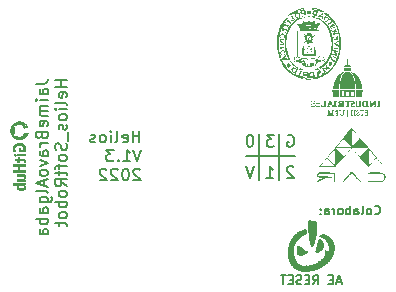
<source format=gbr>
%TF.GenerationSoftware,KiCad,Pcbnew,(6.0.7)*%
%TF.CreationDate,2022-10-08T17:42:11+02:00*%
%TF.ProjectId,Helios_PCB_receiver,48656c69-6f73-45f5-9043-425f72656365,rev?*%
%TF.SameCoordinates,Original*%
%TF.FileFunction,Legend,Bot*%
%TF.FilePolarity,Positive*%
%FSLAX46Y46*%
G04 Gerber Fmt 4.6, Leading zero omitted, Abs format (unit mm)*
G04 Created by KiCad (PCBNEW (6.0.7)) date 2022-10-08 17:42:11*
%MOMM*%
%LPD*%
G01*
G04 APERTURE LIST*
%ADD10C,0.150000*%
G04 APERTURE END LIST*
D10*
X169200000Y-100000000D02*
X173300000Y-100000000D01*
X172000000Y-102000000D02*
X172000000Y-98100000D01*
X170300000Y-98100000D02*
X170300000Y-102000000D01*
X173202380Y-100947619D02*
X173154761Y-100900000D01*
X173059523Y-100852380D01*
X172821428Y-100852380D01*
X172726190Y-100900000D01*
X172678571Y-100947619D01*
X172630952Y-101042857D01*
X172630952Y-101138095D01*
X172678571Y-101280952D01*
X173250000Y-101852380D01*
X172630952Y-101852380D01*
X170916666Y-101852380D02*
X171488095Y-101852380D01*
X171202380Y-101852380D02*
X171202380Y-100852380D01*
X171297619Y-100995238D01*
X171392857Y-101090476D01*
X171488095Y-101138095D01*
X169869047Y-100852380D02*
X169535714Y-101852380D01*
X169202380Y-100852380D01*
X172702380Y-98250000D02*
X172797619Y-98202380D01*
X172940476Y-98202380D01*
X173083333Y-98250000D01*
X173178571Y-98345238D01*
X173226190Y-98440476D01*
X173273809Y-98630952D01*
X173273809Y-98773809D01*
X173226190Y-98964285D01*
X173178571Y-99059523D01*
X173083333Y-99154761D01*
X172940476Y-99202380D01*
X172845238Y-99202380D01*
X172702380Y-99154761D01*
X172654761Y-99107142D01*
X172654761Y-98773809D01*
X172845238Y-98773809D01*
X171559523Y-98202380D02*
X170940476Y-98202380D01*
X171273809Y-98583333D01*
X171130952Y-98583333D01*
X171035714Y-98630952D01*
X170988095Y-98678571D01*
X170940476Y-98773809D01*
X170940476Y-99011904D01*
X170988095Y-99107142D01*
X171035714Y-99154761D01*
X171130952Y-99202380D01*
X171416666Y-99202380D01*
X171511904Y-99154761D01*
X171559523Y-99107142D01*
X169559523Y-98202380D02*
X169464285Y-98202380D01*
X169369047Y-98250000D01*
X169321428Y-98297619D01*
X169273809Y-98392857D01*
X169226190Y-98583333D01*
X169226190Y-98821428D01*
X169273809Y-99011904D01*
X169321428Y-99107142D01*
X169369047Y-99154761D01*
X169464285Y-99202380D01*
X169559523Y-99202380D01*
X169654761Y-99154761D01*
X169702380Y-99107142D01*
X169750000Y-99011904D01*
X169797619Y-98821428D01*
X169797619Y-98583333D01*
X169750000Y-98392857D01*
X169702380Y-98297619D01*
X169654761Y-98250000D01*
X169559523Y-98202380D01*
X151397380Y-93871309D02*
X152111666Y-93871309D01*
X152254523Y-93823690D01*
X152349761Y-93728452D01*
X152397380Y-93585595D01*
X152397380Y-93490357D01*
X152397380Y-94776071D02*
X151873571Y-94776071D01*
X151778333Y-94728452D01*
X151730714Y-94633214D01*
X151730714Y-94442738D01*
X151778333Y-94347500D01*
X152349761Y-94776071D02*
X152397380Y-94680833D01*
X152397380Y-94442738D01*
X152349761Y-94347500D01*
X152254523Y-94299880D01*
X152159285Y-94299880D01*
X152064047Y-94347500D01*
X152016428Y-94442738D01*
X152016428Y-94680833D01*
X151968809Y-94776071D01*
X152397380Y-95252261D02*
X151730714Y-95252261D01*
X151397380Y-95252261D02*
X151445000Y-95204642D01*
X151492619Y-95252261D01*
X151445000Y-95299880D01*
X151397380Y-95252261D01*
X151492619Y-95252261D01*
X152397380Y-95728452D02*
X151730714Y-95728452D01*
X151825952Y-95728452D02*
X151778333Y-95776071D01*
X151730714Y-95871309D01*
X151730714Y-96014166D01*
X151778333Y-96109404D01*
X151873571Y-96157023D01*
X152397380Y-96157023D01*
X151873571Y-96157023D02*
X151778333Y-96204642D01*
X151730714Y-96299880D01*
X151730714Y-96442738D01*
X151778333Y-96537976D01*
X151873571Y-96585595D01*
X152397380Y-96585595D01*
X152349761Y-97442738D02*
X152397380Y-97347500D01*
X152397380Y-97157023D01*
X152349761Y-97061785D01*
X152254523Y-97014166D01*
X151873571Y-97014166D01*
X151778333Y-97061785D01*
X151730714Y-97157023D01*
X151730714Y-97347500D01*
X151778333Y-97442738D01*
X151873571Y-97490357D01*
X151968809Y-97490357D01*
X152064047Y-97014166D01*
X151873571Y-98252261D02*
X151921190Y-98395119D01*
X151968809Y-98442738D01*
X152064047Y-98490357D01*
X152206904Y-98490357D01*
X152302142Y-98442738D01*
X152349761Y-98395119D01*
X152397380Y-98299880D01*
X152397380Y-97918928D01*
X151397380Y-97918928D01*
X151397380Y-98252261D01*
X151445000Y-98347500D01*
X151492619Y-98395119D01*
X151587857Y-98442738D01*
X151683095Y-98442738D01*
X151778333Y-98395119D01*
X151825952Y-98347500D01*
X151873571Y-98252261D01*
X151873571Y-97918928D01*
X152397380Y-98918928D02*
X151730714Y-98918928D01*
X151921190Y-98918928D02*
X151825952Y-98966547D01*
X151778333Y-99014166D01*
X151730714Y-99109404D01*
X151730714Y-99204642D01*
X152397380Y-99966547D02*
X151873571Y-99966547D01*
X151778333Y-99918928D01*
X151730714Y-99823690D01*
X151730714Y-99633214D01*
X151778333Y-99537976D01*
X152349761Y-99966547D02*
X152397380Y-99871309D01*
X152397380Y-99633214D01*
X152349761Y-99537976D01*
X152254523Y-99490357D01*
X152159285Y-99490357D01*
X152064047Y-99537976D01*
X152016428Y-99633214D01*
X152016428Y-99871309D01*
X151968809Y-99966547D01*
X151730714Y-100347500D02*
X152397380Y-100585595D01*
X151730714Y-100823690D01*
X152397380Y-101347500D02*
X152349761Y-101252261D01*
X152302142Y-101204642D01*
X152206904Y-101157023D01*
X151921190Y-101157023D01*
X151825952Y-101204642D01*
X151778333Y-101252261D01*
X151730714Y-101347500D01*
X151730714Y-101490357D01*
X151778333Y-101585595D01*
X151825952Y-101633214D01*
X151921190Y-101680833D01*
X152206904Y-101680833D01*
X152302142Y-101633214D01*
X152349761Y-101585595D01*
X152397380Y-101490357D01*
X152397380Y-101347500D01*
X152111666Y-102061785D02*
X152111666Y-102537976D01*
X152397380Y-101966547D02*
X151397380Y-102299880D01*
X152397380Y-102633214D01*
X152397380Y-103109404D02*
X152349761Y-103014166D01*
X152254523Y-102966547D01*
X151397380Y-102966547D01*
X151730714Y-103918928D02*
X152540238Y-103918928D01*
X152635476Y-103871309D01*
X152683095Y-103823690D01*
X152730714Y-103728452D01*
X152730714Y-103585595D01*
X152683095Y-103490357D01*
X152349761Y-103918928D02*
X152397380Y-103823690D01*
X152397380Y-103633214D01*
X152349761Y-103537976D01*
X152302142Y-103490357D01*
X152206904Y-103442738D01*
X151921190Y-103442738D01*
X151825952Y-103490357D01*
X151778333Y-103537976D01*
X151730714Y-103633214D01*
X151730714Y-103823690D01*
X151778333Y-103918928D01*
X152397380Y-104823690D02*
X151873571Y-104823690D01*
X151778333Y-104776071D01*
X151730714Y-104680833D01*
X151730714Y-104490357D01*
X151778333Y-104395119D01*
X152349761Y-104823690D02*
X152397380Y-104728452D01*
X152397380Y-104490357D01*
X152349761Y-104395119D01*
X152254523Y-104347500D01*
X152159285Y-104347500D01*
X152064047Y-104395119D01*
X152016428Y-104490357D01*
X152016428Y-104728452D01*
X151968809Y-104823690D01*
X152397380Y-105299880D02*
X151397380Y-105299880D01*
X151778333Y-105299880D02*
X151730714Y-105395119D01*
X151730714Y-105585595D01*
X151778333Y-105680833D01*
X151825952Y-105728452D01*
X151921190Y-105776071D01*
X152206904Y-105776071D01*
X152302142Y-105728452D01*
X152349761Y-105680833D01*
X152397380Y-105585595D01*
X152397380Y-105395119D01*
X152349761Y-105299880D01*
X152397380Y-106633214D02*
X151873571Y-106633214D01*
X151778333Y-106585595D01*
X151730714Y-106490357D01*
X151730714Y-106299880D01*
X151778333Y-106204642D01*
X152349761Y-106633214D02*
X152397380Y-106537976D01*
X152397380Y-106299880D01*
X152349761Y-106204642D01*
X152254523Y-106157023D01*
X152159285Y-106157023D01*
X152064047Y-106204642D01*
X152016428Y-106299880D01*
X152016428Y-106537976D01*
X151968809Y-106633214D01*
X154007380Y-93585595D02*
X153007380Y-93585595D01*
X153483571Y-93585595D02*
X153483571Y-94157023D01*
X154007380Y-94157023D02*
X153007380Y-94157023D01*
X153959761Y-95014166D02*
X154007380Y-94918928D01*
X154007380Y-94728452D01*
X153959761Y-94633214D01*
X153864523Y-94585595D01*
X153483571Y-94585595D01*
X153388333Y-94633214D01*
X153340714Y-94728452D01*
X153340714Y-94918928D01*
X153388333Y-95014166D01*
X153483571Y-95061785D01*
X153578809Y-95061785D01*
X153674047Y-94585595D01*
X154007380Y-95633214D02*
X153959761Y-95537976D01*
X153864523Y-95490357D01*
X153007380Y-95490357D01*
X154007380Y-96014166D02*
X153340714Y-96014166D01*
X153007380Y-96014166D02*
X153055000Y-95966547D01*
X153102619Y-96014166D01*
X153055000Y-96061785D01*
X153007380Y-96014166D01*
X153102619Y-96014166D01*
X154007380Y-96633214D02*
X153959761Y-96537976D01*
X153912142Y-96490357D01*
X153816904Y-96442738D01*
X153531190Y-96442738D01*
X153435952Y-96490357D01*
X153388333Y-96537976D01*
X153340714Y-96633214D01*
X153340714Y-96776071D01*
X153388333Y-96871309D01*
X153435952Y-96918928D01*
X153531190Y-96966547D01*
X153816904Y-96966547D01*
X153912142Y-96918928D01*
X153959761Y-96871309D01*
X154007380Y-96776071D01*
X154007380Y-96633214D01*
X153959761Y-97347500D02*
X154007380Y-97442738D01*
X154007380Y-97633214D01*
X153959761Y-97728452D01*
X153864523Y-97776071D01*
X153816904Y-97776071D01*
X153721666Y-97728452D01*
X153674047Y-97633214D01*
X153674047Y-97490357D01*
X153626428Y-97395119D01*
X153531190Y-97347500D01*
X153483571Y-97347500D01*
X153388333Y-97395119D01*
X153340714Y-97490357D01*
X153340714Y-97633214D01*
X153388333Y-97728452D01*
X154102619Y-97966547D02*
X154102619Y-98728452D01*
X153959761Y-98918928D02*
X154007380Y-99061785D01*
X154007380Y-99299880D01*
X153959761Y-99395119D01*
X153912142Y-99442738D01*
X153816904Y-99490357D01*
X153721666Y-99490357D01*
X153626428Y-99442738D01*
X153578809Y-99395119D01*
X153531190Y-99299880D01*
X153483571Y-99109404D01*
X153435952Y-99014166D01*
X153388333Y-98966547D01*
X153293095Y-98918928D01*
X153197857Y-98918928D01*
X153102619Y-98966547D01*
X153055000Y-99014166D01*
X153007380Y-99109404D01*
X153007380Y-99347500D01*
X153055000Y-99490357D01*
X154007380Y-100061785D02*
X153959761Y-99966547D01*
X153912142Y-99918928D01*
X153816904Y-99871309D01*
X153531190Y-99871309D01*
X153435952Y-99918928D01*
X153388333Y-99966547D01*
X153340714Y-100061785D01*
X153340714Y-100204642D01*
X153388333Y-100299880D01*
X153435952Y-100347500D01*
X153531190Y-100395119D01*
X153816904Y-100395119D01*
X153912142Y-100347500D01*
X153959761Y-100299880D01*
X154007380Y-100204642D01*
X154007380Y-100061785D01*
X153340714Y-100680833D02*
X153340714Y-101061785D01*
X154007380Y-100823690D02*
X153150238Y-100823690D01*
X153055000Y-100871309D01*
X153007380Y-100966547D01*
X153007380Y-101061785D01*
X153340714Y-101252261D02*
X153340714Y-101633214D01*
X153007380Y-101395119D02*
X153864523Y-101395119D01*
X153959761Y-101442738D01*
X154007380Y-101537976D01*
X154007380Y-101633214D01*
X154007380Y-102537976D02*
X153531190Y-102204642D01*
X154007380Y-101966547D02*
X153007380Y-101966547D01*
X153007380Y-102347500D01*
X153055000Y-102442738D01*
X153102619Y-102490357D01*
X153197857Y-102537976D01*
X153340714Y-102537976D01*
X153435952Y-102490357D01*
X153483571Y-102442738D01*
X153531190Y-102347500D01*
X153531190Y-101966547D01*
X154007380Y-103109404D02*
X153959761Y-103014166D01*
X153912142Y-102966547D01*
X153816904Y-102918928D01*
X153531190Y-102918928D01*
X153435952Y-102966547D01*
X153388333Y-103014166D01*
X153340714Y-103109404D01*
X153340714Y-103252261D01*
X153388333Y-103347500D01*
X153435952Y-103395119D01*
X153531190Y-103442738D01*
X153816904Y-103442738D01*
X153912142Y-103395119D01*
X153959761Y-103347500D01*
X154007380Y-103252261D01*
X154007380Y-103109404D01*
X154007380Y-103871309D02*
X153007380Y-103871309D01*
X153388333Y-103871309D02*
X153340714Y-103966547D01*
X153340714Y-104157023D01*
X153388333Y-104252261D01*
X153435952Y-104299880D01*
X153531190Y-104347500D01*
X153816904Y-104347500D01*
X153912142Y-104299880D01*
X153959761Y-104252261D01*
X154007380Y-104157023D01*
X154007380Y-103966547D01*
X153959761Y-103871309D01*
X154007380Y-104918928D02*
X153959761Y-104823690D01*
X153912142Y-104776071D01*
X153816904Y-104728452D01*
X153531190Y-104728452D01*
X153435952Y-104776071D01*
X153388333Y-104823690D01*
X153340714Y-104918928D01*
X153340714Y-105061785D01*
X153388333Y-105157023D01*
X153435952Y-105204642D01*
X153531190Y-105252261D01*
X153816904Y-105252261D01*
X153912142Y-105204642D01*
X153959761Y-105157023D01*
X154007380Y-105061785D01*
X154007380Y-104918928D01*
X153340714Y-105537976D02*
X153340714Y-105918928D01*
X153007380Y-105680833D02*
X153864523Y-105680833D01*
X153959761Y-105728452D01*
X154007380Y-105823690D01*
X154007380Y-105918928D01*
X177200000Y-110625000D02*
X176842857Y-110625000D01*
X177271428Y-110839285D02*
X177021428Y-110089285D01*
X176771428Y-110839285D01*
X176521428Y-110446428D02*
X176271428Y-110446428D01*
X176164285Y-110839285D02*
X176521428Y-110839285D01*
X176521428Y-110089285D01*
X176164285Y-110089285D01*
X174842857Y-110839285D02*
X175092857Y-110482142D01*
X175271428Y-110839285D02*
X175271428Y-110089285D01*
X174985714Y-110089285D01*
X174914285Y-110125000D01*
X174878571Y-110160714D01*
X174842857Y-110232142D01*
X174842857Y-110339285D01*
X174878571Y-110410714D01*
X174914285Y-110446428D01*
X174985714Y-110482142D01*
X175271428Y-110482142D01*
X174521428Y-110446428D02*
X174271428Y-110446428D01*
X174164285Y-110839285D02*
X174521428Y-110839285D01*
X174521428Y-110089285D01*
X174164285Y-110089285D01*
X173878571Y-110803571D02*
X173771428Y-110839285D01*
X173592857Y-110839285D01*
X173521428Y-110803571D01*
X173485714Y-110767857D01*
X173450000Y-110696428D01*
X173450000Y-110625000D01*
X173485714Y-110553571D01*
X173521428Y-110517857D01*
X173592857Y-110482142D01*
X173735714Y-110446428D01*
X173807142Y-110410714D01*
X173842857Y-110375000D01*
X173878571Y-110303571D01*
X173878571Y-110232142D01*
X173842857Y-110160714D01*
X173807142Y-110125000D01*
X173735714Y-110089285D01*
X173557142Y-110089285D01*
X173450000Y-110125000D01*
X173128571Y-110446428D02*
X172878571Y-110446428D01*
X172771428Y-110839285D02*
X173128571Y-110839285D01*
X173128571Y-110089285D01*
X172771428Y-110089285D01*
X172557142Y-110089285D02*
X172128571Y-110089285D01*
X172342857Y-110839285D02*
X172342857Y-110089285D01*
X160164404Y-98842380D02*
X160164404Y-97842380D01*
X160164404Y-98318571D02*
X159592976Y-98318571D01*
X159592976Y-98842380D02*
X159592976Y-97842380D01*
X158735833Y-98794761D02*
X158831071Y-98842380D01*
X159021547Y-98842380D01*
X159116785Y-98794761D01*
X159164404Y-98699523D01*
X159164404Y-98318571D01*
X159116785Y-98223333D01*
X159021547Y-98175714D01*
X158831071Y-98175714D01*
X158735833Y-98223333D01*
X158688214Y-98318571D01*
X158688214Y-98413809D01*
X159164404Y-98509047D01*
X158116785Y-98842380D02*
X158212023Y-98794761D01*
X158259642Y-98699523D01*
X158259642Y-97842380D01*
X157735833Y-98842380D02*
X157735833Y-98175714D01*
X157735833Y-97842380D02*
X157783452Y-97890000D01*
X157735833Y-97937619D01*
X157688214Y-97890000D01*
X157735833Y-97842380D01*
X157735833Y-97937619D01*
X157116785Y-98842380D02*
X157212023Y-98794761D01*
X157259642Y-98747142D01*
X157307261Y-98651904D01*
X157307261Y-98366190D01*
X157259642Y-98270952D01*
X157212023Y-98223333D01*
X157116785Y-98175714D01*
X156973928Y-98175714D01*
X156878690Y-98223333D01*
X156831071Y-98270952D01*
X156783452Y-98366190D01*
X156783452Y-98651904D01*
X156831071Y-98747142D01*
X156878690Y-98794761D01*
X156973928Y-98842380D01*
X157116785Y-98842380D01*
X156402500Y-98794761D02*
X156307261Y-98842380D01*
X156116785Y-98842380D01*
X156021547Y-98794761D01*
X155973928Y-98699523D01*
X155973928Y-98651904D01*
X156021547Y-98556666D01*
X156116785Y-98509047D01*
X156259642Y-98509047D01*
X156354880Y-98461428D01*
X156402500Y-98366190D01*
X156402500Y-98318571D01*
X156354880Y-98223333D01*
X156259642Y-98175714D01*
X156116785Y-98175714D01*
X156021547Y-98223333D01*
X160307261Y-99452380D02*
X159973928Y-100452380D01*
X159640595Y-99452380D01*
X158783452Y-100452380D02*
X159354880Y-100452380D01*
X159069166Y-100452380D02*
X159069166Y-99452380D01*
X159164404Y-99595238D01*
X159259642Y-99690476D01*
X159354880Y-99738095D01*
X158354880Y-100357142D02*
X158307261Y-100404761D01*
X158354880Y-100452380D01*
X158402500Y-100404761D01*
X158354880Y-100357142D01*
X158354880Y-100452380D01*
X157973928Y-99452380D02*
X157354880Y-99452380D01*
X157688214Y-99833333D01*
X157545357Y-99833333D01*
X157450119Y-99880952D01*
X157402500Y-99928571D01*
X157354880Y-100023809D01*
X157354880Y-100261904D01*
X157402500Y-100357142D01*
X157450119Y-100404761D01*
X157545357Y-100452380D01*
X157831071Y-100452380D01*
X157926309Y-100404761D01*
X157973928Y-100357142D01*
X160212023Y-101157619D02*
X160164404Y-101110000D01*
X160069166Y-101062380D01*
X159831071Y-101062380D01*
X159735833Y-101110000D01*
X159688214Y-101157619D01*
X159640595Y-101252857D01*
X159640595Y-101348095D01*
X159688214Y-101490952D01*
X160259642Y-102062380D01*
X159640595Y-102062380D01*
X159021547Y-101062380D02*
X158926309Y-101062380D01*
X158831071Y-101110000D01*
X158783452Y-101157619D01*
X158735833Y-101252857D01*
X158688214Y-101443333D01*
X158688214Y-101681428D01*
X158735833Y-101871904D01*
X158783452Y-101967142D01*
X158831071Y-102014761D01*
X158926309Y-102062380D01*
X159021547Y-102062380D01*
X159116785Y-102014761D01*
X159164404Y-101967142D01*
X159212023Y-101871904D01*
X159259642Y-101681428D01*
X159259642Y-101443333D01*
X159212023Y-101252857D01*
X159164404Y-101157619D01*
X159116785Y-101110000D01*
X159021547Y-101062380D01*
X158307261Y-101157619D02*
X158259642Y-101110000D01*
X158164404Y-101062380D01*
X157926309Y-101062380D01*
X157831071Y-101110000D01*
X157783452Y-101157619D01*
X157735833Y-101252857D01*
X157735833Y-101348095D01*
X157783452Y-101490952D01*
X158354880Y-102062380D01*
X157735833Y-102062380D01*
X157354880Y-101157619D02*
X157307261Y-101110000D01*
X157212023Y-101062380D01*
X156973928Y-101062380D01*
X156878690Y-101110000D01*
X156831071Y-101157619D01*
X156783452Y-101252857D01*
X156783452Y-101348095D01*
X156831071Y-101490952D01*
X157402500Y-102062380D01*
X156783452Y-102062380D01*
X180071428Y-104867857D02*
X180107142Y-104903571D01*
X180214285Y-104939285D01*
X180285714Y-104939285D01*
X180392857Y-104903571D01*
X180464285Y-104832142D01*
X180500000Y-104760714D01*
X180535714Y-104617857D01*
X180535714Y-104510714D01*
X180500000Y-104367857D01*
X180464285Y-104296428D01*
X180392857Y-104225000D01*
X180285714Y-104189285D01*
X180214285Y-104189285D01*
X180107142Y-104225000D01*
X180071428Y-104260714D01*
X179642857Y-104939285D02*
X179714285Y-104903571D01*
X179750000Y-104867857D01*
X179785714Y-104796428D01*
X179785714Y-104582142D01*
X179750000Y-104510714D01*
X179714285Y-104475000D01*
X179642857Y-104439285D01*
X179535714Y-104439285D01*
X179464285Y-104475000D01*
X179428571Y-104510714D01*
X179392857Y-104582142D01*
X179392857Y-104796428D01*
X179428571Y-104867857D01*
X179464285Y-104903571D01*
X179535714Y-104939285D01*
X179642857Y-104939285D01*
X178964285Y-104939285D02*
X179035714Y-104903571D01*
X179071428Y-104832142D01*
X179071428Y-104189285D01*
X178357142Y-104939285D02*
X178357142Y-104546428D01*
X178392857Y-104475000D01*
X178464285Y-104439285D01*
X178607142Y-104439285D01*
X178678571Y-104475000D01*
X178357142Y-104903571D02*
X178428571Y-104939285D01*
X178607142Y-104939285D01*
X178678571Y-104903571D01*
X178714285Y-104832142D01*
X178714285Y-104760714D01*
X178678571Y-104689285D01*
X178607142Y-104653571D01*
X178428571Y-104653571D01*
X178357142Y-104617857D01*
X178000000Y-104939285D02*
X178000000Y-104189285D01*
X178000000Y-104475000D02*
X177928571Y-104439285D01*
X177785714Y-104439285D01*
X177714285Y-104475000D01*
X177678571Y-104510714D01*
X177642857Y-104582142D01*
X177642857Y-104796428D01*
X177678571Y-104867857D01*
X177714285Y-104903571D01*
X177785714Y-104939285D01*
X177928571Y-104939285D01*
X178000000Y-104903571D01*
X177214285Y-104939285D02*
X177285714Y-104903571D01*
X177321428Y-104867857D01*
X177357142Y-104796428D01*
X177357142Y-104582142D01*
X177321428Y-104510714D01*
X177285714Y-104475000D01*
X177214285Y-104439285D01*
X177107142Y-104439285D01*
X177035714Y-104475000D01*
X177000000Y-104510714D01*
X176964285Y-104582142D01*
X176964285Y-104796428D01*
X177000000Y-104867857D01*
X177035714Y-104903571D01*
X177107142Y-104939285D01*
X177214285Y-104939285D01*
X176642857Y-104939285D02*
X176642857Y-104439285D01*
X176642857Y-104582142D02*
X176607142Y-104510714D01*
X176571428Y-104475000D01*
X176500000Y-104439285D01*
X176428571Y-104439285D01*
X175857142Y-104939285D02*
X175857142Y-104546428D01*
X175892857Y-104475000D01*
X175964285Y-104439285D01*
X176107142Y-104439285D01*
X176178571Y-104475000D01*
X175857142Y-104903571D02*
X175928571Y-104939285D01*
X176107142Y-104939285D01*
X176178571Y-104903571D01*
X176214285Y-104832142D01*
X176214285Y-104760714D01*
X176178571Y-104689285D01*
X176107142Y-104653571D01*
X175928571Y-104653571D01*
X175857142Y-104617857D01*
X175500000Y-104867857D02*
X175464285Y-104903571D01*
X175500000Y-104939285D01*
X175535714Y-104903571D01*
X175500000Y-104867857D01*
X175500000Y-104939285D01*
X175500000Y-104475000D02*
X175464285Y-104510714D01*
X175500000Y-104546428D01*
X175535714Y-104510714D01*
X175500000Y-104475000D01*
X175500000Y-104546428D01*
%TO.C,G\u002A\u002A\u002A*%
G36*
X150354130Y-97333345D02*
G01*
X150357937Y-97337866D01*
X150359351Y-97340226D01*
X150360651Y-97343072D01*
X150360615Y-97345505D01*
X150359436Y-97348954D01*
X150358471Y-97350786D01*
X150355613Y-97352804D01*
X150352158Y-97352537D01*
X150348713Y-97350299D01*
X150345889Y-97346403D01*
X150344292Y-97341162D01*
X150344182Y-97340139D01*
X150344715Y-97334989D01*
X150346938Y-97332046D01*
X150350270Y-97331452D01*
X150354130Y-97333345D01*
G37*
G36*
X150519099Y-97621896D02*
G01*
X150522587Y-97626046D01*
X150524220Y-97630119D01*
X150524669Y-97637571D01*
X150522132Y-97645192D01*
X150521785Y-97645820D01*
X150517650Y-97650894D01*
X150513048Y-97653232D01*
X150508546Y-97653010D01*
X150504714Y-97650404D01*
X150502120Y-97645591D01*
X150501333Y-97638747D01*
X150501676Y-97635335D01*
X150503603Y-97629018D01*
X150506776Y-97624237D01*
X150510727Y-97621270D01*
X150514991Y-97620397D01*
X150519099Y-97621896D01*
G37*
G36*
X150525153Y-102276582D02*
G01*
X150529720Y-102281150D01*
X150529720Y-102424909D01*
X150525700Y-102429688D01*
X150525326Y-102430112D01*
X150520889Y-102433688D01*
X150515934Y-102435973D01*
X150514646Y-102436271D01*
X150510245Y-102437120D01*
X150504137Y-102438186D01*
X150497119Y-102439343D01*
X150489988Y-102440463D01*
X150483543Y-102441420D01*
X150478579Y-102442087D01*
X150475896Y-102442338D01*
X150475943Y-102442949D01*
X150477451Y-102445361D01*
X150480215Y-102448979D01*
X150484662Y-102454817D01*
X150491196Y-102464339D01*
X150498002Y-102475136D01*
X150504518Y-102486311D01*
X150510182Y-102496965D01*
X150514197Y-102505262D01*
X150526747Y-102535747D01*
X150536637Y-102567790D01*
X150543835Y-102601279D01*
X150548311Y-102636100D01*
X150548597Y-102640038D01*
X150549005Y-102650039D01*
X150549173Y-102661825D01*
X150549115Y-102674579D01*
X150548845Y-102687483D01*
X150548378Y-102699720D01*
X150547726Y-102710470D01*
X150546904Y-102718917D01*
X150546673Y-102720654D01*
X150545394Y-102729129D01*
X150543799Y-102738502D01*
X150542180Y-102747044D01*
X150537071Y-102767765D01*
X150528687Y-102791507D01*
X150517937Y-102813445D01*
X150504790Y-102833600D01*
X150489215Y-102851995D01*
X150471181Y-102868652D01*
X150450658Y-102883592D01*
X150427613Y-102896838D01*
X150402016Y-102908412D01*
X150373837Y-102918336D01*
X150343043Y-102926632D01*
X150309605Y-102933322D01*
X150273490Y-102938429D01*
X150233684Y-102942282D01*
X150193618Y-102944630D01*
X150154703Y-102945351D01*
X150117200Y-102944456D01*
X150081368Y-102941959D01*
X150047468Y-102937872D01*
X150015759Y-102932206D01*
X149986502Y-102924974D01*
X149957580Y-102915423D01*
X149931144Y-102904050D01*
X149907171Y-102890836D01*
X149885611Y-102875751D01*
X149866412Y-102858770D01*
X149857174Y-102849024D01*
X149842060Y-102830021D01*
X149829353Y-102809524D01*
X149819002Y-102787399D01*
X149810958Y-102763507D01*
X149805170Y-102737713D01*
X149801587Y-102709882D01*
X149800159Y-102679876D01*
X149800145Y-102674275D01*
X149801290Y-102649057D01*
X149804289Y-102623254D01*
X149808064Y-102602581D01*
X149983437Y-102602581D01*
X149983596Y-102613765D01*
X149984212Y-102624593D01*
X149985252Y-102634149D01*
X149986681Y-102641515D01*
X149990753Y-102653577D01*
X149998271Y-102668011D01*
X150008250Y-102680702D01*
X150020746Y-102691693D01*
X150035811Y-102701031D01*
X150053501Y-102708762D01*
X150073869Y-102714931D01*
X150085757Y-102717575D01*
X150099399Y-102719862D01*
X150114199Y-102721565D01*
X150130640Y-102722727D01*
X150149210Y-102723393D01*
X150170392Y-102723605D01*
X150186894Y-102723495D01*
X150214783Y-102722705D01*
X150239837Y-102721111D01*
X150262187Y-102718663D01*
X150281964Y-102715311D01*
X150299300Y-102711003D01*
X150314328Y-102705691D01*
X150327178Y-102699322D01*
X150337983Y-102691848D01*
X150346873Y-102683218D01*
X150353982Y-102673382D01*
X150359440Y-102662288D01*
X150363380Y-102649888D01*
X150363422Y-102649717D01*
X150364678Y-102642450D01*
X150365612Y-102632883D01*
X150366205Y-102621801D01*
X150366444Y-102609992D01*
X150366310Y-102598242D01*
X150365788Y-102587338D01*
X150364862Y-102578066D01*
X150362623Y-102565014D01*
X150359054Y-102549715D01*
X150354620Y-102534561D01*
X150349562Y-102520298D01*
X150344124Y-102507669D01*
X150338549Y-102497419D01*
X150334357Y-102490778D01*
X150015666Y-102490778D01*
X150009982Y-102502065D01*
X150009674Y-102502679D01*
X150001011Y-102522142D01*
X149993700Y-102542874D01*
X149988083Y-102563777D01*
X149984503Y-102583753D01*
X149983770Y-102591955D01*
X149983437Y-102602581D01*
X149808064Y-102602581D01*
X149809000Y-102597458D01*
X149815279Y-102572259D01*
X149822985Y-102548250D01*
X149831974Y-102526020D01*
X149842104Y-102506161D01*
X149848270Y-102495466D01*
X149676073Y-102495460D01*
X149655600Y-102495459D01*
X149630933Y-102495454D01*
X149609081Y-102495442D01*
X149589869Y-102495421D01*
X149573117Y-102495387D01*
X149558651Y-102495337D01*
X149546292Y-102495269D01*
X149535864Y-102495178D01*
X149527190Y-102495062D01*
X149520093Y-102494919D01*
X149514396Y-102494744D01*
X149509922Y-102494536D01*
X149506495Y-102494290D01*
X149503936Y-102494003D01*
X149502070Y-102493674D01*
X149500720Y-102493298D01*
X149499708Y-102492872D01*
X149498858Y-102492395D01*
X149495203Y-102489269D01*
X149492601Y-102484556D01*
X149492524Y-102483862D01*
X149492376Y-102480302D01*
X149492236Y-102474109D01*
X149492106Y-102465609D01*
X149491986Y-102455130D01*
X149491877Y-102442997D01*
X149491781Y-102429538D01*
X149491698Y-102415081D01*
X149491629Y-102399950D01*
X149491576Y-102384474D01*
X149491539Y-102368979D01*
X149491520Y-102353792D01*
X149491519Y-102339240D01*
X149491538Y-102325649D01*
X149491578Y-102313347D01*
X149491639Y-102302660D01*
X149491723Y-102293914D01*
X149491830Y-102287438D01*
X149491963Y-102283557D01*
X149492007Y-102283182D01*
X149493466Y-102279750D01*
X149496276Y-102276134D01*
X149500396Y-102272015D01*
X150520585Y-102272015D01*
X150525153Y-102276582D01*
G37*
G36*
X150423966Y-97398382D02*
G01*
X150428751Y-97400788D01*
X150433960Y-97405931D01*
X150434643Y-97406991D01*
X150436700Y-97410868D01*
X150437527Y-97413621D01*
X150437524Y-97413788D01*
X150436064Y-97417460D01*
X150432759Y-97420469D01*
X150428792Y-97421716D01*
X150424590Y-97421259D01*
X150418874Y-97419077D01*
X150414234Y-97415568D01*
X150411020Y-97411260D01*
X150409587Y-97406679D01*
X150410286Y-97402353D01*
X150413470Y-97398808D01*
X150413969Y-97398486D01*
X150416790Y-97397109D01*
X150419652Y-97397094D01*
X150423966Y-97398382D01*
G37*
G36*
X149658820Y-99788653D02*
G01*
X149676547Y-99792715D01*
X149693593Y-99799321D01*
X149709646Y-99808448D01*
X149724394Y-99820077D01*
X149737525Y-99834186D01*
X149747126Y-99848261D01*
X149755178Y-99864578D01*
X149760852Y-99881709D01*
X149763822Y-99898858D01*
X149764158Y-99903628D01*
X149763661Y-99922846D01*
X149760286Y-99941354D01*
X149754212Y-99958899D01*
X149745616Y-99975229D01*
X149734679Y-99990093D01*
X149721577Y-100003239D01*
X149706490Y-100014413D01*
X149689596Y-100023365D01*
X149671074Y-100029842D01*
X149670170Y-100030077D01*
X149658991Y-100032132D01*
X149646275Y-100033224D01*
X149633144Y-100033340D01*
X149620722Y-100032465D01*
X149610133Y-100030587D01*
X149603923Y-100028752D01*
X149593341Y-100024798D01*
X149582593Y-100019947D01*
X149572755Y-100014700D01*
X149564906Y-100009559D01*
X149554915Y-100001189D01*
X149541896Y-99987215D01*
X149531381Y-99971892D01*
X149523390Y-99955514D01*
X149517942Y-99938373D01*
X149515057Y-99920763D01*
X149514752Y-99902976D01*
X149517048Y-99885305D01*
X149521964Y-99868043D01*
X149529518Y-99851483D01*
X149539730Y-99835918D01*
X149552620Y-99821640D01*
X149555620Y-99818876D01*
X149570884Y-99807234D01*
X149587338Y-99798261D01*
X149604670Y-99791938D01*
X149622569Y-99788243D01*
X149640723Y-99787155D01*
X149658820Y-99788653D01*
G37*
G36*
X150382068Y-97371865D02*
G01*
X150387304Y-97375409D01*
X150390187Y-97378553D01*
X150392284Y-97381870D01*
X150393280Y-97384712D01*
X150393348Y-97388175D01*
X150391319Y-97391134D01*
X150388483Y-97392974D01*
X150383830Y-97393426D01*
X150379003Y-97391777D01*
X150374693Y-97388446D01*
X150371585Y-97383851D01*
X150370370Y-97378409D01*
X150370894Y-97374953D01*
X150373318Y-97371734D01*
X150377224Y-97370672D01*
X150382068Y-97371865D01*
G37*
G36*
X150051071Y-98892298D02*
G01*
X150087538Y-98894017D01*
X150122281Y-98896861D01*
X150154697Y-98900815D01*
X150186649Y-98906137D01*
X150226677Y-98914949D01*
X150264343Y-98925808D01*
X150299652Y-98938714D01*
X150332604Y-98953670D01*
X150363202Y-98970676D01*
X150391448Y-98989735D01*
X150417344Y-99010848D01*
X150440892Y-99034015D01*
X150462094Y-99059240D01*
X150480953Y-99086522D01*
X150497470Y-99115864D01*
X150511647Y-99147267D01*
X150514137Y-99153598D01*
X150522475Y-99177045D01*
X150529605Y-99201106D01*
X150535634Y-99226268D01*
X150540670Y-99253019D01*
X150544820Y-99281847D01*
X150548191Y-99313239D01*
X150548499Y-99317264D01*
X150548957Y-99326351D01*
X150549316Y-99337606D01*
X150549574Y-99350439D01*
X150549732Y-99364265D01*
X150549786Y-99378494D01*
X150549737Y-99392539D01*
X150549582Y-99405812D01*
X150549320Y-99417725D01*
X150548950Y-99427691D01*
X150548471Y-99435122D01*
X150544292Y-99471610D01*
X150537522Y-99510926D01*
X150528480Y-99548674D01*
X150517067Y-99585255D01*
X150503185Y-99621070D01*
X150498531Y-99631583D01*
X150493297Y-99642623D01*
X150487933Y-99653256D01*
X150482667Y-99663072D01*
X150477727Y-99671661D01*
X150473341Y-99678611D01*
X150469738Y-99683514D01*
X150467144Y-99685957D01*
X150466492Y-99686069D01*
X150462899Y-99686270D01*
X150456265Y-99686457D01*
X150446644Y-99686628D01*
X150434091Y-99686784D01*
X150418660Y-99686924D01*
X150400405Y-99687048D01*
X150379383Y-99687156D01*
X150355646Y-99687248D01*
X150329249Y-99687322D01*
X150300248Y-99687380D01*
X150268697Y-99687420D01*
X150234650Y-99687442D01*
X150198162Y-99687446D01*
X150192468Y-99687445D01*
X150159088Y-99687439D01*
X150128671Y-99687429D01*
X150101079Y-99687415D01*
X150076172Y-99687394D01*
X150053811Y-99687366D01*
X150033856Y-99687328D01*
X150016169Y-99687280D01*
X150000610Y-99687220D01*
X149987041Y-99687147D01*
X149975321Y-99687059D01*
X149965312Y-99686954D01*
X149956875Y-99686832D01*
X149949870Y-99686692D01*
X149944158Y-99686530D01*
X149939601Y-99686347D01*
X149936058Y-99686141D01*
X149933391Y-99685910D01*
X149931460Y-99685653D01*
X149930126Y-99685369D01*
X149929251Y-99685055D01*
X149928694Y-99684712D01*
X149926236Y-99682282D01*
X149923616Y-99678599D01*
X149923606Y-99678577D01*
X149923309Y-99676896D01*
X149923044Y-99673146D01*
X149922808Y-99667230D01*
X149922601Y-99659052D01*
X149922422Y-99648517D01*
X149922270Y-99635528D01*
X149922144Y-99619989D01*
X149922043Y-99601805D01*
X149921966Y-99580880D01*
X149921912Y-99557118D01*
X149921881Y-99530422D01*
X149921871Y-99500697D01*
X149921871Y-99326209D01*
X149927183Y-99320896D01*
X149932496Y-99315583D01*
X150020548Y-99315589D01*
X150027249Y-99315590D01*
X150045105Y-99315599D01*
X150060174Y-99315624D01*
X150072712Y-99315674D01*
X150082971Y-99315757D01*
X150091206Y-99315880D01*
X150097670Y-99316052D01*
X150102617Y-99316281D01*
X150106300Y-99316576D01*
X150108974Y-99316943D01*
X150110892Y-99317392D01*
X150112308Y-99317931D01*
X150113475Y-99318567D01*
X150113757Y-99318745D01*
X150117453Y-99322113D01*
X150119767Y-99325983D01*
X150119932Y-99326958D01*
X150120216Y-99330981D01*
X150120471Y-99337591D01*
X150120688Y-99346439D01*
X150120862Y-99357177D01*
X150120986Y-99369456D01*
X150121054Y-99382926D01*
X150121060Y-99397240D01*
X150120936Y-99464052D01*
X150328702Y-99463248D01*
X150329968Y-99458561D01*
X150331605Y-99451328D01*
X150333480Y-99439658D01*
X150335075Y-99425860D01*
X150336369Y-99410486D01*
X150337343Y-99394094D01*
X150337977Y-99377237D01*
X150338252Y-99360472D01*
X150338148Y-99344353D01*
X150337646Y-99329436D01*
X150336725Y-99316275D01*
X150335368Y-99305426D01*
X150332445Y-99291006D01*
X150328048Y-99274810D01*
X150322772Y-99259491D01*
X150316966Y-99246170D01*
X150307363Y-99229234D01*
X150293469Y-99210400D01*
X150277060Y-99193350D01*
X150258123Y-99178077D01*
X150236646Y-99164572D01*
X150212617Y-99152828D01*
X150186022Y-99142837D01*
X150156850Y-99134592D01*
X150125087Y-99128085D01*
X150119207Y-99127109D01*
X150101691Y-99124558D01*
X150084015Y-99122559D01*
X150065444Y-99121049D01*
X150045237Y-99119965D01*
X150022658Y-99119243D01*
X150015006Y-99119093D01*
X149974518Y-99119344D01*
X149936565Y-99121414D01*
X149901139Y-99125308D01*
X149868235Y-99131028D01*
X149837844Y-99138576D01*
X149809960Y-99147957D01*
X149784576Y-99159173D01*
X149761684Y-99172227D01*
X149741278Y-99187122D01*
X149723352Y-99203861D01*
X149707897Y-99222448D01*
X149694906Y-99242884D01*
X149684374Y-99265174D01*
X149682947Y-99268826D01*
X149675272Y-99292581D01*
X149669552Y-99318217D01*
X149665922Y-99345156D01*
X149665733Y-99347624D01*
X149665392Y-99354913D01*
X149665136Y-99364493D01*
X149664963Y-99375794D01*
X149664872Y-99388250D01*
X149664864Y-99401293D01*
X149664938Y-99414355D01*
X149665092Y-99426868D01*
X149665327Y-99438264D01*
X149665642Y-99447976D01*
X149666036Y-99455435D01*
X149667959Y-99476058D01*
X149672780Y-99508793D01*
X149679629Y-99541286D01*
X149688269Y-99572303D01*
X149690401Y-99579227D01*
X149692416Y-99586698D01*
X149693369Y-99592193D01*
X149693296Y-99596259D01*
X149692233Y-99599442D01*
X149690216Y-99602288D01*
X149689808Y-99602723D01*
X149688558Y-99603726D01*
X149686691Y-99604748D01*
X149683937Y-99605866D01*
X149680028Y-99607154D01*
X149674691Y-99608687D01*
X149667659Y-99610542D01*
X149658660Y-99612794D01*
X149647424Y-99615517D01*
X149633682Y-99618787D01*
X149617164Y-99622680D01*
X149607428Y-99624969D01*
X149592675Y-99628440D01*
X149578553Y-99631766D01*
X149565464Y-99634852D01*
X149553809Y-99637604D01*
X149543991Y-99639925D01*
X149536411Y-99641722D01*
X149531472Y-99642900D01*
X149523566Y-99644703D01*
X149516850Y-99645719D01*
X149511776Y-99645398D01*
X149507758Y-99643438D01*
X149504209Y-99639536D01*
X149500544Y-99633390D01*
X149496178Y-99624698D01*
X149490432Y-99611972D01*
X149482232Y-99590031D01*
X149474887Y-99565527D01*
X149468465Y-99538748D01*
X149463030Y-99509980D01*
X149458649Y-99479509D01*
X149455388Y-99447622D01*
X149455305Y-99446628D01*
X149454718Y-99440037D01*
X149454143Y-99434254D01*
X149453695Y-99430434D01*
X149453617Y-99429823D01*
X149453235Y-99424772D01*
X149452922Y-99417134D01*
X149452678Y-99407364D01*
X149452502Y-99395916D01*
X149452393Y-99383244D01*
X149452352Y-99369804D01*
X149452376Y-99356049D01*
X149452467Y-99342434D01*
X149452622Y-99329413D01*
X149452842Y-99317440D01*
X149453126Y-99306971D01*
X149453473Y-99298458D01*
X149453883Y-99292358D01*
X149456034Y-99272410D01*
X149461806Y-99235167D01*
X149469685Y-99200150D01*
X149479706Y-99167270D01*
X149491908Y-99136440D01*
X149506327Y-99107572D01*
X149523000Y-99080578D01*
X149541964Y-99055371D01*
X149563255Y-99031862D01*
X149571780Y-99023454D01*
X149583570Y-99012632D01*
X149595547Y-99002716D01*
X149608600Y-98992981D01*
X149623619Y-98982703D01*
X149624793Y-98981929D01*
X149653194Y-98964976D01*
X149684140Y-98949719D01*
X149717536Y-98936186D01*
X149753288Y-98924407D01*
X149791301Y-98914408D01*
X149831481Y-98906218D01*
X149873733Y-98899865D01*
X149917964Y-98895376D01*
X149937329Y-98894023D01*
X149975366Y-98892287D01*
X150013480Y-98891716D01*
X150051071Y-98892298D01*
G37*
G36*
X150091549Y-97059048D02*
G01*
X150139968Y-97064971D01*
X150187953Y-97073852D01*
X150235340Y-97085658D01*
X150281961Y-97100356D01*
X150327652Y-97117913D01*
X150372246Y-97138297D01*
X150415579Y-97161474D01*
X150420576Y-97164378D01*
X150459517Y-97188834D01*
X150497399Y-97215836D01*
X150533835Y-97245059D01*
X150568441Y-97276178D01*
X150600831Y-97308868D01*
X150630620Y-97342805D01*
X150652421Y-97370533D01*
X150680152Y-97409827D01*
X150705569Y-97450728D01*
X150728471Y-97492881D01*
X150748657Y-97535936D01*
X150765925Y-97579539D01*
X150768626Y-97587150D01*
X150770819Y-97593792D01*
X150772193Y-97598903D01*
X150772907Y-97603224D01*
X150773121Y-97607497D01*
X150772993Y-97612465D01*
X150772150Y-97620369D01*
X150768974Y-97631024D01*
X150763593Y-97639579D01*
X150756082Y-97645928D01*
X150746515Y-97649965D01*
X150743939Y-97650337D01*
X150738026Y-97650705D01*
X150729074Y-97650990D01*
X150717127Y-97651191D01*
X150702231Y-97651307D01*
X150684431Y-97651337D01*
X150663774Y-97651280D01*
X150587206Y-97650933D01*
X150588201Y-97645316D01*
X150589650Y-97637002D01*
X150591863Y-97623383D01*
X150593502Y-97611571D01*
X150594643Y-97600760D01*
X150595365Y-97590142D01*
X150595747Y-97578910D01*
X150595867Y-97566257D01*
X150595867Y-97564755D01*
X150595688Y-97549883D01*
X150595101Y-97537233D01*
X150594006Y-97525994D01*
X150592300Y-97515351D01*
X150589882Y-97504492D01*
X150586650Y-97492602D01*
X150579658Y-97472978D01*
X150569543Y-97452704D01*
X150557087Y-97433937D01*
X150542619Y-97417241D01*
X150539488Y-97414145D01*
X150531098Y-97406536D01*
X150522555Y-97399965D01*
X150513142Y-97393959D01*
X150502149Y-97388050D01*
X150488860Y-97381765D01*
X150480442Y-97377895D01*
X150459772Y-97367680D01*
X150441743Y-97357566D01*
X150426027Y-97347304D01*
X150412294Y-97336647D01*
X150400213Y-97325348D01*
X150389455Y-97313160D01*
X150379690Y-97299834D01*
X150374973Y-97293009D01*
X150366283Y-97281690D01*
X150358491Y-97273347D01*
X150351586Y-97267970D01*
X150345557Y-97265554D01*
X150340391Y-97266089D01*
X150336077Y-97269567D01*
X150334991Y-97271114D01*
X150331829Y-97278337D01*
X150329891Y-97287646D01*
X150329228Y-97298404D01*
X150329890Y-97309972D01*
X150331928Y-97321710D01*
X150332012Y-97322060D01*
X150335113Y-97332077D01*
X150339709Y-97343404D01*
X150345302Y-97354999D01*
X150351390Y-97365824D01*
X150357474Y-97374839D01*
X150363094Y-97381763D01*
X150377362Y-97396504D01*
X150394646Y-97411119D01*
X150414870Y-97425541D01*
X150425195Y-97432673D01*
X150441746Y-97445657D01*
X150456091Y-97459021D01*
X150468012Y-97472533D01*
X150477290Y-97485960D01*
X150483709Y-97499071D01*
X150485738Y-97503814D01*
X150487198Y-97505754D01*
X150488072Y-97504695D01*
X150488427Y-97500659D01*
X150488557Y-97499038D01*
X150490239Y-97493992D01*
X150493338Y-97490324D01*
X150497203Y-97488908D01*
X150499963Y-97489327D01*
X150504622Y-97492076D01*
X150508359Y-97496742D01*
X150510893Y-97502563D01*
X150511941Y-97508777D01*
X150511222Y-97514619D01*
X150508452Y-97519328D01*
X150507662Y-97520032D01*
X150503312Y-97521677D01*
X150498399Y-97520519D01*
X150493404Y-97516644D01*
X150491801Y-97514947D01*
X150489801Y-97513047D01*
X150489299Y-97513267D01*
X150489889Y-97515472D01*
X150490794Y-97518383D01*
X150493129Y-97526915D01*
X150494714Y-97535021D01*
X150495747Y-97543885D01*
X150496423Y-97554688D01*
X150496618Y-97566824D01*
X150494720Y-97591482D01*
X150489724Y-97616008D01*
X150481617Y-97640480D01*
X150476987Y-97652199D01*
X150467805Y-97654272D01*
X150458620Y-97656456D01*
X150438124Y-97662308D01*
X150420210Y-97669002D01*
X150404536Y-97676694D01*
X150390760Y-97685545D01*
X150378539Y-97695714D01*
X150377837Y-97696367D01*
X150374028Y-97699596D01*
X150371337Y-97701349D01*
X150370311Y-97701257D01*
X150370296Y-97700963D01*
X150369978Y-97698023D01*
X150369313Y-97692786D01*
X150368384Y-97685893D01*
X150367275Y-97677982D01*
X150364242Y-97658498D01*
X150356961Y-97621615D01*
X150348006Y-97587308D01*
X150337333Y-97555509D01*
X150324903Y-97526152D01*
X150310672Y-97499169D01*
X150294601Y-97474493D01*
X150276646Y-97452057D01*
X150256767Y-97431793D01*
X150234922Y-97413635D01*
X150211070Y-97397515D01*
X150185168Y-97383365D01*
X150168700Y-97375821D01*
X150144642Y-97366578D01*
X150119344Y-97358919D01*
X150092480Y-97352773D01*
X150063722Y-97348068D01*
X150032744Y-97344732D01*
X149999219Y-97342695D01*
X149991419Y-97342457D01*
X149959013Y-97343155D01*
X149927643Y-97346588D01*
X149897463Y-97352718D01*
X149868628Y-97361508D01*
X149841294Y-97372921D01*
X149815614Y-97386919D01*
X149815605Y-97386924D01*
X149808285Y-97391690D01*
X149799361Y-97397899D01*
X149789618Y-97404981D01*
X149779840Y-97412365D01*
X149770811Y-97419480D01*
X149765854Y-97423492D01*
X149753577Y-97419613D01*
X149752467Y-97419266D01*
X149726648Y-97412845D01*
X149699571Y-97409167D01*
X149671484Y-97408241D01*
X149642631Y-97410075D01*
X149613258Y-97414678D01*
X149605110Y-97416497D01*
X149595983Y-97418831D01*
X149586654Y-97421457D01*
X149577663Y-97424206D01*
X149569550Y-97426904D01*
X149562854Y-97429380D01*
X149558114Y-97431461D01*
X149555872Y-97432976D01*
X149555792Y-97433126D01*
X149555345Y-97435781D01*
X149555086Y-97440803D01*
X149555034Y-97447533D01*
X149555209Y-97455312D01*
X149555567Y-97462787D01*
X149556521Y-97473257D01*
X149558120Y-97483030D01*
X149560571Y-97493596D01*
X149564187Y-97506253D01*
X149571518Y-97527253D01*
X149580735Y-97549518D01*
X149591591Y-97572528D01*
X149603834Y-97595767D01*
X149617216Y-97618716D01*
X149631487Y-97640856D01*
X149637574Y-97649825D01*
X149635201Y-97658044D01*
X149634251Y-97661423D01*
X149630444Y-97676665D01*
X149626704Y-97694185D01*
X149623142Y-97713307D01*
X149619872Y-97733355D01*
X149617005Y-97753651D01*
X149614653Y-97773518D01*
X149612930Y-97792281D01*
X149612497Y-97799309D01*
X149612053Y-97811349D01*
X149611796Y-97825287D01*
X149611719Y-97840498D01*
X149611814Y-97856352D01*
X149612073Y-97872223D01*
X149612489Y-97887481D01*
X149613052Y-97901501D01*
X149613755Y-97913653D01*
X149614591Y-97923310D01*
X149615276Y-97929348D01*
X149617857Y-97949386D01*
X149620886Y-97969543D01*
X149624249Y-97989170D01*
X149627829Y-98007620D01*
X149631511Y-98024243D01*
X149635178Y-98038392D01*
X149637473Y-98046436D01*
X149623673Y-98068081D01*
X149607873Y-98093977D01*
X149592725Y-98121544D01*
X149580078Y-98147868D01*
X149569964Y-98172869D01*
X149562415Y-98196468D01*
X149557463Y-98218585D01*
X149555138Y-98239141D01*
X149554946Y-98242836D01*
X149554571Y-98251197D01*
X149554707Y-98257198D01*
X149555705Y-98261400D01*
X149557917Y-98264366D01*
X149561693Y-98266659D01*
X149567386Y-98268841D01*
X149575347Y-98271474D01*
X149582064Y-98273619D01*
X149610934Y-98281167D01*
X149639728Y-98286033D01*
X149668159Y-98288206D01*
X149695942Y-98287674D01*
X149722792Y-98284426D01*
X149748422Y-98278451D01*
X149750917Y-98277716D01*
X149756900Y-98275955D01*
X149761579Y-98274580D01*
X149764106Y-98273840D01*
X149765170Y-98273998D01*
X149768493Y-98275741D01*
X149773266Y-98279033D01*
X149778950Y-98283523D01*
X149791271Y-98293262D01*
X149816475Y-98310208D01*
X149843253Y-98324538D01*
X149871369Y-98336149D01*
X149900585Y-98344934D01*
X149930666Y-98350791D01*
X149936868Y-98351589D01*
X149954900Y-98353124D01*
X149974952Y-98353862D01*
X149996305Y-98353814D01*
X150018235Y-98352988D01*
X150040021Y-98351395D01*
X150060942Y-98349044D01*
X150065563Y-98348402D01*
X150100469Y-98342141D01*
X150133158Y-98333681D01*
X150163654Y-98323000D01*
X150191977Y-98310080D01*
X150218151Y-98294901D01*
X150242199Y-98277441D01*
X150264142Y-98257683D01*
X150284003Y-98235605D01*
X150301805Y-98211187D01*
X150317569Y-98184411D01*
X150331319Y-98155255D01*
X150343076Y-98123700D01*
X150352864Y-98089726D01*
X150353112Y-98088730D01*
X150356229Y-98075389D01*
X150359299Y-98060862D01*
X150362167Y-98045988D01*
X150364678Y-98031608D01*
X150366677Y-98018562D01*
X150368008Y-98007690D01*
X150368356Y-98004243D01*
X150369077Y-97998538D01*
X150369974Y-97995507D01*
X150371379Y-97994845D01*
X150373621Y-97996251D01*
X150377032Y-97999420D01*
X150387592Y-98008495D01*
X150404216Y-98019549D01*
X150422954Y-98028822D01*
X150443451Y-98036171D01*
X150465355Y-98041453D01*
X150488312Y-98044525D01*
X150488819Y-98044560D01*
X150492994Y-98044725D01*
X150499968Y-98044886D01*
X150509474Y-98045042D01*
X150521243Y-98045189D01*
X150535008Y-98045326D01*
X150550500Y-98045449D01*
X150567451Y-98045557D01*
X150585593Y-98045647D01*
X150604658Y-98045716D01*
X150624378Y-98045762D01*
X150747944Y-98045974D01*
X150755595Y-98050703D01*
X150761919Y-98055677D01*
X150767975Y-98063081D01*
X150770035Y-98066591D01*
X150771487Y-98069920D01*
X150772275Y-98073598D01*
X150772589Y-98078548D01*
X150772618Y-98085697D01*
X150772595Y-98088429D01*
X150772434Y-98093741D01*
X150771983Y-98098271D01*
X150771069Y-98102757D01*
X150769520Y-98107936D01*
X150767164Y-98114545D01*
X150763828Y-98123322D01*
X150760838Y-98131003D01*
X150740556Y-98178398D01*
X150717905Y-98223755D01*
X150692882Y-98267079D01*
X150665483Y-98308374D01*
X150635705Y-98347646D01*
X150603544Y-98384897D01*
X150568998Y-98420134D01*
X150532062Y-98453360D01*
X150492734Y-98484580D01*
X150467394Y-98502707D01*
X150436194Y-98522953D01*
X150403475Y-98541940D01*
X150368440Y-98560152D01*
X150357488Y-98565449D01*
X150312448Y-98585077D01*
X150266326Y-98601780D01*
X150219165Y-98615545D01*
X150171008Y-98626362D01*
X150121898Y-98634219D01*
X150071880Y-98639104D01*
X150062397Y-98639612D01*
X150047974Y-98640048D01*
X150031905Y-98640236D01*
X150014871Y-98640187D01*
X149997553Y-98639912D01*
X149980631Y-98639425D01*
X149964788Y-98638736D01*
X149950704Y-98637857D01*
X149939059Y-98636801D01*
X149902173Y-98631980D01*
X149858921Y-98624352D01*
X149817317Y-98614683D01*
X149776844Y-98602819D01*
X149736989Y-98588607D01*
X149697236Y-98571892D01*
X149657071Y-98552520D01*
X149645309Y-98546371D01*
X149603077Y-98522086D01*
X149562607Y-98495308D01*
X149523990Y-98466163D01*
X149487317Y-98434774D01*
X149452678Y-98401268D01*
X149420164Y-98365769D01*
X149389868Y-98328402D01*
X149361879Y-98289292D01*
X149336288Y-98248564D01*
X149313187Y-98206343D01*
X149292667Y-98162755D01*
X149274819Y-98117923D01*
X149259733Y-98071973D01*
X149247500Y-98025030D01*
X149238212Y-97977219D01*
X149237308Y-97971575D01*
X149235114Y-97957311D01*
X149233333Y-97944534D01*
X149231923Y-97932668D01*
X149230843Y-97921135D01*
X149230052Y-97909359D01*
X149229508Y-97896765D01*
X149229169Y-97882775D01*
X149228995Y-97866814D01*
X149228943Y-97848305D01*
X149228948Y-97841065D01*
X149229037Y-97823428D01*
X149229269Y-97808132D01*
X149229685Y-97794606D01*
X149230328Y-97782278D01*
X149231240Y-97770577D01*
X149232461Y-97758931D01*
X149234034Y-97746768D01*
X149236000Y-97733519D01*
X149238402Y-97718610D01*
X149247016Y-97674304D01*
X149259321Y-97626427D01*
X149274529Y-97579612D01*
X149292585Y-97533961D01*
X149313437Y-97489579D01*
X149337033Y-97446570D01*
X149363318Y-97405037D01*
X149392239Y-97365084D01*
X149423744Y-97326815D01*
X149457779Y-97290332D01*
X149478187Y-97270469D01*
X149515551Y-97237458D01*
X149554600Y-97207057D01*
X149595256Y-97179304D01*
X149637440Y-97154238D01*
X149681073Y-97131898D01*
X149726077Y-97112324D01*
X149772372Y-97095555D01*
X149819879Y-97081629D01*
X149868520Y-97070585D01*
X149918216Y-97062463D01*
X149945349Y-97059360D01*
X149994074Y-97056210D01*
X150042863Y-97056117D01*
X150091549Y-97059048D01*
G37*
G36*
X149918116Y-100681288D02*
G01*
X149962624Y-100681291D01*
X150010157Y-100681292D01*
X150025209Y-100681292D01*
X150071753Y-100681290D01*
X150115303Y-100681288D01*
X150155960Y-100681286D01*
X150193823Y-100681287D01*
X150228993Y-100681291D01*
X150261570Y-100681301D01*
X150291654Y-100681318D01*
X150319345Y-100681344D01*
X150344744Y-100681379D01*
X150367951Y-100681426D01*
X150389066Y-100681487D01*
X150408189Y-100681562D01*
X150425421Y-100681653D01*
X150440861Y-100681763D01*
X150454611Y-100681891D01*
X150466769Y-100682041D01*
X150477437Y-100682213D01*
X150486714Y-100682409D01*
X150494701Y-100682631D01*
X150501499Y-100682879D01*
X150507206Y-100683157D01*
X150511924Y-100683464D01*
X150515752Y-100683804D01*
X150518792Y-100684177D01*
X150521142Y-100684584D01*
X150522904Y-100685029D01*
X150524178Y-100685511D01*
X150525063Y-100686032D01*
X150525660Y-100686595D01*
X150526069Y-100687200D01*
X150526391Y-100687850D01*
X150526725Y-100688545D01*
X150527172Y-100689288D01*
X150527355Y-100689572D01*
X150527847Y-100690693D01*
X150528267Y-100692404D01*
X150528620Y-100694935D01*
X150528911Y-100698517D01*
X150529147Y-100703381D01*
X150529333Y-100709756D01*
X150529475Y-100717873D01*
X150529579Y-100727963D01*
X150529649Y-100740257D01*
X150529693Y-100754984D01*
X150529714Y-100772375D01*
X150529720Y-100792662D01*
X150529720Y-100800381D01*
X150529715Y-100820128D01*
X150529689Y-100837057D01*
X150529626Y-100851397D01*
X150529511Y-100863373D01*
X150529329Y-100873213D01*
X150529062Y-100881144D01*
X150528695Y-100887394D01*
X150528212Y-100892188D01*
X150527598Y-100895756D01*
X150526836Y-100898324D01*
X150525910Y-100900118D01*
X150524805Y-100901366D01*
X150523505Y-100902296D01*
X150521994Y-100903134D01*
X150520241Y-100903377D01*
X150515476Y-100903615D01*
X150507715Y-100903831D01*
X150496944Y-100904023D01*
X150483152Y-100904193D01*
X150466324Y-100904339D01*
X150446449Y-100904463D01*
X150423512Y-100904564D01*
X150397503Y-100904643D01*
X150368406Y-100904699D01*
X150336211Y-100904732D01*
X150300903Y-100904743D01*
X150082818Y-100904743D01*
X150082818Y-101204923D01*
X150298768Y-101204170D01*
X150306161Y-101204145D01*
X150336650Y-101204045D01*
X150364189Y-101203966D01*
X150388920Y-101203908D01*
X150410985Y-101203873D01*
X150430527Y-101203860D01*
X150447689Y-101203872D01*
X150462612Y-101203908D01*
X150475438Y-101203969D01*
X150486311Y-101204058D01*
X150495372Y-101204173D01*
X150502764Y-101204317D01*
X150508630Y-101204490D01*
X150513111Y-101204692D01*
X150516350Y-101204925D01*
X150518489Y-101205190D01*
X150519671Y-101205487D01*
X150519725Y-101205510D01*
X150521686Y-101206290D01*
X150523373Y-101207029D01*
X150524806Y-101207955D01*
X150526006Y-101209292D01*
X150526994Y-101211266D01*
X150527790Y-101214105D01*
X150528415Y-101218034D01*
X150528889Y-101223279D01*
X150529233Y-101230067D01*
X150529468Y-101238623D01*
X150529614Y-101249173D01*
X150529691Y-101261944D01*
X150529721Y-101277162D01*
X150529724Y-101295053D01*
X150529720Y-101315843D01*
X150529720Y-101330260D01*
X150529712Y-101348469D01*
X150529691Y-101363948D01*
X150529649Y-101376932D01*
X150529580Y-101387654D01*
X150529475Y-101396348D01*
X150529328Y-101403248D01*
X150529132Y-101408586D01*
X150528880Y-101412597D01*
X150528564Y-101415515D01*
X150528177Y-101417572D01*
X150527713Y-101419002D01*
X150527165Y-101420039D01*
X150526524Y-101420917D01*
X150526245Y-101421252D01*
X150522322Y-101424411D01*
X150517539Y-101426588D01*
X150516631Y-101426681D01*
X150512709Y-101426828D01*
X150505891Y-101426969D01*
X150496321Y-101427102D01*
X150484143Y-101427228D01*
X150469501Y-101427347D01*
X150452536Y-101427459D01*
X150433393Y-101427563D01*
X150412215Y-101427661D01*
X150389146Y-101427751D01*
X150364328Y-101427834D01*
X150337906Y-101427910D01*
X150310021Y-101427978D01*
X150280819Y-101428040D01*
X150250441Y-101428094D01*
X150219032Y-101428141D01*
X150186734Y-101428181D01*
X150153692Y-101428214D01*
X150120048Y-101428239D01*
X150085946Y-101428258D01*
X150051528Y-101428269D01*
X150016940Y-101428273D01*
X149982323Y-101428270D01*
X149947821Y-101428260D01*
X149913577Y-101428243D01*
X149879735Y-101428218D01*
X149846439Y-101428187D01*
X149813830Y-101428148D01*
X149782054Y-101428103D01*
X149751253Y-101428050D01*
X149721570Y-101427990D01*
X149693148Y-101427923D01*
X149666132Y-101427848D01*
X149640665Y-101427767D01*
X149616889Y-101427679D01*
X149594949Y-101427583D01*
X149574986Y-101427481D01*
X149557146Y-101427371D01*
X149541571Y-101427254D01*
X149528404Y-101427130D01*
X149517790Y-101426999D01*
X149509870Y-101426861D01*
X149504789Y-101426716D01*
X149502689Y-101426564D01*
X149500774Y-101426060D01*
X149498819Y-101425496D01*
X149497156Y-101424745D01*
X149495762Y-101423582D01*
X149494612Y-101421781D01*
X149493683Y-101419116D01*
X149492951Y-101415360D01*
X149492391Y-101410287D01*
X149491981Y-101403673D01*
X149491696Y-101395289D01*
X149491511Y-101384911D01*
X149491404Y-101372312D01*
X149491351Y-101357266D01*
X149491327Y-101339547D01*
X149491308Y-101318929D01*
X149491306Y-101316434D01*
X149491312Y-101299213D01*
X149491356Y-101282866D01*
X149491434Y-101267674D01*
X149491544Y-101253918D01*
X149491681Y-101241881D01*
X149491843Y-101231842D01*
X149492027Y-101224085D01*
X149492230Y-101218889D01*
X149492448Y-101216538D01*
X149494069Y-101212679D01*
X149496874Y-101208725D01*
X149497344Y-101208286D01*
X149497980Y-101207857D01*
X149498909Y-101207473D01*
X149500296Y-101207131D01*
X149502308Y-101206828D01*
X149505113Y-101206561D01*
X149508876Y-101206326D01*
X149513765Y-101206120D01*
X149519945Y-101205939D01*
X149527585Y-101205779D01*
X149536850Y-101205638D01*
X149547906Y-101205513D01*
X149560922Y-101205398D01*
X149576062Y-101205292D01*
X149593495Y-101205190D01*
X149613386Y-101205090D01*
X149635902Y-101204987D01*
X149661211Y-101204879D01*
X149689478Y-101204762D01*
X149878899Y-101203980D01*
X149878899Y-100905525D01*
X149689478Y-100904743D01*
X149663381Y-100904635D01*
X149637840Y-100904526D01*
X149615105Y-100904423D01*
X149595008Y-100904323D01*
X149577383Y-100904221D01*
X149562063Y-100904116D01*
X149548882Y-100904002D01*
X149537674Y-100903877D01*
X149528270Y-100903738D01*
X149520506Y-100903580D01*
X149514214Y-100903401D01*
X149509227Y-100903196D01*
X149505379Y-100902964D01*
X149502503Y-100902699D01*
X149500433Y-100902400D01*
X149499001Y-100902061D01*
X149498042Y-100901681D01*
X149497389Y-100901255D01*
X149496874Y-100900780D01*
X149494459Y-100897515D01*
X149492448Y-100892967D01*
X149492417Y-100892823D01*
X149492202Y-100890065D01*
X149492004Y-100884501D01*
X149491826Y-100876414D01*
X149491672Y-100866086D01*
X149491544Y-100853797D01*
X149491445Y-100839830D01*
X149491379Y-100824466D01*
X149491348Y-100807987D01*
X149491355Y-100790674D01*
X149491364Y-100785455D01*
X149491415Y-100765271D01*
X149491491Y-100747966D01*
X149491597Y-100733342D01*
X149491737Y-100721201D01*
X149491914Y-100711343D01*
X149492134Y-100703571D01*
X149492400Y-100697686D01*
X149492717Y-100693488D01*
X149493089Y-100690780D01*
X149493520Y-100689363D01*
X149493654Y-100689104D01*
X149493947Y-100688371D01*
X149494167Y-100687686D01*
X149494414Y-100687046D01*
X149494788Y-100686450D01*
X149495390Y-100685896D01*
X149496318Y-100685383D01*
X149497674Y-100684910D01*
X149499556Y-100684474D01*
X149502065Y-100684075D01*
X149505301Y-100683710D01*
X149509363Y-100683379D01*
X149514353Y-100683078D01*
X149520368Y-100682808D01*
X149527510Y-100682567D01*
X149535879Y-100682352D01*
X149545574Y-100682162D01*
X149556695Y-100681996D01*
X149569342Y-100681852D01*
X149583616Y-100681729D01*
X149599616Y-100681625D01*
X149617442Y-100681538D01*
X149637193Y-100681467D01*
X149658971Y-100681411D01*
X149682874Y-100681367D01*
X149709003Y-100681335D01*
X149737458Y-100681312D01*
X149768339Y-100681297D01*
X149801745Y-100681289D01*
X149837777Y-100681286D01*
X149876534Y-100681286D01*
X149918116Y-100681288D01*
G37*
G36*
X150516323Y-97555880D02*
G01*
X150520446Y-97558974D01*
X150522801Y-97563542D01*
X150523551Y-97566786D01*
X150524226Y-97569382D01*
X150524299Y-97569644D01*
X150524141Y-97574078D01*
X150522223Y-97579361D01*
X150519091Y-97584359D01*
X150515290Y-97587940D01*
X150513449Y-97588586D01*
X150509576Y-97587833D01*
X150505791Y-97585008D01*
X150502958Y-97580623D01*
X150501526Y-97574882D01*
X150501648Y-97568342D01*
X150503298Y-97562321D01*
X150506237Y-97557652D01*
X150510228Y-97555169D01*
X150511485Y-97554961D01*
X150516323Y-97555880D01*
G37*
G36*
X150083254Y-101522097D02*
G01*
X150107987Y-101522114D01*
X150139471Y-101522137D01*
X150168102Y-101522164D01*
X150194036Y-101522200D01*
X150217431Y-101522248D01*
X150238445Y-101522313D01*
X150257233Y-101522398D01*
X150273954Y-101522508D01*
X150288765Y-101522647D01*
X150301823Y-101522819D01*
X150313285Y-101523027D01*
X150323309Y-101523277D01*
X150332052Y-101523571D01*
X150339671Y-101523915D01*
X150346323Y-101524312D01*
X150352166Y-101524766D01*
X150357357Y-101525282D01*
X150362054Y-101525863D01*
X150366412Y-101526514D01*
X150370591Y-101527239D01*
X150374746Y-101528041D01*
X150379036Y-101528925D01*
X150383618Y-101529895D01*
X150393409Y-101532120D01*
X150415662Y-101538497D01*
X150435602Y-101546317D01*
X150453647Y-101555788D01*
X150470220Y-101567120D01*
X150485740Y-101580519D01*
X150494668Y-101589763D01*
X150508113Y-101606928D01*
X150519645Y-101626225D01*
X150529302Y-101647751D01*
X150537127Y-101671602D01*
X150543160Y-101697876D01*
X150547442Y-101726669D01*
X150549011Y-101744430D01*
X150549934Y-101768585D01*
X150549666Y-101793434D01*
X150548242Y-101818068D01*
X150545698Y-101841577D01*
X150542069Y-101863052D01*
X150541371Y-101866342D01*
X150535753Y-101888505D01*
X150528416Y-101911878D01*
X150519696Y-101935593D01*
X150509932Y-101958783D01*
X150499461Y-101980582D01*
X150488623Y-102000123D01*
X150488315Y-102000633D01*
X150485380Y-102005489D01*
X150483648Y-102008927D01*
X150483431Y-102011279D01*
X150485040Y-102012879D01*
X150488787Y-102014059D01*
X150494982Y-102015151D01*
X150503938Y-102016489D01*
X150511232Y-102017652D01*
X150516783Y-102018784D01*
X150520589Y-102020009D01*
X150523356Y-102021560D01*
X150525791Y-102023670D01*
X150530455Y-102028263D01*
X150530239Y-102079432D01*
X150530170Y-102096829D01*
X150530112Y-102112383D01*
X150530053Y-102125310D01*
X150529979Y-102135868D01*
X150529875Y-102144312D01*
X150529726Y-102150898D01*
X150529518Y-102155882D01*
X150529236Y-102159521D01*
X150528865Y-102162070D01*
X150528389Y-102163786D01*
X150527795Y-102164925D01*
X150527068Y-102165743D01*
X150526192Y-102166497D01*
X150525153Y-102167441D01*
X150520585Y-102172009D01*
X149832852Y-102172009D01*
X149822646Y-102162891D01*
X149822221Y-102064350D01*
X149822157Y-102049529D01*
X149822083Y-102030621D01*
X149822050Y-102014457D01*
X149822077Y-102000810D01*
X149822184Y-101989457D01*
X149822389Y-101980170D01*
X149822713Y-101972725D01*
X149823175Y-101966897D01*
X149823795Y-101962459D01*
X149824592Y-101959186D01*
X149825585Y-101956853D01*
X149826794Y-101955234D01*
X149828239Y-101954104D01*
X149829940Y-101953237D01*
X149831915Y-101952408D01*
X149832426Y-101952234D01*
X149833824Y-101951944D01*
X149835960Y-101951682D01*
X149838973Y-101951445D01*
X149843005Y-101951233D01*
X149848196Y-101951044D01*
X149854686Y-101950877D01*
X149862616Y-101950730D01*
X149872127Y-101950603D01*
X149883358Y-101950494D01*
X149896450Y-101950402D01*
X149911544Y-101950326D01*
X149928780Y-101950264D01*
X149948298Y-101950214D01*
X149970239Y-101950177D01*
X149994744Y-101950150D01*
X150021952Y-101950133D01*
X150052005Y-101950123D01*
X150085043Y-101950120D01*
X150332695Y-101950120D01*
X150339257Y-101938886D01*
X150340219Y-101937212D01*
X150348780Y-101919892D01*
X150356096Y-101900596D01*
X150361860Y-101880241D01*
X150365763Y-101859746D01*
X150366162Y-101856370D01*
X150366769Y-101847332D01*
X150366997Y-101836874D01*
X150366810Y-101826151D01*
X150366564Y-101821244D01*
X150364749Y-101804924D01*
X150361365Y-101791103D01*
X150356240Y-101779531D01*
X150349200Y-101769956D01*
X150340073Y-101762126D01*
X150328685Y-101755791D01*
X150314863Y-101750698D01*
X150313550Y-101750337D01*
X150311930Y-101749987D01*
X150309927Y-101749670D01*
X150307386Y-101749384D01*
X150304156Y-101749125D01*
X150300084Y-101748891D01*
X150295018Y-101748681D01*
X150288807Y-101748492D01*
X150281298Y-101748322D01*
X150272337Y-101748168D01*
X150261775Y-101748028D01*
X150249457Y-101747900D01*
X150235232Y-101747782D01*
X150218947Y-101747672D01*
X150200451Y-101747566D01*
X150179591Y-101747463D01*
X150156215Y-101747361D01*
X150130170Y-101747257D01*
X150101305Y-101747150D01*
X150069466Y-101747035D01*
X150041152Y-101746934D01*
X150011971Y-101746826D01*
X149985636Y-101746722D01*
X149961997Y-101746620D01*
X149940907Y-101746517D01*
X149922216Y-101746413D01*
X149905775Y-101746304D01*
X149891437Y-101746188D01*
X149879053Y-101746064D01*
X149868474Y-101745928D01*
X149859551Y-101745779D01*
X149852137Y-101745614D01*
X149846082Y-101745432D01*
X149841238Y-101745229D01*
X149837456Y-101745005D01*
X149834588Y-101744756D01*
X149832485Y-101744481D01*
X149830999Y-101744176D01*
X149829981Y-101743841D01*
X149829282Y-101743473D01*
X149829176Y-101743402D01*
X149825773Y-101739778D01*
X149823405Y-101734879D01*
X149823263Y-101734234D01*
X149822895Y-101730692D01*
X149822595Y-101724607D01*
X149822362Y-101715897D01*
X149822195Y-101704477D01*
X149822093Y-101690266D01*
X149822055Y-101673180D01*
X149822081Y-101653136D01*
X149822169Y-101630050D01*
X149822646Y-101531086D01*
X149827769Y-101526509D01*
X149832893Y-101521932D01*
X150083254Y-101522097D01*
G37*
G36*
X150384292Y-99797101D02*
G01*
X150404145Y-99797119D01*
X150421875Y-99797148D01*
X150437605Y-99797190D01*
X150451461Y-99797246D01*
X150463564Y-99797316D01*
X150474040Y-99797401D01*
X150483012Y-99797503D01*
X150490603Y-99797622D01*
X150496937Y-99797758D01*
X150502138Y-99797913D01*
X150506331Y-99798088D01*
X150509637Y-99798283D01*
X150512182Y-99798500D01*
X150514089Y-99798738D01*
X150515482Y-99798999D01*
X150516484Y-99799284D01*
X150517220Y-99799594D01*
X150521654Y-99802860D01*
X150526237Y-99809363D01*
X150529785Y-99816395D01*
X150529362Y-99911990D01*
X150529330Y-99919209D01*
X150529243Y-99937829D01*
X150529156Y-99953649D01*
X150529061Y-99966912D01*
X150528948Y-99977859D01*
X150528809Y-99986731D01*
X150528634Y-99993770D01*
X150528415Y-99999217D01*
X150528142Y-100003314D01*
X150527807Y-100006302D01*
X150527401Y-100008423D01*
X150526915Y-100009918D01*
X150526340Y-100011029D01*
X150525668Y-100011997D01*
X150525638Y-100012036D01*
X150521768Y-100015678D01*
X150517073Y-100018272D01*
X150515667Y-100018428D01*
X150511224Y-100018618D01*
X150503971Y-100018798D01*
X150494081Y-100018969D01*
X150481731Y-100019131D01*
X150467094Y-100019284D01*
X150450345Y-100019427D01*
X150431658Y-100019560D01*
X150411208Y-100019683D01*
X150389170Y-100019796D01*
X150365718Y-100019899D01*
X150341027Y-100019992D01*
X150315271Y-100020074D01*
X150288625Y-100020146D01*
X150261263Y-100020207D01*
X150233361Y-100020257D01*
X150205092Y-100020296D01*
X150176631Y-100020325D01*
X150148153Y-100020342D01*
X150119833Y-100020347D01*
X150091844Y-100020342D01*
X150064362Y-100020324D01*
X150037562Y-100020295D01*
X150011616Y-100020254D01*
X149986701Y-100020201D01*
X149962991Y-100020136D01*
X149940660Y-100020059D01*
X149919883Y-100019969D01*
X149900835Y-100019867D01*
X149883690Y-100019752D01*
X149868623Y-100019625D01*
X149855807Y-100019484D01*
X149845419Y-100019331D01*
X149837632Y-100019164D01*
X149832621Y-100018984D01*
X149830561Y-100018790D01*
X149830128Y-100018604D01*
X149826562Y-100015978D01*
X149823414Y-100012149D01*
X149823081Y-100011592D01*
X149822496Y-100010438D01*
X149822000Y-100009014D01*
X149821587Y-100007081D01*
X149821252Y-100004402D01*
X149820987Y-100000738D01*
X149820788Y-99995852D01*
X149820646Y-99989506D01*
X149820557Y-99981461D01*
X149820514Y-99971481D01*
X149820511Y-99959328D01*
X149820542Y-99944762D01*
X149820600Y-99927548D01*
X149820679Y-99907446D01*
X149821083Y-99807860D01*
X149826191Y-99802752D01*
X149831300Y-99797644D01*
X150171525Y-99797250D01*
X150175485Y-99797245D01*
X150213663Y-99797202D01*
X150248852Y-99797165D01*
X150281176Y-99797135D01*
X150310758Y-99797113D01*
X150337722Y-99797099D01*
X150362192Y-99797095D01*
X150384292Y-99797101D01*
G37*
G36*
X149933506Y-100091368D02*
G01*
X149949264Y-100091403D01*
X149962208Y-100091461D01*
X149972638Y-100091553D01*
X149980857Y-100091693D01*
X149987165Y-100091894D01*
X149991863Y-100092168D01*
X149995252Y-100092529D01*
X149997632Y-100092989D01*
X149999306Y-100093561D01*
X150000574Y-100094258D01*
X150003922Y-100097270D01*
X150006320Y-100100971D01*
X150006513Y-100101880D01*
X150006868Y-100105836D01*
X150007181Y-100112347D01*
X150007442Y-100121033D01*
X150007642Y-100131517D01*
X150007769Y-100143419D01*
X150007813Y-100156361D01*
X150007813Y-100207825D01*
X150169151Y-100208093D01*
X150186711Y-100208123D01*
X150208274Y-100208164D01*
X150228812Y-100208208D01*
X150248113Y-100208253D01*
X150265968Y-100208300D01*
X150282167Y-100208346D01*
X150296501Y-100208393D01*
X150308758Y-100208438D01*
X150318730Y-100208482D01*
X150326207Y-100208523D01*
X150330978Y-100208562D01*
X150332833Y-100208597D01*
X150333179Y-100208632D01*
X150336349Y-100208940D01*
X150341492Y-100209433D01*
X150347678Y-100210022D01*
X150363725Y-100212027D01*
X150385845Y-100216338D01*
X150407195Y-100222250D01*
X150427218Y-100229575D01*
X150445352Y-100238128D01*
X150461040Y-100247724D01*
X150465525Y-100250977D01*
X150482831Y-100265630D01*
X150498025Y-100282178D01*
X150511153Y-100300715D01*
X150522261Y-100321338D01*
X150531395Y-100344142D01*
X150538602Y-100369221D01*
X150543926Y-100396672D01*
X150547415Y-100426589D01*
X150547450Y-100427087D01*
X150547600Y-100431327D01*
X150547695Y-100437978D01*
X150547733Y-100446443D01*
X150547711Y-100456128D01*
X150547625Y-100466435D01*
X150547178Y-100483105D01*
X150545763Y-100503296D01*
X150543261Y-100522734D01*
X150539515Y-100542573D01*
X150534369Y-100563968D01*
X150533225Y-100568239D01*
X150530851Y-100576073D01*
X150528592Y-100581547D01*
X150526147Y-100585161D01*
X150523219Y-100587414D01*
X150519507Y-100588806D01*
X150518376Y-100589001D01*
X150514011Y-100589356D01*
X150507162Y-100589664D01*
X150498229Y-100589927D01*
X150487613Y-100590142D01*
X150475715Y-100590309D01*
X150462935Y-100590427D01*
X150449675Y-100590496D01*
X150436334Y-100590513D01*
X150423313Y-100590478D01*
X150411013Y-100590391D01*
X150399834Y-100590250D01*
X150390178Y-100590055D01*
X150382444Y-100589805D01*
X150377034Y-100589498D01*
X150374348Y-100589134D01*
X150371421Y-100588007D01*
X150368404Y-100586134D01*
X150366236Y-100583453D01*
X150364839Y-100579583D01*
X150364138Y-100574142D01*
X150364055Y-100566746D01*
X150364515Y-100557015D01*
X150365441Y-100544565D01*
X150366005Y-100536035D01*
X150366152Y-100515178D01*
X150364420Y-100496356D01*
X150360842Y-100479668D01*
X150355453Y-100465217D01*
X150348287Y-100453101D01*
X150339377Y-100443423D01*
X150328758Y-100436282D01*
X150326543Y-100435147D01*
X150324140Y-100433949D01*
X150321779Y-100432896D01*
X150319261Y-100431979D01*
X150316389Y-100431188D01*
X150312964Y-100430514D01*
X150308790Y-100429948D01*
X150303667Y-100429480D01*
X150297399Y-100429102D01*
X150289787Y-100428802D01*
X150280632Y-100428573D01*
X150269739Y-100428405D01*
X150256907Y-100428289D01*
X150241940Y-100428214D01*
X150224639Y-100428173D01*
X150204807Y-100428155D01*
X150182246Y-100428151D01*
X150007813Y-100428151D01*
X150007813Y-100576911D01*
X150002500Y-100582223D01*
X149997188Y-100587536D01*
X149915878Y-100587536D01*
X149901763Y-100587519D01*
X149884921Y-100587446D01*
X149869956Y-100587319D01*
X149857075Y-100587142D01*
X149846487Y-100586920D01*
X149838400Y-100586655D01*
X149833022Y-100586351D01*
X149830561Y-100586013D01*
X149830133Y-100585829D01*
X149826571Y-100583203D01*
X149823434Y-100579372D01*
X149823154Y-100578902D01*
X149822473Y-100577563D01*
X149821910Y-100575928D01*
X149821454Y-100573713D01*
X149821094Y-100570637D01*
X149820819Y-100566416D01*
X149820617Y-100560767D01*
X149820477Y-100553407D01*
X149820387Y-100544053D01*
X149820336Y-100532424D01*
X149820314Y-100518234D01*
X149820308Y-100501203D01*
X149820302Y-100428151D01*
X149778502Y-100428040D01*
X149766347Y-100428006D01*
X149742299Y-100427933D01*
X149721108Y-100427856D01*
X149702592Y-100427770D01*
X149686566Y-100427671D01*
X149672848Y-100427556D01*
X149661255Y-100427419D01*
X149651603Y-100427258D01*
X149643710Y-100427068D01*
X149637392Y-100426845D01*
X149632467Y-100426585D01*
X149628750Y-100426285D01*
X149626059Y-100425939D01*
X149624210Y-100425544D01*
X149623022Y-100425096D01*
X149622309Y-100424591D01*
X149621843Y-100423977D01*
X149621385Y-100422870D01*
X149620996Y-100421109D01*
X149620671Y-100418469D01*
X149620404Y-100414725D01*
X149620188Y-100409653D01*
X149620020Y-100403028D01*
X149619893Y-100394625D01*
X149619801Y-100384220D01*
X149619739Y-100371589D01*
X149619702Y-100356506D01*
X149619683Y-100338747D01*
X149619679Y-100318088D01*
X149619679Y-100309579D01*
X149619686Y-100290163D01*
X149619706Y-100273554D01*
X149619746Y-100259524D01*
X149619811Y-100247847D01*
X149619908Y-100238295D01*
X149620043Y-100230639D01*
X149620222Y-100224652D01*
X149620450Y-100220106D01*
X149620735Y-100216775D01*
X149621083Y-100214429D01*
X149621499Y-100212842D01*
X149621989Y-100211785D01*
X149622560Y-100211032D01*
X149622992Y-100210582D01*
X149623742Y-100210006D01*
X149624844Y-100209516D01*
X149626531Y-100209102D01*
X149629033Y-100208758D01*
X149632581Y-100208474D01*
X149637405Y-100208244D01*
X149643738Y-100208059D01*
X149651810Y-100207910D01*
X149661852Y-100207791D01*
X149674095Y-100207693D01*
X149688770Y-100207608D01*
X149706108Y-100207529D01*
X149726341Y-100207446D01*
X149827240Y-100207044D01*
X149840569Y-100153662D01*
X149843251Y-100143041D01*
X149846321Y-100131176D01*
X149849166Y-100120487D01*
X149851683Y-100111346D01*
X149853770Y-100104126D01*
X149855324Y-100099198D01*
X149856241Y-100096935D01*
X149856382Y-100096744D01*
X149859650Y-100094147D01*
X149864054Y-100092426D01*
X149864628Y-100092341D01*
X149868310Y-100092096D01*
X149874629Y-100091877D01*
X149883218Y-100091690D01*
X149893709Y-100091539D01*
X149905735Y-100091431D01*
X149918928Y-100091372D01*
X149932922Y-100091367D01*
X149933506Y-100091368D01*
G37*
G36*
X150474542Y-97437682D02*
G01*
X150479746Y-97440305D01*
X150484502Y-97444028D01*
X150487805Y-97448256D01*
X150488390Y-97449399D01*
X150490291Y-97454316D01*
X150490225Y-97458148D01*
X150488223Y-97461996D01*
X150487209Y-97463203D01*
X150483274Y-97465296D01*
X150478574Y-97465171D01*
X150473623Y-97463250D01*
X150468934Y-97459951D01*
X150465020Y-97455697D01*
X150462396Y-97450906D01*
X150461574Y-97446000D01*
X150463069Y-97441398D01*
X150465396Y-97438828D01*
X150468656Y-97436922D01*
X150469895Y-97436755D01*
X150474542Y-97437682D01*
G37*
G36*
X173618983Y-107563911D02*
G01*
X173642724Y-107569546D01*
X173668389Y-107578330D01*
X173696011Y-107590277D01*
X173725622Y-107605400D01*
X173757253Y-107623709D01*
X173790936Y-107645220D01*
X173826704Y-107669942D01*
X173864588Y-107697891D01*
X173872751Y-107704118D01*
X173886760Y-107714955D01*
X173901167Y-107726299D01*
X173916222Y-107738359D01*
X173932175Y-107751344D01*
X173949276Y-107765460D01*
X173967775Y-107780917D01*
X173987921Y-107797922D01*
X174009965Y-107816684D01*
X174034157Y-107837410D01*
X174060746Y-107860309D01*
X174089983Y-107885590D01*
X174107767Y-107900970D01*
X174134923Y-107924347D01*
X174159516Y-107945345D01*
X174181747Y-107964107D01*
X174201812Y-107980777D01*
X174219910Y-107995497D01*
X174236241Y-108008409D01*
X174251003Y-108019657D01*
X174264394Y-108029382D01*
X174276614Y-108037728D01*
X174287859Y-108044837D01*
X174298330Y-108050852D01*
X174308225Y-108055916D01*
X174317742Y-108060170D01*
X174327080Y-108063758D01*
X174336438Y-108066823D01*
X174346013Y-108069507D01*
X174366424Y-108073319D01*
X174389436Y-108074792D01*
X174413645Y-108073789D01*
X174438134Y-108070302D01*
X174446698Y-108068657D01*
X174453761Y-108067442D01*
X174458597Y-108066939D01*
X174462057Y-108067125D01*
X174464991Y-108067978D01*
X174468247Y-108069472D01*
X174471056Y-108071016D01*
X174477123Y-108076598D01*
X174479602Y-108083647D01*
X174478540Y-108092269D01*
X174477749Y-108094289D01*
X174475082Y-108098799D01*
X174470662Y-108104618D01*
X174464321Y-108111925D01*
X174455890Y-108120896D01*
X174445201Y-108131708D01*
X174432084Y-108144538D01*
X174416373Y-108159563D01*
X174397897Y-108176960D01*
X174394121Y-108180492D01*
X174376214Y-108197133D01*
X174360342Y-108211667D01*
X174345900Y-108224624D01*
X174332285Y-108236532D01*
X174318892Y-108247921D01*
X174305119Y-108259321D01*
X174290362Y-108271261D01*
X174255337Y-108298212D01*
X174212630Y-108328026D01*
X174170172Y-108354317D01*
X174128090Y-108377013D01*
X174086510Y-108396042D01*
X174045557Y-108411332D01*
X174026399Y-108417109D01*
X174002358Y-108423240D01*
X173976606Y-108428822D01*
X173950289Y-108433629D01*
X173924553Y-108437434D01*
X173900544Y-108440010D01*
X173900541Y-108440010D01*
X173891941Y-108440409D01*
X173880369Y-108440500D01*
X173866724Y-108440314D01*
X173851902Y-108439884D01*
X173836803Y-108439241D01*
X173822325Y-108438419D01*
X173809365Y-108437449D01*
X173798821Y-108436363D01*
X173763055Y-108430772D01*
X173726331Y-108422633D01*
X173691335Y-108412373D01*
X173658530Y-108400149D01*
X173628382Y-108386115D01*
X173601354Y-108370426D01*
X173595061Y-108366197D01*
X173579141Y-108354218D01*
X173564794Y-108341571D01*
X173552533Y-108328775D01*
X173542870Y-108316347D01*
X173536317Y-108304803D01*
X173533522Y-108296934D01*
X173530450Y-108284933D01*
X173527395Y-108269666D01*
X173524404Y-108251456D01*
X173521527Y-108230626D01*
X173518811Y-108207497D01*
X173516305Y-108182393D01*
X173514056Y-108155637D01*
X173512935Y-108140337D01*
X173510849Y-108107615D01*
X173509069Y-108073639D01*
X173507591Y-108038712D01*
X173506413Y-108003134D01*
X173505531Y-107967209D01*
X173504943Y-107931237D01*
X173504645Y-107895521D01*
X173504634Y-107860362D01*
X173504908Y-107826063D01*
X173505463Y-107792924D01*
X173506296Y-107761248D01*
X173507404Y-107731337D01*
X173508783Y-107703492D01*
X173510432Y-107678016D01*
X173512346Y-107655209D01*
X173514523Y-107635375D01*
X173516960Y-107618814D01*
X173519653Y-107605828D01*
X173520209Y-107603673D01*
X173523212Y-107593544D01*
X173526477Y-107586191D01*
X173530670Y-107580698D01*
X173536453Y-107576154D01*
X173544491Y-107571643D01*
X173558992Y-107565782D01*
X173577149Y-107562042D01*
X173597136Y-107561414D01*
X173618983Y-107563911D01*
G37*
G36*
X174239775Y-106175919D02*
G01*
X174255900Y-106179559D01*
X174271354Y-106185807D01*
X174286674Y-106194717D01*
X174291754Y-106198294D01*
X174307792Y-106212533D01*
X174321846Y-106229684D01*
X174333893Y-106249399D01*
X174343906Y-106271331D01*
X174351862Y-106295133D01*
X174357736Y-106320458D01*
X174361502Y-106346959D01*
X174363136Y-106374288D01*
X174362613Y-106402099D01*
X174359908Y-106430044D01*
X174354996Y-106457776D01*
X174347853Y-106484949D01*
X174338453Y-106511215D01*
X174326773Y-106536227D01*
X174312786Y-106559637D01*
X174312335Y-106560303D01*
X174305067Y-106570254D01*
X174296787Y-106580105D01*
X174287286Y-106590002D01*
X174276356Y-106600093D01*
X174263788Y-106610524D01*
X174249375Y-106621440D01*
X174232907Y-106632990D01*
X174214176Y-106645319D01*
X174192973Y-106658574D01*
X174169091Y-106672901D01*
X174142320Y-106688448D01*
X174112453Y-106705360D01*
X174079280Y-106723784D01*
X174068174Y-106729914D01*
X174028716Y-106751887D01*
X173992420Y-106772446D01*
X173959005Y-106791778D01*
X173928191Y-106810071D01*
X173899698Y-106827513D01*
X173873245Y-106844293D01*
X173848554Y-106860597D01*
X173825342Y-106876614D01*
X173803331Y-106892532D01*
X173782240Y-106908539D01*
X173761789Y-106924823D01*
X173741698Y-106941571D01*
X173721686Y-106958973D01*
X173701474Y-106977214D01*
X173694233Y-106983908D01*
X173645648Y-107031375D01*
X173598463Y-107081907D01*
X173553031Y-107135035D01*
X173509709Y-107190290D01*
X173468848Y-107247204D01*
X173430804Y-107305308D01*
X173395932Y-107364131D01*
X173364584Y-107423206D01*
X173351949Y-107449144D01*
X173331453Y-107494510D01*
X173313495Y-107539105D01*
X173297932Y-107583481D01*
X173284622Y-107628184D01*
X173273420Y-107673767D01*
X173264185Y-107720778D01*
X173256773Y-107769766D01*
X173251042Y-107821282D01*
X173246848Y-107875876D01*
X173246643Y-107879480D01*
X173246059Y-107893439D01*
X173245596Y-107910405D01*
X173245254Y-107929706D01*
X173245034Y-107950672D01*
X173244935Y-107972635D01*
X173244957Y-107994922D01*
X173245099Y-108016865D01*
X173245363Y-108037792D01*
X173245747Y-108057035D01*
X173246251Y-108073921D01*
X173246877Y-108087782D01*
X173247125Y-108092104D01*
X173252477Y-108163910D01*
X173260053Y-108234868D01*
X173269791Y-108304776D01*
X173281626Y-108373435D01*
X173295495Y-108440645D01*
X173311336Y-108506206D01*
X173329085Y-108569919D01*
X173348678Y-108631583D01*
X173370053Y-108690998D01*
X173393145Y-108747965D01*
X173417893Y-108802284D01*
X173444232Y-108853754D01*
X173472099Y-108902177D01*
X173501432Y-108947351D01*
X173532166Y-108989078D01*
X173547555Y-109008319D01*
X173576897Y-109043096D01*
X173605645Y-109074513D01*
X173634092Y-109102825D01*
X173662530Y-109128286D01*
X173691251Y-109151151D01*
X173720547Y-109171675D01*
X173750710Y-109190112D01*
X173782034Y-109206716D01*
X173785850Y-109208584D01*
X173805595Y-109217816D01*
X173825695Y-109226445D01*
X173846500Y-109234575D01*
X173868361Y-109242307D01*
X173891629Y-109249744D01*
X173916655Y-109256990D01*
X173943789Y-109264145D01*
X173973383Y-109271314D01*
X174005786Y-109278598D01*
X174041351Y-109286099D01*
X174080427Y-109293921D01*
X174085244Y-109294860D01*
X174105028Y-109298613D01*
X174122013Y-109301621D01*
X174137001Y-109304005D01*
X174150798Y-109305888D01*
X174164207Y-109307389D01*
X174178033Y-109308630D01*
X174216207Y-109311705D01*
X174231283Y-109306666D01*
X174247365Y-109300415D01*
X174260721Y-109293002D01*
X174271666Y-109283956D01*
X174280936Y-109272668D01*
X174289265Y-109258528D01*
X174291666Y-109253906D01*
X174298548Y-109241433D01*
X174304541Y-109232092D01*
X174310004Y-109225498D01*
X174315299Y-109221265D01*
X174320784Y-109219008D01*
X174326821Y-109218342D01*
X174331881Y-109219328D01*
X174337444Y-109222836D01*
X174343316Y-109229170D01*
X174349769Y-109238629D01*
X174357075Y-109251509D01*
X174364289Y-109264199D01*
X174372111Y-109275558D01*
X174380185Y-109284404D01*
X174389131Y-109291405D01*
X174399572Y-109297231D01*
X174402732Y-109298722D01*
X174411717Y-109302555D01*
X174419936Y-109305174D01*
X174428312Y-109306704D01*
X174437765Y-109307272D01*
X174449217Y-109307005D01*
X174463589Y-109306030D01*
X174468538Y-109305630D01*
X174478747Y-109304723D01*
X174486359Y-109303799D01*
X174492292Y-109302655D01*
X174497463Y-109301086D01*
X174502788Y-109298887D01*
X174509184Y-109295854D01*
X174521188Y-109289290D01*
X174535979Y-109278278D01*
X174547656Y-109265303D01*
X174556539Y-109249985D01*
X174562948Y-109231941D01*
X174567054Y-109218745D01*
X174572442Y-109206495D01*
X174578455Y-109197889D01*
X174585178Y-109192810D01*
X174592694Y-109191143D01*
X174594829Y-109191232D01*
X174600319Y-109192473D01*
X174605861Y-109195481D01*
X174611944Y-109200646D01*
X174619059Y-109208358D01*
X174627695Y-109219005D01*
X174635309Y-109228238D01*
X174646964Y-109239978D01*
X174658877Y-109248652D01*
X174671821Y-109254680D01*
X174686566Y-109258481D01*
X174703886Y-109260476D01*
X174707246Y-109260672D01*
X174715183Y-109260807D01*
X174722453Y-109260222D01*
X174730508Y-109258751D01*
X174740799Y-109256227D01*
X174748755Y-109254018D01*
X174763565Y-109248867D01*
X174776080Y-109242698D01*
X174787385Y-109234925D01*
X174798565Y-109224959D01*
X174801952Y-109221555D01*
X174809624Y-109212809D01*
X174815429Y-109204039D01*
X174819838Y-109194280D01*
X174823321Y-109182565D01*
X174826348Y-109167930D01*
X174827852Y-109160212D01*
X174831275Y-109146822D01*
X174835220Y-109136894D01*
X174839852Y-109130148D01*
X174845338Y-109126306D01*
X174851844Y-109125088D01*
X174855294Y-109125286D01*
X174860004Y-109126435D01*
X174865002Y-109128946D01*
X174870867Y-109133197D01*
X174878179Y-109139568D01*
X174887520Y-109148440D01*
X174889458Y-109150312D01*
X174900454Y-109160328D01*
X174910083Y-109167781D01*
X174919152Y-109173160D01*
X174928467Y-109176955D01*
X174938832Y-109179658D01*
X174945870Y-109180851D01*
X174952811Y-109181249D01*
X174959945Y-109180629D01*
X174967928Y-109178842D01*
X174977412Y-109175740D01*
X174989052Y-109171176D01*
X175003503Y-109164999D01*
X175006424Y-109163719D01*
X175018306Y-109158411D01*
X175027355Y-109154126D01*
X175034208Y-109150507D01*
X175039501Y-109147196D01*
X175043870Y-109143837D01*
X175047952Y-109140073D01*
X175057400Y-109129985D01*
X175065132Y-109119497D01*
X175070799Y-109108460D01*
X175074730Y-109096056D01*
X175077254Y-109081472D01*
X175078700Y-109063890D01*
X175078773Y-109062520D01*
X175079707Y-109049306D01*
X175080995Y-109039360D01*
X175082833Y-109032115D01*
X175085419Y-109027007D01*
X175088947Y-109023470D01*
X175093615Y-109020940D01*
X175097093Y-109019777D01*
X175102345Y-109019309D01*
X175108193Y-109020548D01*
X175115213Y-109023714D01*
X175123982Y-109029026D01*
X175135076Y-109036704D01*
X175144949Y-109043576D01*
X175155652Y-109050213D01*
X175165077Y-109054800D01*
X175174101Y-109057676D01*
X175183597Y-109059179D01*
X175194440Y-109059646D01*
X175211925Y-109059738D01*
X175237181Y-109044441D01*
X175247062Y-109038442D01*
X175260584Y-109030149D01*
X175271370Y-109023376D01*
X175279802Y-109017850D01*
X175286259Y-109013297D01*
X175291125Y-109009444D01*
X175294779Y-109006015D01*
X175297604Y-109002738D01*
X175299980Y-108999339D01*
X175301269Y-108997289D01*
X175309028Y-108982110D01*
X175313446Y-108966816D01*
X175314686Y-108950565D01*
X175312910Y-108932516D01*
X175311769Y-108925132D01*
X175310261Y-108909760D01*
X175310550Y-108897622D01*
X175312695Y-108888537D01*
X175316754Y-108882327D01*
X175322787Y-108878812D01*
X175330851Y-108877812D01*
X175331276Y-108877824D01*
X175336779Y-108878533D01*
X175343428Y-108880449D01*
X175351958Y-108883826D01*
X175363104Y-108888917D01*
X175367288Y-108890878D01*
X175381670Y-108897031D01*
X175393996Y-108901056D01*
X175405143Y-108903054D01*
X175415990Y-108903128D01*
X175427413Y-108901380D01*
X175440292Y-108897913D01*
X175440615Y-108897813D01*
X175445639Y-108896028D01*
X175450489Y-108893726D01*
X175455781Y-108890496D01*
X175462133Y-108885926D01*
X175470162Y-108879605D01*
X175480485Y-108871122D01*
X175482684Y-108869292D01*
X175492329Y-108861147D01*
X175499551Y-108854739D01*
X175504882Y-108849516D01*
X175508855Y-108844926D01*
X175512002Y-108840416D01*
X175514855Y-108835433D01*
X175518581Y-108827973D01*
X175524542Y-108811956D01*
X175527154Y-108796454D01*
X175526510Y-108780625D01*
X175522699Y-108763630D01*
X175522416Y-108762670D01*
X175519884Y-108752534D01*
X175517803Y-108741673D01*
X175516601Y-108732279D01*
X175516171Y-108726406D01*
X175516050Y-108720927D01*
X175516704Y-108717354D01*
X175518395Y-108714555D01*
X175521381Y-108711394D01*
X175524876Y-108708498D01*
X175530141Y-108706132D01*
X175536686Y-108705411D01*
X175545059Y-108706358D01*
X175555810Y-108708995D01*
X175569489Y-108713344D01*
X175575257Y-108715288D01*
X175583777Y-108717988D01*
X175590335Y-108719656D01*
X175596030Y-108720488D01*
X175601961Y-108720680D01*
X175609225Y-108720427D01*
X175620499Y-108719379D01*
X175635256Y-108715944D01*
X175647475Y-108710137D01*
X175657600Y-108701785D01*
X175664023Y-108694779D01*
X175672711Y-108684819D01*
X175682544Y-108673181D01*
X175692905Y-108660613D01*
X175703177Y-108647865D01*
X175712744Y-108635684D01*
X175720989Y-108624820D01*
X175734904Y-108605596D01*
X175764687Y-108560872D01*
X175791225Y-108515497D01*
X175814715Y-108469030D01*
X175835352Y-108421033D01*
X175853332Y-108371066D01*
X175868852Y-108318689D01*
X175882108Y-108263462D01*
X175883916Y-108254866D01*
X175887203Y-108238108D01*
X175890071Y-108221619D01*
X175892563Y-108204938D01*
X175894725Y-108187602D01*
X175896600Y-108169151D01*
X175898233Y-108149122D01*
X175899669Y-108127054D01*
X175900952Y-108102485D01*
X175902127Y-108074955D01*
X175903237Y-108044000D01*
X175905500Y-107976076D01*
X175912101Y-107971631D01*
X175915850Y-107969594D01*
X175925717Y-107967368D01*
X175937792Y-107968149D01*
X175951973Y-107971888D01*
X175968153Y-107978530D01*
X175986229Y-107988024D01*
X176006096Y-108000317D01*
X176027649Y-108015356D01*
X176050783Y-108033090D01*
X176075395Y-108053466D01*
X176084356Y-108061231D01*
X176103646Y-108078700D01*
X176121912Y-108096435D01*
X176140176Y-108115449D01*
X176159461Y-108136754D01*
X176161622Y-108139193D01*
X176169873Y-108148380D01*
X176177408Y-108156583D01*
X176183769Y-108163314D01*
X176188498Y-108168088D01*
X176191136Y-108170417D01*
X176195601Y-108172569D01*
X176199826Y-108172740D01*
X176203801Y-108170625D01*
X176207641Y-108166001D01*
X176211462Y-108158645D01*
X176215379Y-108148335D01*
X176219507Y-108134848D01*
X176223961Y-108117960D01*
X176228856Y-108097450D01*
X176230676Y-108089356D01*
X176240828Y-108034151D01*
X176247227Y-107978376D01*
X176249887Y-107922295D01*
X176248818Y-107866175D01*
X176244035Y-107810282D01*
X176235550Y-107754882D01*
X176223374Y-107700242D01*
X176207522Y-107646627D01*
X176205386Y-107640261D01*
X176182007Y-107574612D01*
X176156921Y-107511197D01*
X176130230Y-107450208D01*
X176102038Y-107391839D01*
X176072446Y-107336285D01*
X176041558Y-107283739D01*
X176009476Y-107234396D01*
X175976303Y-107188447D01*
X175942143Y-107146089D01*
X175932403Y-107135085D01*
X175919643Y-107121413D01*
X175905412Y-107106762D01*
X175890378Y-107091787D01*
X175875207Y-107077141D01*
X175860569Y-107063478D01*
X175847131Y-107051452D01*
X175835560Y-107041717D01*
X175819627Y-107029451D01*
X175800928Y-107016044D01*
X175781102Y-107002668D01*
X175761146Y-106989974D01*
X175742054Y-106978613D01*
X175724821Y-106969237D01*
X175713124Y-106963343D01*
X175700390Y-106957191D01*
X175688023Y-106951572D01*
X175675506Y-106946293D01*
X175662325Y-106941163D01*
X175647964Y-106935991D01*
X175631909Y-106930584D01*
X175613644Y-106924752D01*
X175592655Y-106918302D01*
X175568426Y-106911044D01*
X175567777Y-106910851D01*
X175539509Y-106902224D01*
X175514615Y-106894120D01*
X175492660Y-106886360D01*
X175473206Y-106878763D01*
X175455818Y-106871149D01*
X175440059Y-106863338D01*
X175425493Y-106855150D01*
X175411682Y-106846406D01*
X175407468Y-106843521D01*
X175393107Y-106832318D01*
X175382335Y-106821261D01*
X175374942Y-106810051D01*
X175370717Y-106798388D01*
X175369452Y-106785972D01*
X175369751Y-106780800D01*
X175371970Y-106770380D01*
X175376595Y-106759705D01*
X175383920Y-106748171D01*
X175394240Y-106735174D01*
X175403678Y-106724684D01*
X175427881Y-106701918D01*
X175454981Y-106681704D01*
X175484938Y-106664061D01*
X175517712Y-106649009D01*
X175553263Y-106636567D01*
X175591552Y-106626755D01*
X175632538Y-106619592D01*
X175639666Y-106618760D01*
X175653955Y-106617636D01*
X175670746Y-106616815D01*
X175689187Y-106616304D01*
X175708425Y-106616108D01*
X175727608Y-106616232D01*
X175745884Y-106616684D01*
X175762400Y-106617468D01*
X175776305Y-106618591D01*
X175783327Y-106619359D01*
X175839521Y-106627618D01*
X175895780Y-106639574D01*
X175951700Y-106655090D01*
X176006878Y-106674029D01*
X176060910Y-106696256D01*
X176113394Y-106721632D01*
X176163925Y-106750021D01*
X176172408Y-106755195D01*
X176200032Y-106772877D01*
X176225912Y-106790887D01*
X176251019Y-106809952D01*
X176276324Y-106830801D01*
X176302800Y-106854164D01*
X176314631Y-106865037D01*
X176362165Y-106911543D01*
X176406933Y-106959993D01*
X176448843Y-107010213D01*
X176487801Y-107062031D01*
X176523714Y-107115275D01*
X176556490Y-107169771D01*
X176586034Y-107225348D01*
X176612254Y-107281833D01*
X176635056Y-107339053D01*
X176654348Y-107396835D01*
X176670035Y-107455007D01*
X176682026Y-107513396D01*
X176690226Y-107571829D01*
X176692713Y-107598095D01*
X176695774Y-107647553D01*
X176697041Y-107699310D01*
X176696526Y-107752637D01*
X176694241Y-107806802D01*
X176690199Y-107861077D01*
X176684412Y-107914731D01*
X176677784Y-107962560D01*
X176663847Y-108043045D01*
X176646470Y-108123658D01*
X176625816Y-108203735D01*
X176602047Y-108282613D01*
X176575325Y-108359630D01*
X176554289Y-108412939D01*
X176524420Y-108479585D01*
X176490777Y-108545764D01*
X176453416Y-108611385D01*
X176412393Y-108676357D01*
X176367762Y-108740586D01*
X176319580Y-108803983D01*
X176267903Y-108866454D01*
X176217508Y-108922896D01*
X176155150Y-108987707D01*
X176089534Y-109050823D01*
X176020837Y-109112137D01*
X175949236Y-109171544D01*
X175874906Y-109228939D01*
X175798024Y-109284218D01*
X175718766Y-109337273D01*
X175637308Y-109388001D01*
X175553828Y-109436296D01*
X175468500Y-109482052D01*
X175381502Y-109525165D01*
X175293010Y-109565529D01*
X175203200Y-109603039D01*
X175112248Y-109637589D01*
X175020332Y-109669074D01*
X174927626Y-109697390D01*
X174834307Y-109722430D01*
X174791713Y-109732721D01*
X174704234Y-109751609D01*
X174617595Y-109767211D01*
X174531137Y-109779627D01*
X174444201Y-109788958D01*
X174356127Y-109795304D01*
X174354392Y-109795393D01*
X174343655Y-109795777D01*
X174329796Y-109796065D01*
X174313354Y-109796262D01*
X174294869Y-109796370D01*
X174274878Y-109796395D01*
X174253923Y-109796340D01*
X174232540Y-109796209D01*
X174211270Y-109796006D01*
X174190652Y-109795736D01*
X174171223Y-109795402D01*
X174153524Y-109795008D01*
X174138093Y-109794559D01*
X174125470Y-109794058D01*
X174116193Y-109793510D01*
X174098196Y-109792043D01*
X174072825Y-109789736D01*
X174047149Y-109787151D01*
X174022214Y-109784400D01*
X173999068Y-109781596D01*
X173978756Y-109778850D01*
X173941525Y-109773072D01*
X173864688Y-109758535D01*
X173790005Y-109740792D01*
X173717488Y-109719848D01*
X173647148Y-109695709D01*
X173578996Y-109668379D01*
X173513045Y-109637864D01*
X173449305Y-109604169D01*
X173387787Y-109567298D01*
X173328503Y-109527256D01*
X173271465Y-109484050D01*
X173216682Y-109437683D01*
X173212792Y-109434172D01*
X173199299Y-109421600D01*
X173184217Y-109407049D01*
X173168185Y-109391173D01*
X173151844Y-109374625D01*
X173135834Y-109358059D01*
X173120797Y-109342128D01*
X173107371Y-109327484D01*
X173096197Y-109314782D01*
X173057094Y-109266917D01*
X173013996Y-109208771D01*
X172973520Y-109148009D01*
X172935633Y-109084567D01*
X172900298Y-109018379D01*
X172867483Y-108949381D01*
X172837152Y-108877507D01*
X172809271Y-108802693D01*
X172783806Y-108724874D01*
X172775305Y-108696373D01*
X172753157Y-108613823D01*
X172734843Y-108531704D01*
X172720356Y-108449899D01*
X172709693Y-108368291D01*
X172702847Y-108286762D01*
X172699814Y-108205194D01*
X172700587Y-108123471D01*
X172705163Y-108041475D01*
X172713535Y-107959089D01*
X172725698Y-107876196D01*
X172741646Y-107792677D01*
X172749489Y-107757359D01*
X172759398Y-107715897D01*
X172770485Y-107672229D01*
X172782554Y-107627028D01*
X172795411Y-107580966D01*
X172808859Y-107534714D01*
X172822703Y-107488944D01*
X172836747Y-107444328D01*
X172850795Y-107401538D01*
X172864652Y-107361246D01*
X172878121Y-107324124D01*
X172892952Y-107285502D01*
X172926565Y-107204774D01*
X172962594Y-107127081D01*
X173001065Y-107052393D01*
X173042004Y-106980685D01*
X173085436Y-106911930D01*
X173131388Y-106846100D01*
X173179887Y-106783168D01*
X173230958Y-106723106D01*
X173284627Y-106665889D01*
X173340920Y-106611489D01*
X173399865Y-106559877D01*
X173461486Y-106511029D01*
X173525810Y-106464916D01*
X173592863Y-106421511D01*
X173662671Y-106380787D01*
X173735260Y-106342717D01*
X173810657Y-106307274D01*
X173888887Y-106274430D01*
X173949711Y-106251362D01*
X174022829Y-106226125D01*
X174096925Y-106203130D01*
X174170566Y-106182843D01*
X174181990Y-106180092D01*
X174203358Y-106176240D01*
X174222440Y-106174831D01*
X174239775Y-106175919D01*
G37*
G36*
X174601959Y-105404568D02*
G01*
X174608891Y-105405390D01*
X174620294Y-105407179D01*
X174631270Y-105409594D01*
X174642454Y-105412851D01*
X174654479Y-105417164D01*
X174667980Y-105422752D01*
X174683590Y-105429828D01*
X174701943Y-105438609D01*
X174703315Y-105439277D01*
X174728656Y-105451380D01*
X174751440Y-105461712D01*
X174772311Y-105470441D01*
X174791913Y-105477735D01*
X174810890Y-105483762D01*
X174829887Y-105488690D01*
X174849547Y-105492687D01*
X174870514Y-105495921D01*
X174893434Y-105498560D01*
X174918950Y-105500773D01*
X174947706Y-105502726D01*
X174976614Y-105504665D01*
X175009919Y-105507385D01*
X175039429Y-105510400D01*
X175065188Y-105513716D01*
X175087243Y-105517340D01*
X175105637Y-105521278D01*
X175120415Y-105525537D01*
X175131623Y-105530123D01*
X175146405Y-105539339D01*
X175161183Y-105552232D01*
X175174703Y-105567794D01*
X175186498Y-105585412D01*
X175196103Y-105604469D01*
X175203051Y-105624350D01*
X175204468Y-105629858D01*
X175207830Y-105645627D01*
X175210918Y-105664290D01*
X175213757Y-105686045D01*
X175216371Y-105711089D01*
X175218785Y-105739621D01*
X175221021Y-105771837D01*
X175221132Y-105773683D01*
X175221655Y-105785283D01*
X175222113Y-105800265D01*
X175222504Y-105818208D01*
X175222829Y-105838691D01*
X175223088Y-105861295D01*
X175223281Y-105885599D01*
X175223407Y-105911182D01*
X175223468Y-105937624D01*
X175223462Y-105964504D01*
X175223390Y-105991401D01*
X175223252Y-106017896D01*
X175223047Y-106043567D01*
X175222777Y-106067994D01*
X175222440Y-106090756D01*
X175222037Y-106111434D01*
X175221567Y-106129606D01*
X175221032Y-106144852D01*
X175219797Y-106173790D01*
X175218139Y-106210235D01*
X175216467Y-106243587D01*
X175214738Y-106274306D01*
X175212905Y-106302850D01*
X175210924Y-106329675D01*
X175208748Y-106355241D01*
X175206332Y-106380004D01*
X175203631Y-106404423D01*
X175200600Y-106428956D01*
X175197192Y-106454060D01*
X175193363Y-106480194D01*
X175189067Y-106507815D01*
X175184258Y-106537382D01*
X175178891Y-106569351D01*
X175172738Y-106604862D01*
X175159786Y-106675618D01*
X175145830Y-106747010D01*
X175130979Y-106818585D01*
X175115342Y-106889892D01*
X175099028Y-106960479D01*
X175082144Y-107029892D01*
X175064800Y-107097682D01*
X175047104Y-107163394D01*
X175029164Y-107226578D01*
X175011089Y-107286781D01*
X174992988Y-107343552D01*
X174984958Y-107367596D01*
X174967700Y-107416913D01*
X174950598Y-107462552D01*
X174933662Y-107504495D01*
X174916902Y-107542724D01*
X174900328Y-107577221D01*
X174883949Y-107607967D01*
X174867776Y-107634946D01*
X174851818Y-107658138D01*
X174836086Y-107677526D01*
X174820589Y-107693092D01*
X174805337Y-107704817D01*
X174790340Y-107712684D01*
X174779056Y-107715566D01*
X174766100Y-107716224D01*
X174753224Y-107714652D01*
X174742019Y-107710906D01*
X174733768Y-107706144D01*
X174720317Y-107695248D01*
X174707023Y-107680593D01*
X174693929Y-107662257D01*
X174681080Y-107640318D01*
X174668520Y-107614853D01*
X174656292Y-107585941D01*
X174644442Y-107553660D01*
X174633012Y-107518088D01*
X174625887Y-107493614D01*
X174616397Y-107458316D01*
X174607170Y-107420740D01*
X174598184Y-107380761D01*
X174589421Y-107338257D01*
X174580859Y-107293105D01*
X174572480Y-107245179D01*
X174564264Y-107194357D01*
X174556190Y-107140515D01*
X174548240Y-107083529D01*
X174540393Y-107023275D01*
X174532630Y-106959631D01*
X174524930Y-106892472D01*
X174517274Y-106821675D01*
X174509642Y-106747116D01*
X174507858Y-106729653D01*
X174503996Y-106694032D01*
X174499665Y-106656506D01*
X174495017Y-106618331D01*
X174490203Y-106580765D01*
X174485374Y-106545066D01*
X174484169Y-106536409D01*
X174476622Y-106481700D01*
X174469686Y-106430463D01*
X174463324Y-106382386D01*
X174457502Y-106337157D01*
X174452186Y-106294463D01*
X174447339Y-106253995D01*
X174442928Y-106215439D01*
X174438918Y-106178484D01*
X174435273Y-106142818D01*
X174431958Y-106108130D01*
X174428939Y-106074107D01*
X174426181Y-106040439D01*
X174423649Y-106006812D01*
X174421308Y-105972916D01*
X174420206Y-105955560D01*
X174417569Y-105905873D01*
X174415767Y-105857511D01*
X174414796Y-105810783D01*
X174414652Y-105766000D01*
X174415332Y-105723471D01*
X174416831Y-105683505D01*
X174419146Y-105646412D01*
X174422273Y-105612501D01*
X174426207Y-105582082D01*
X174430824Y-105555571D01*
X174437498Y-105526516D01*
X174445353Y-105500661D01*
X174454344Y-105478119D01*
X174464423Y-105459004D01*
X174475544Y-105443430D01*
X174487661Y-105431510D01*
X174499088Y-105423713D01*
X174516494Y-105415313D01*
X174536146Y-105409043D01*
X174557382Y-105405058D01*
X174579540Y-105403515D01*
X174601959Y-105404568D01*
G37*
G36*
X175396531Y-106998194D02*
G01*
X175406469Y-107000442D01*
X175418132Y-107004349D01*
X175431912Y-107010014D01*
X175448204Y-107017534D01*
X175467401Y-107027008D01*
X175492881Y-107040540D01*
X175534062Y-107065567D01*
X175572395Y-107093003D01*
X175607800Y-107122748D01*
X175640201Y-107154699D01*
X175669519Y-107188753D01*
X175695676Y-107224810D01*
X175718594Y-107262766D01*
X175738196Y-107302519D01*
X175754402Y-107343968D01*
X175767136Y-107387010D01*
X175776319Y-107431542D01*
X175777264Y-107437572D01*
X175781827Y-107479542D01*
X175783206Y-107522877D01*
X175781449Y-107566897D01*
X175776602Y-107610920D01*
X175768713Y-107654267D01*
X175757831Y-107696256D01*
X175756957Y-107699117D01*
X175753197Y-107710837D01*
X175748600Y-107724487D01*
X175743456Y-107739261D01*
X175738055Y-107754356D01*
X175732687Y-107768969D01*
X175727644Y-107782295D01*
X175723214Y-107793532D01*
X175719689Y-107801875D01*
X175715677Y-107810346D01*
X175702337Y-107834173D01*
X175685617Y-107859003D01*
X175665733Y-107884642D01*
X175642900Y-107910896D01*
X175617332Y-107937572D01*
X175589245Y-107964477D01*
X175558853Y-107991418D01*
X175526372Y-108018202D01*
X175492016Y-108044634D01*
X175456001Y-108070523D01*
X175418542Y-108095675D01*
X175379852Y-108119897D01*
X175340149Y-108142995D01*
X175325673Y-108150990D01*
X175309164Y-108159719D01*
X175294899Y-108166708D01*
X175282319Y-108172194D01*
X175270865Y-108176417D01*
X175259982Y-108179617D01*
X175249109Y-108182032D01*
X175246072Y-108182522D01*
X175235843Y-108183473D01*
X175223194Y-108183952D01*
X175209159Y-108183981D01*
X175194776Y-108183583D01*
X175181081Y-108182781D01*
X175169112Y-108181599D01*
X175159906Y-108180059D01*
X175152559Y-108178229D01*
X175128992Y-108170391D01*
X175106387Y-108159969D01*
X175085655Y-108147428D01*
X175067710Y-108133229D01*
X175054790Y-108121403D01*
X175053943Y-108108097D01*
X175053754Y-108100071D01*
X175054457Y-108085544D01*
X175056323Y-108067623D01*
X175059361Y-108046276D01*
X175063575Y-108021471D01*
X175068973Y-107993174D01*
X175075561Y-107961352D01*
X175083344Y-107925973D01*
X175092330Y-107887004D01*
X175102525Y-107844412D01*
X175113936Y-107798164D01*
X175122023Y-107766078D01*
X175137639Y-107705428D01*
X175154335Y-107642128D01*
X175171934Y-107576819D01*
X175190258Y-107510140D01*
X175209133Y-107442732D01*
X175228380Y-107375233D01*
X175247823Y-107308285D01*
X175267287Y-107242527D01*
X175275484Y-107215218D01*
X175285058Y-107183706D01*
X175293771Y-107155572D01*
X175301711Y-107130607D01*
X175308966Y-107108603D01*
X175315624Y-107089352D01*
X175321774Y-107072645D01*
X175327502Y-107058274D01*
X175332898Y-107046032D01*
X175338049Y-107035709D01*
X175343043Y-107027097D01*
X175347968Y-107019989D01*
X175352912Y-107014175D01*
X175357964Y-107009448D01*
X175363211Y-107005598D01*
X175368740Y-107002419D01*
X175373118Y-107000422D01*
X175380249Y-106998282D01*
X175387922Y-106997506D01*
X175396531Y-106998194D01*
G37*
G36*
X179712053Y-100733120D02*
G01*
X179711564Y-100736705D01*
X179707538Y-100737635D01*
X179706727Y-100736642D01*
X179707538Y-100728604D01*
X179709575Y-100727544D01*
X179712053Y-100733120D01*
G37*
G36*
X178277309Y-101402692D02*
G01*
X178277963Y-101403481D01*
X178286926Y-101413829D01*
X178303847Y-101433031D01*
X178327790Y-101460036D01*
X178357818Y-101493793D01*
X178392995Y-101533251D01*
X178432387Y-101577359D01*
X178475056Y-101625065D01*
X178520067Y-101675318D01*
X178582679Y-101745211D01*
X178642989Y-101812624D01*
X178695243Y-101871156D01*
X178739978Y-101921419D01*
X178777729Y-101964022D01*
X178809033Y-101999579D01*
X178834426Y-102028701D01*
X178854443Y-102052000D01*
X178869621Y-102070087D01*
X178880495Y-102083574D01*
X178887601Y-102093072D01*
X178891476Y-102099194D01*
X178895652Y-102108947D01*
X178898377Y-102135919D01*
X178888709Y-102160786D01*
X178877797Y-102170932D01*
X178856132Y-102175840D01*
X178850234Y-102175483D01*
X178842473Y-102173634D01*
X178833653Y-102169555D01*
X178823056Y-102162523D01*
X178809966Y-102151817D01*
X178793664Y-102136715D01*
X178773433Y-102116497D01*
X178748555Y-102090440D01*
X178718312Y-102057823D01*
X178681987Y-102017926D01*
X178638863Y-101970026D01*
X178588221Y-101913402D01*
X178529344Y-101847333D01*
X178528035Y-101845862D01*
X178465990Y-101776118D01*
X178412295Y-101715748D01*
X178366239Y-101664079D01*
X178327113Y-101620439D01*
X178294208Y-101584155D01*
X178266814Y-101554555D01*
X178244221Y-101530965D01*
X178225720Y-101512714D01*
X178210601Y-101499129D01*
X178198155Y-101489538D01*
X178187671Y-101483267D01*
X178178441Y-101479644D01*
X178169755Y-101477998D01*
X178160903Y-101477654D01*
X178151175Y-101477941D01*
X178139863Y-101478186D01*
X178132330Y-101478147D01*
X178122223Y-101478254D01*
X178112791Y-101479151D01*
X178103341Y-101481502D01*
X178093179Y-101485971D01*
X178081610Y-101493223D01*
X178067942Y-101503922D01*
X178051480Y-101518732D01*
X178031530Y-101538318D01*
X178007398Y-101563345D01*
X177978392Y-101594476D01*
X177943816Y-101632376D01*
X177902977Y-101677709D01*
X177855182Y-101731140D01*
X177799736Y-101793333D01*
X177735946Y-101864952D01*
X177706751Y-101897684D01*
X177660762Y-101949073D01*
X177617559Y-101997141D01*
X177578027Y-102040915D01*
X177543052Y-102079420D01*
X177513519Y-102111684D01*
X177490315Y-102136732D01*
X177474326Y-102153591D01*
X177466436Y-102161285D01*
X177463849Y-102163227D01*
X177439797Y-102174012D01*
X177415769Y-102173719D01*
X177395573Y-102162293D01*
X177392546Y-102159070D01*
X177384768Y-102146672D01*
X177382759Y-102132455D01*
X177387160Y-102115130D01*
X177398610Y-102093409D01*
X177417750Y-102066004D01*
X177445219Y-102031627D01*
X177481657Y-101988989D01*
X177482149Y-101988424D01*
X177501832Y-101965976D01*
X177528065Y-101936245D01*
X177559812Y-101900392D01*
X177596038Y-101859578D01*
X177635704Y-101814964D01*
X177677776Y-101767711D01*
X177721216Y-101718979D01*
X177764988Y-101669929D01*
X177808057Y-101621722D01*
X177849384Y-101575518D01*
X177887935Y-101532479D01*
X177922672Y-101493765D01*
X177952559Y-101460536D01*
X177976560Y-101433954D01*
X177993638Y-101415179D01*
X178002757Y-101405373D01*
X178024139Y-101383360D01*
X178261578Y-101383360D01*
X178277309Y-101402692D01*
G37*
G36*
X176033886Y-101384893D02*
G01*
X176081449Y-101385030D01*
X176190104Y-101385386D01*
X176286191Y-101385778D01*
X176370404Y-101386216D01*
X176443443Y-101386711D01*
X176506002Y-101387275D01*
X176558779Y-101387917D01*
X176602470Y-101388650D01*
X176637771Y-101389483D01*
X176665380Y-101390429D01*
X176685993Y-101391497D01*
X176700307Y-101392699D01*
X176709018Y-101394045D01*
X176712823Y-101395548D01*
X176714380Y-101398561D01*
X176716135Y-101407065D01*
X176717601Y-101421614D01*
X176718801Y-101443144D01*
X176719756Y-101472595D01*
X176720488Y-101510903D01*
X176721019Y-101559007D01*
X176721371Y-101617844D01*
X176721566Y-101688352D01*
X176721626Y-101771468D01*
X176721602Y-101807150D01*
X176721416Y-101875283D01*
X176721063Y-101939085D01*
X176720560Y-101997239D01*
X176719924Y-102048428D01*
X176719175Y-102091337D01*
X176718328Y-102124648D01*
X176717403Y-102147046D01*
X176716417Y-102157213D01*
X176713771Y-102165168D01*
X176707984Y-102172286D01*
X176696515Y-102175249D01*
X176675439Y-102175840D01*
X176661934Y-102175285D01*
X176642585Y-102172342D01*
X176631541Y-102167711D01*
X176630406Y-102165506D01*
X176628606Y-102156037D01*
X176627111Y-102138802D01*
X176625899Y-102112974D01*
X176624952Y-102077729D01*
X176624249Y-102032240D01*
X176623772Y-101975682D01*
X176623500Y-101907230D01*
X176623413Y-101826058D01*
X176623413Y-101823627D01*
X176623336Y-101744426D01*
X176623096Y-101677824D01*
X176622671Y-101622901D01*
X176622039Y-101578736D01*
X176621174Y-101544407D01*
X176620056Y-101518996D01*
X176618661Y-101501580D01*
X176616965Y-101491239D01*
X176614946Y-101487053D01*
X176608087Y-101485800D01*
X176588526Y-101484468D01*
X176557674Y-101483283D01*
X176516747Y-101482248D01*
X176466958Y-101481370D01*
X176409524Y-101480651D01*
X176345659Y-101480098D01*
X176276578Y-101479715D01*
X176203495Y-101479507D01*
X176127626Y-101479478D01*
X176050185Y-101479634D01*
X175972387Y-101479980D01*
X175895446Y-101480519D01*
X175820578Y-101481258D01*
X175748998Y-101482200D01*
X175681920Y-101483351D01*
X175678954Y-101483409D01*
X175604870Y-101484878D01*
X175543063Y-101486258D01*
X175492309Y-101487725D01*
X175451386Y-101489454D01*
X175419072Y-101491623D01*
X175394142Y-101494407D01*
X175375376Y-101497982D01*
X175361549Y-101502526D01*
X175351439Y-101508213D01*
X175343823Y-101515221D01*
X175337480Y-101523725D01*
X175331185Y-101533902D01*
X175325723Y-101543982D01*
X175314370Y-101580927D01*
X175314096Y-101618984D01*
X175324202Y-101655197D01*
X175343993Y-101686609D01*
X175372770Y-101710263D01*
X175375527Y-101711219D01*
X175385898Y-101712807D01*
X175403811Y-101714251D01*
X175429932Y-101715566D01*
X175464928Y-101716768D01*
X175509468Y-101717871D01*
X175564218Y-101718892D01*
X175629846Y-101719846D01*
X175707018Y-101720748D01*
X175796403Y-101721614D01*
X175898666Y-101722460D01*
X175997007Y-101723266D01*
X176085711Y-101724108D01*
X176162360Y-101724979D01*
X176227711Y-101725897D01*
X176282520Y-101726880D01*
X176327545Y-101727946D01*
X176363542Y-101729113D01*
X176391269Y-101730399D01*
X176411482Y-101731822D01*
X176424938Y-101733401D01*
X176432394Y-101735152D01*
X176443406Y-101739899D01*
X176450966Y-101746553D01*
X176453390Y-101758012D01*
X176452714Y-101778626D01*
X176451842Y-101791338D01*
X176449971Y-101802730D01*
X176445908Y-101811879D01*
X176438393Y-101819061D01*
X176426164Y-101824551D01*
X176407959Y-101828622D01*
X176382517Y-101831551D01*
X176348576Y-101833610D01*
X176304875Y-101835076D01*
X176250152Y-101836223D01*
X176183146Y-101837325D01*
X175956240Y-101840939D01*
X175637893Y-101997162D01*
X175567878Y-102031495D01*
X175501675Y-102063876D01*
X175445781Y-102091086D01*
X175399239Y-102113565D01*
X175361089Y-102131752D01*
X175330375Y-102146087D01*
X175306137Y-102157011D01*
X175287417Y-102164962D01*
X175273257Y-102170380D01*
X175262698Y-102173706D01*
X175254783Y-102175380D01*
X175248553Y-102175840D01*
X175239221Y-102174336D01*
X175222763Y-102162950D01*
X175211982Y-102143173D01*
X175209169Y-102118349D01*
X175211173Y-102091173D01*
X175458078Y-101968680D01*
X175513827Y-101941042D01*
X175568037Y-101914063D01*
X175611178Y-101892207D01*
X175643794Y-101874934D01*
X175666432Y-101861704D01*
X175679636Y-101851981D01*
X175683953Y-101845223D01*
X175679929Y-101840893D01*
X175668108Y-101838451D01*
X175649037Y-101837358D01*
X175623261Y-101837076D01*
X175591326Y-101837066D01*
X175538669Y-101836226D01*
X175482663Y-101833596D01*
X175432115Y-101829391D01*
X175389042Y-101823825D01*
X175355463Y-101817116D01*
X175333394Y-101809477D01*
X175325978Y-101805295D01*
X175299643Y-101786399D01*
X175271553Y-101761652D01*
X175246084Y-101735132D01*
X175227616Y-101710917D01*
X175221172Y-101697493D01*
X175212824Y-101667319D01*
X175207611Y-101630549D01*
X175206040Y-101591370D01*
X175208617Y-101553967D01*
X175220405Y-101509429D01*
X175244918Y-101467150D01*
X175281705Y-101430591D01*
X175330762Y-101399758D01*
X175363752Y-101383040D01*
X176033886Y-101384893D01*
G37*
G36*
X179723914Y-99464238D02*
G01*
X179828856Y-99589216D01*
X179931023Y-99710914D01*
X180030085Y-99828936D01*
X180125711Y-99942890D01*
X180217572Y-100052382D01*
X180237782Y-100076477D01*
X180305337Y-100157017D01*
X180388677Y-100256401D01*
X180467261Y-100350142D01*
X180540760Y-100437845D01*
X180608842Y-100519115D01*
X180671179Y-100593561D01*
X180727441Y-100660786D01*
X180777296Y-100720399D01*
X180820416Y-100772004D01*
X180856470Y-100815208D01*
X180885128Y-100849618D01*
X180906059Y-100874838D01*
X180917642Y-100888906D01*
X180918935Y-100890476D01*
X180923425Y-100896138D01*
X180924050Y-100899906D01*
X180921945Y-100912836D01*
X180921828Y-100913077D01*
X180919505Y-100914669D01*
X180914026Y-100916080D01*
X180904649Y-100917322D01*
X180890631Y-100918404D01*
X180871230Y-100919336D01*
X180845704Y-100920131D01*
X180813311Y-100920797D01*
X180773308Y-100921346D01*
X180724954Y-100921787D01*
X180667507Y-100922132D01*
X180600223Y-100922391D01*
X180522362Y-100922574D01*
X180433181Y-100922691D01*
X180331937Y-100922754D01*
X180217889Y-100922773D01*
X179517646Y-100922773D01*
X179486505Y-100885510D01*
X179563040Y-100885510D01*
X179564349Y-100885724D01*
X179576663Y-100886197D01*
X179601195Y-100886648D01*
X179637025Y-100887071D01*
X179683232Y-100887462D01*
X179738896Y-100887817D01*
X179803095Y-100888130D01*
X179874909Y-100888397D01*
X179953416Y-100888612D01*
X180037696Y-100888772D01*
X180126829Y-100888872D01*
X180219892Y-100888906D01*
X180876745Y-100888906D01*
X180547927Y-100497746D01*
X180543115Y-100492023D01*
X180490579Y-100429607D01*
X180440633Y-100370401D01*
X180393955Y-100315201D01*
X180351226Y-100264805D01*
X180313123Y-100220009D01*
X180280327Y-100181611D01*
X180253516Y-100150408D01*
X180233368Y-100127196D01*
X180220565Y-100112772D01*
X180215783Y-100107934D01*
X180215681Y-100108005D01*
X180210015Y-100114228D01*
X180196581Y-100129756D01*
X180176206Y-100153606D01*
X180149714Y-100184797D01*
X180117930Y-100222343D01*
X180081679Y-100265264D01*
X180041787Y-100312576D01*
X179999079Y-100363295D01*
X179954380Y-100416439D01*
X179908515Y-100471025D01*
X179862309Y-100526070D01*
X179816587Y-100580590D01*
X179772175Y-100633604D01*
X179729898Y-100684128D01*
X179690580Y-100731179D01*
X179655048Y-100773774D01*
X179624125Y-100810931D01*
X179598638Y-100841666D01*
X179579411Y-100864996D01*
X179567270Y-100879938D01*
X179563040Y-100885510D01*
X179486505Y-100885510D01*
X178859617Y-100135373D01*
X178841356Y-100113523D01*
X178801840Y-100066252D01*
X179557182Y-100066252D01*
X179557217Y-100172586D01*
X179557348Y-100275800D01*
X179557577Y-100372419D01*
X179557903Y-100458968D01*
X179559653Y-100834014D01*
X179864453Y-100471603D01*
X179898827Y-100430721D01*
X179948439Y-100371676D01*
X179995220Y-100315953D01*
X180038434Y-100264431D01*
X180077343Y-100217992D01*
X180111211Y-100177516D01*
X180139301Y-100143882D01*
X180160876Y-100117970D01*
X180175201Y-100100661D01*
X180181537Y-100092835D01*
X180193820Y-100076477D01*
X179876737Y-99699297D01*
X179559653Y-99322117D01*
X179557903Y-99703019D01*
X179557664Y-99763293D01*
X179557406Y-99858130D01*
X179557246Y-99960275D01*
X179557182Y-100066252D01*
X178801840Y-100066252D01*
X178766446Y-100023912D01*
X178693747Y-99936980D01*
X178623756Y-99853320D01*
X178556972Y-99773527D01*
X178493891Y-99698194D01*
X178435013Y-99627916D01*
X178380834Y-99563284D01*
X178331854Y-99504895D01*
X178288568Y-99453340D01*
X178251477Y-99409215D01*
X178221076Y-99373113D01*
X178197865Y-99345627D01*
X178182342Y-99327352D01*
X178175003Y-99318881D01*
X178148418Y-99289790D01*
X178020916Y-99437598D01*
X178003773Y-99457489D01*
X177976112Y-99489619D01*
X177940904Y-99530544D01*
X177898836Y-99579462D01*
X177850597Y-99635573D01*
X177796873Y-99698077D01*
X177738354Y-99766172D01*
X177675727Y-99839059D01*
X177609679Y-99915937D01*
X177540900Y-99996006D01*
X177470076Y-100078464D01*
X177457882Y-100092663D01*
X177397896Y-100162512D01*
X177325047Y-100247348D01*
X176793085Y-100866893D01*
X176756682Y-100909290D01*
X176071981Y-100907565D01*
X176025013Y-100907445D01*
X175918785Y-100907158D01*
X175825015Y-100906869D01*
X175742930Y-100906562D01*
X175671758Y-100906222D01*
X175610723Y-100905834D01*
X175559054Y-100905383D01*
X175515976Y-100904853D01*
X175480716Y-100904229D01*
X175452501Y-100903496D01*
X175430557Y-100902638D01*
X175414111Y-100901641D01*
X175402389Y-100900488D01*
X175394619Y-100899164D01*
X175390026Y-100897655D01*
X175387837Y-100895944D01*
X175387280Y-100894017D01*
X175388612Y-100891905D01*
X175397609Y-100880251D01*
X175401538Y-100875360D01*
X175436876Y-100875360D01*
X176071184Y-100875360D01*
X176175656Y-100875331D01*
X176274091Y-100875232D01*
X176360303Y-100875054D01*
X176434976Y-100874788D01*
X176498791Y-100874424D01*
X176552431Y-100873953D01*
X176596578Y-100873366D01*
X176631913Y-100872654D01*
X176659120Y-100871807D01*
X176678880Y-100870817D01*
X176691876Y-100869674D01*
X176698790Y-100868369D01*
X176700303Y-100866893D01*
X176697491Y-100863406D01*
X176686346Y-100850389D01*
X176667471Y-100828659D01*
X176641599Y-100799052D01*
X176609465Y-100762404D01*
X176571804Y-100719551D01*
X176529349Y-100671331D01*
X176482837Y-100618579D01*
X176433000Y-100562132D01*
X176380574Y-100502826D01*
X176343086Y-100460444D01*
X176292470Y-100403220D01*
X176244972Y-100349520D01*
X176201325Y-100300173D01*
X176162260Y-100256007D01*
X176128510Y-100217848D01*
X176100807Y-100186525D01*
X176079883Y-100162866D01*
X176066470Y-100147698D01*
X176061301Y-100141849D01*
X176059777Y-100142703D01*
X176050610Y-100151812D01*
X176033867Y-100170070D01*
X176010269Y-100196644D01*
X175980542Y-100230696D01*
X175945406Y-100271392D01*
X175905587Y-100317896D01*
X175861806Y-100369373D01*
X175814787Y-100424987D01*
X175765253Y-100483902D01*
X175743048Y-100510385D01*
X175693811Y-100569104D01*
X175647089Y-100624821D01*
X175603654Y-100676617D01*
X175564280Y-100723567D01*
X175529741Y-100764749D01*
X175500810Y-100799240D01*
X175478262Y-100826119D01*
X175462870Y-100844461D01*
X175455407Y-100853346D01*
X175436876Y-100875360D01*
X175401538Y-100875360D01*
X175414806Y-100858841D01*
X175439876Y-100828071D01*
X175472488Y-100788337D01*
X175512312Y-100740034D01*
X175559019Y-100683560D01*
X175612279Y-100619309D01*
X175671761Y-100547678D01*
X175737138Y-100469062D01*
X175808078Y-100383859D01*
X175884252Y-100292462D01*
X175965330Y-100195269D01*
X176035664Y-100111025D01*
X176081603Y-100111025D01*
X176085029Y-100116345D01*
X176096355Y-100130401D01*
X176114343Y-100151608D01*
X176137692Y-100178523D01*
X176165104Y-100209699D01*
X176195282Y-100243691D01*
X176226925Y-100279053D01*
X176258735Y-100314341D01*
X176289415Y-100348109D01*
X176317664Y-100378912D01*
X176342184Y-100405303D01*
X176361677Y-100425839D01*
X176374844Y-100439073D01*
X176380386Y-100443559D01*
X176382790Y-100443620D01*
X176386346Y-100450568D01*
X176386392Y-100451076D01*
X176391443Y-100460906D01*
X176403219Y-100477051D01*
X176419390Y-100496288D01*
X176422760Y-100500070D01*
X176438287Y-100517556D01*
X176460864Y-100543036D01*
X176489056Y-100574890D01*
X176521428Y-100611496D01*
X176556548Y-100651232D01*
X176592980Y-100692480D01*
X176610332Y-100712131D01*
X176643637Y-100749848D01*
X176673465Y-100783626D01*
X176698717Y-100812220D01*
X176718295Y-100834388D01*
X176731104Y-100848888D01*
X176736043Y-100854475D01*
X176736160Y-100853783D01*
X176736487Y-100842986D01*
X176736800Y-100819789D01*
X176737097Y-100785042D01*
X176737374Y-100739593D01*
X176737629Y-100684292D01*
X176737859Y-100619988D01*
X176738061Y-100547530D01*
X176738233Y-100467768D01*
X176738372Y-100381551D01*
X176738474Y-100289729D01*
X176738538Y-100193149D01*
X176738560Y-100092663D01*
X176738560Y-100063857D01*
X176738554Y-99948933D01*
X176738531Y-99846662D01*
X176738477Y-99756323D01*
X176738380Y-99677193D01*
X176738227Y-99608548D01*
X176738005Y-99549665D01*
X176737702Y-99499823D01*
X176737305Y-99458296D01*
X176736802Y-99424364D01*
X176736179Y-99397301D01*
X176735425Y-99376387D01*
X176734525Y-99360897D01*
X176733469Y-99350109D01*
X176732242Y-99343299D01*
X176730832Y-99339745D01*
X176729227Y-99338724D01*
X176727414Y-99339512D01*
X176725381Y-99341388D01*
X176721431Y-99345710D01*
X176708909Y-99360108D01*
X176689365Y-99382963D01*
X176663630Y-99413282D01*
X176632531Y-99450076D01*
X176596897Y-99492354D01*
X176557556Y-99539125D01*
X176515337Y-99589400D01*
X176471069Y-99642187D01*
X176425580Y-99696496D01*
X176379698Y-99751335D01*
X176334253Y-99805716D01*
X176290073Y-99858647D01*
X176247987Y-99909137D01*
X176208823Y-99956196D01*
X176173409Y-99998833D01*
X176142575Y-100036058D01*
X176117149Y-100066880D01*
X176097959Y-100090309D01*
X176085834Y-100105354D01*
X176081603Y-100111025D01*
X176035664Y-100111025D01*
X176050983Y-100092676D01*
X176140880Y-99985077D01*
X176234692Y-99872871D01*
X176332090Y-99756451D01*
X176432743Y-99636215D01*
X176536322Y-99512557D01*
X176642497Y-99385875D01*
X176725403Y-99287013D01*
X176801543Y-99287013D01*
X177109253Y-99646000D01*
X177142800Y-99685138D01*
X177193249Y-99744001D01*
X177240983Y-99799704D01*
X177285241Y-99851355D01*
X177325259Y-99898066D01*
X177360275Y-99938945D01*
X177389525Y-99973101D01*
X177412247Y-99999645D01*
X177427678Y-100017685D01*
X177435055Y-100026331D01*
X177453146Y-100047676D01*
X177779113Y-99667344D01*
X178105080Y-99287013D01*
X178196485Y-99287013D01*
X178467353Y-99612133D01*
X178516124Y-99670661D01*
X178564393Y-99728564D01*
X178610538Y-99783899D01*
X178653625Y-99835545D01*
X178692719Y-99882383D01*
X178726884Y-99923291D01*
X178755186Y-99957151D01*
X178776689Y-99982841D01*
X178790459Y-99999241D01*
X178842696Y-100061229D01*
X179173398Y-99674121D01*
X179504099Y-99287013D01*
X179174068Y-99285255D01*
X179160804Y-99285187D01*
X179077039Y-99284858D01*
X178984491Y-99284642D01*
X178886881Y-99284539D01*
X178787932Y-99284549D01*
X178691365Y-99284671D01*
X178600900Y-99284907D01*
X178520261Y-99285255D01*
X178196485Y-99287013D01*
X178105080Y-99287013D01*
X177776905Y-99285255D01*
X177765634Y-99285196D01*
X177682238Y-99284864D01*
X177589892Y-99284645D01*
X177492345Y-99284540D01*
X177393346Y-99284548D01*
X177296646Y-99284670D01*
X177205993Y-99284906D01*
X177125137Y-99285255D01*
X176801543Y-99287013D01*
X176725403Y-99287013D01*
X176750938Y-99256564D01*
X176761420Y-99244068D01*
X176807422Y-99244068D01*
X176808545Y-99244422D01*
X176820435Y-99245215D01*
X176844557Y-99245971D01*
X176879991Y-99246681D01*
X176925820Y-99247337D01*
X176981128Y-99247932D01*
X177044996Y-99248457D01*
X177116506Y-99248904D01*
X177194742Y-99249267D01*
X177278785Y-99249535D01*
X177367717Y-99249702D01*
X177460623Y-99249760D01*
X178116081Y-99249760D01*
X178098793Y-99231133D01*
X178094256Y-99226029D01*
X178081003Y-99210814D01*
X178060249Y-99186828D01*
X178032743Y-99154947D01*
X177999238Y-99116043D01*
X177960485Y-99070989D01*
X177917236Y-99020659D01*
X177870242Y-98965927D01*
X177820255Y-98907664D01*
X177768026Y-98846746D01*
X177726912Y-98798805D01*
X177677084Y-98740785D01*
X177630375Y-98686487D01*
X177587497Y-98636733D01*
X177549159Y-98592345D01*
X177516073Y-98554144D01*
X177488950Y-98522951D01*
X177468499Y-98499589D01*
X177455432Y-98484878D01*
X177450459Y-98479641D01*
X177446704Y-98483378D01*
X177434993Y-98496547D01*
X177416165Y-98518262D01*
X177391049Y-98547534D01*
X177360477Y-98583375D01*
X177325279Y-98624797D01*
X177286288Y-98670813D01*
X177244333Y-98720434D01*
X177200247Y-98772672D01*
X177154859Y-98826539D01*
X177109002Y-98881048D01*
X177063506Y-98935211D01*
X177019202Y-98988039D01*
X176976922Y-99038544D01*
X176937496Y-99085740D01*
X176901755Y-99128637D01*
X176870531Y-99166247D01*
X176844655Y-99197584D01*
X176824957Y-99221658D01*
X176812269Y-99237482D01*
X176807422Y-99244068D01*
X176761420Y-99244068D01*
X177451878Y-98420966D01*
X178168650Y-98420966D01*
X178168685Y-98528310D01*
X178168816Y-98632590D01*
X178169045Y-98730313D01*
X178169371Y-98817984D01*
X178171120Y-99199008D01*
X178492853Y-98825646D01*
X178540101Y-98770727D01*
X178590275Y-98712201D01*
X178637157Y-98657302D01*
X178680049Y-98606856D01*
X178718254Y-98561692D01*
X178751075Y-98522634D01*
X178777816Y-98490510D01*
X178797779Y-98466147D01*
X178810269Y-98450371D01*
X178814586Y-98444009D01*
X178810588Y-98437950D01*
X178798512Y-98422308D01*
X178779039Y-98397949D01*
X178752848Y-98365702D01*
X178720624Y-98326395D01*
X178683047Y-98280857D01*
X178640799Y-98229919D01*
X178594563Y-98174407D01*
X178545020Y-98115151D01*
X178492853Y-98052981D01*
X178171120Y-97670229D01*
X178169371Y-98053594D01*
X178169128Y-98115504D01*
X178168871Y-98211069D01*
X178168712Y-98314055D01*
X178168650Y-98420966D01*
X177451878Y-98420966D01*
X178114596Y-97630933D01*
X178184666Y-97631827D01*
X178866921Y-98444009D01*
X179543773Y-99249760D01*
X179552880Y-99260601D01*
X179575066Y-99287013D01*
X179616526Y-99336372D01*
X179723914Y-99464238D01*
G37*
G36*
X180146795Y-101384257D02*
G01*
X180224795Y-101384422D01*
X180300771Y-101384678D01*
X180373455Y-101385022D01*
X180441580Y-101385455D01*
X180503876Y-101385975D01*
X180559076Y-101386581D01*
X180605911Y-101387272D01*
X180643113Y-101388048D01*
X180669414Y-101388907D01*
X180683546Y-101389848D01*
X180704203Y-101393398D01*
X180760353Y-101411343D01*
X180815533Y-101440152D01*
X180867175Y-101478049D01*
X180912712Y-101523255D01*
X180949578Y-101573995D01*
X180957382Y-101588808D01*
X180971523Y-101623701D01*
X180984631Y-101665129D01*
X180995500Y-101708589D01*
X181002924Y-101749579D01*
X181005698Y-101783596D01*
X181005598Y-101790047D01*
X181000898Y-101832941D01*
X180990071Y-101881531D01*
X180974356Y-101931098D01*
X180954991Y-101976919D01*
X180937096Y-102008102D01*
X180897314Y-102056816D01*
X180846437Y-102099805D01*
X180785627Y-102135978D01*
X180769368Y-102143895D01*
X180743372Y-102155212D01*
X180720477Y-102162238D01*
X180695134Y-102166469D01*
X180661795Y-102169406D01*
X180658711Y-102169593D01*
X180638325Y-102170309D01*
X180605874Y-102170967D01*
X180562544Y-102171560D01*
X180509518Y-102172082D01*
X180447982Y-102172523D01*
X180379120Y-102172877D01*
X180304117Y-102173137D01*
X180224157Y-102173294D01*
X180140426Y-102173341D01*
X180054106Y-102173270D01*
X179978086Y-102173134D01*
X179884664Y-102172886D01*
X179803470Y-102172555D01*
X179733741Y-102172130D01*
X179674712Y-102171598D01*
X179625621Y-102170944D01*
X179585704Y-102170156D01*
X179554196Y-102169220D01*
X179530336Y-102168125D01*
X179513359Y-102166857D01*
X179502501Y-102165402D01*
X179497000Y-102163748D01*
X179489237Y-102157889D01*
X179483321Y-102145814D01*
X179481760Y-102125120D01*
X179481873Y-102114854D01*
X179484014Y-102100758D01*
X179491376Y-102093240D01*
X179507160Y-102087570D01*
X179509292Y-102087090D01*
X179524791Y-102085450D01*
X179552998Y-102083834D01*
X179594017Y-102082240D01*
X179647953Y-102080665D01*
X179714912Y-102079107D01*
X179794998Y-102077563D01*
X179888316Y-102076031D01*
X179994970Y-102074507D01*
X180115066Y-102072990D01*
X180697573Y-102066036D01*
X180742409Y-102039875D01*
X180788368Y-102008331D01*
X180833508Y-101965035D01*
X180867553Y-101916706D01*
X180869846Y-101912547D01*
X180876990Y-101898637D01*
X180881841Y-101885770D01*
X180884837Y-101871028D01*
X180886413Y-101851493D01*
X180887006Y-101824247D01*
X180887052Y-101786373D01*
X180887049Y-101784957D01*
X180886807Y-101747009D01*
X180885959Y-101719378D01*
X180884059Y-101698937D01*
X180880665Y-101682558D01*
X180875333Y-101667113D01*
X180867617Y-101649473D01*
X180851571Y-101620272D01*
X180816021Y-101576482D01*
X180770915Y-101539407D01*
X180718324Y-101510622D01*
X180660320Y-101491706D01*
X180656964Y-101491078D01*
X180642232Y-101489446D01*
X180618989Y-101487941D01*
X180586676Y-101486552D01*
X180544734Y-101485267D01*
X180492602Y-101484073D01*
X180429722Y-101482960D01*
X180355534Y-101481916D01*
X180269477Y-101480928D01*
X180170994Y-101479986D01*
X180059523Y-101479076D01*
X180043831Y-101478956D01*
X179934260Y-101478042D01*
X179837777Y-101477095D01*
X179753977Y-101476104D01*
X179682454Y-101475063D01*
X179622803Y-101473962D01*
X179574620Y-101472794D01*
X179537499Y-101471550D01*
X179511035Y-101470222D01*
X179494824Y-101468800D01*
X179488460Y-101467278D01*
X179486157Y-101463101D01*
X179483251Y-101447525D01*
X179483043Y-101426638D01*
X179485146Y-101393520D01*
X179515626Y-101388942D01*
X179517936Y-101388676D01*
X179534495Y-101387784D01*
X179562981Y-101386993D01*
X179602126Y-101386302D01*
X179650660Y-101385710D01*
X179707316Y-101385216D01*
X179770826Y-101384820D01*
X179839922Y-101384519D01*
X179913335Y-101384313D01*
X179989796Y-101384202D01*
X180068039Y-101384184D01*
X180146795Y-101384257D01*
G37*
G36*
X177475865Y-95303718D02*
G01*
X177505653Y-95308269D01*
X177514973Y-95315478D01*
X177509326Y-95327151D01*
X177484967Y-95340839D01*
X177481598Y-95341798D01*
X177470921Y-95347536D01*
X177463552Y-95359999D01*
X177458880Y-95383845D01*
X177456297Y-95423728D01*
X177455194Y-95484305D01*
X177454961Y-95570231D01*
X177454972Y-95595112D01*
X177455371Y-95674044D01*
X177456798Y-95728830D01*
X177459862Y-95764124D01*
X177465172Y-95784584D01*
X177473338Y-95794865D01*
X177484967Y-95799622D01*
X177502448Y-95807286D01*
X177514973Y-95823876D01*
X177514636Y-95825377D01*
X177495495Y-95833576D01*
X177447739Y-95838586D01*
X177372445Y-95840284D01*
X177351774Y-95840234D01*
X177290916Y-95838940D01*
X177253674Y-95835296D01*
X177235018Y-95828507D01*
X177229917Y-95817779D01*
X177232328Y-95807319D01*
X177250816Y-95795275D01*
X177263521Y-95792690D01*
X177274786Y-95780531D01*
X177282400Y-95754649D01*
X177287022Y-95710977D01*
X177289312Y-95645450D01*
X177289929Y-95554001D01*
X177289929Y-95360189D01*
X177249852Y-95360189D01*
X177218535Y-95365740D01*
X177182339Y-95385019D01*
X177159931Y-95421546D01*
X177156984Y-95466296D01*
X177171064Y-95509597D01*
X177199163Y-95542294D01*
X177238269Y-95555228D01*
X177262125Y-95559279D01*
X177274926Y-95571950D01*
X177272002Y-95581116D01*
X177256189Y-95612603D01*
X177229739Y-95659071D01*
X177196160Y-95714184D01*
X177117395Y-95839696D01*
X177017010Y-95839990D01*
X176989241Y-95839465D01*
X176939793Y-95834496D01*
X176909610Y-95825473D01*
X176902270Y-95813850D01*
X176921355Y-95801084D01*
X176924554Y-95799565D01*
X176947875Y-95779869D01*
X176978039Y-95745441D01*
X177010699Y-95702574D01*
X177041506Y-95657558D01*
X177066111Y-95616687D01*
X177080165Y-95586251D01*
X177079320Y-95572542D01*
X177078755Y-95572345D01*
X177054111Y-95556980D01*
X177023625Y-95530335D01*
X176998285Y-95490719D01*
X176990115Y-95436113D01*
X177004195Y-95382204D01*
X177039670Y-95339185D01*
X177053543Y-95329859D01*
X177075676Y-95319867D01*
X177105709Y-95312944D01*
X177149168Y-95308313D01*
X177211580Y-95305197D01*
X177298471Y-95302821D01*
X177343940Y-95301954D01*
X177422874Y-95301667D01*
X177475865Y-95303718D01*
G37*
G36*
X178705488Y-96130844D02*
G01*
X178749653Y-96160881D01*
X178778185Y-96201883D01*
X178786368Y-96248976D01*
X178769485Y-96297286D01*
X178756409Y-96312647D01*
X178718413Y-96343794D01*
X178671803Y-96372077D01*
X178624773Y-96399811D01*
X178588620Y-96435566D01*
X178581745Y-96470987D01*
X178603759Y-96506843D01*
X178624464Y-96521426D01*
X178671188Y-96531152D01*
X178720011Y-96520481D01*
X178759340Y-96490622D01*
X178773975Y-96472966D01*
X178792041Y-96458507D01*
X178798227Y-96470789D01*
X178794361Y-96510871D01*
X178782252Y-96546727D01*
X178762383Y-96565392D01*
X178755492Y-96566854D01*
X178719165Y-96571124D01*
X178672797Y-96573688D01*
X178624639Y-96567859D01*
X178570532Y-96540224D01*
X178533744Y-96494730D01*
X178520171Y-96436670D01*
X178523295Y-96408265D01*
X178543251Y-96367724D01*
X178584990Y-96330146D01*
X178652369Y-96291290D01*
X178656872Y-96289013D01*
X178694532Y-96266738D01*
X178710897Y-96246228D01*
X178712381Y-96219846D01*
X178703502Y-96191287D01*
X178682245Y-96164937D01*
X178660122Y-96157182D01*
X178620324Y-96161329D01*
X178585499Y-96181248D01*
X178567887Y-96211909D01*
X178559311Y-96240378D01*
X178548193Y-96244343D01*
X178539497Y-96226215D01*
X178538019Y-96189582D01*
X178538123Y-96188349D01*
X178544465Y-96151384D01*
X178561425Y-96132454D01*
X178598580Y-96120662D01*
X178650407Y-96116647D01*
X178705488Y-96130844D01*
G37*
G36*
X177834558Y-92840137D02*
G01*
X177878234Y-92843678D01*
X177911989Y-92853684D01*
X177946519Y-92873511D01*
X177992524Y-92906518D01*
X178010707Y-92920260D01*
X178092434Y-92992787D01*
X178163324Y-93076259D01*
X178224179Y-93173016D01*
X178275803Y-93285400D01*
X178318997Y-93415754D01*
X178354566Y-93566419D01*
X178383313Y-93739738D01*
X178406039Y-93938052D01*
X178423548Y-94163704D01*
X178433738Y-94324985D01*
X177135821Y-94324985D01*
X177146028Y-94148701D01*
X177161635Y-93934063D01*
X177183612Y-93736673D01*
X177212246Y-93563990D01*
X177248391Y-93413519D01*
X177292901Y-93282767D01*
X177346631Y-93169240D01*
X177410438Y-93070444D01*
X177485174Y-92983886D01*
X177571697Y-92907072D01*
X177612525Y-92875679D01*
X177645530Y-92854911D01*
X177677479Y-92844229D01*
X177718726Y-92840278D01*
X177779625Y-92839702D01*
X177834558Y-92840137D01*
G37*
G36*
X175893245Y-95300683D02*
G01*
X175948139Y-95303062D01*
X175985733Y-95306948D01*
X175999675Y-95311846D01*
X175992179Y-95325959D01*
X175969669Y-95349207D01*
X175963836Y-95354592D01*
X175953017Y-95369623D01*
X175945984Y-95392202D01*
X175941943Y-95427942D01*
X175940101Y-95482455D01*
X175939663Y-95561355D01*
X175939980Y-95628210D01*
X175941834Y-95699310D01*
X175945953Y-95747458D01*
X175953025Y-95776762D01*
X175963737Y-95791331D01*
X175978776Y-95795275D01*
X175988490Y-95797870D01*
X175999675Y-95817779D01*
X175998966Y-95822036D01*
X175990488Y-95829789D01*
X175969015Y-95835046D01*
X175930296Y-95838252D01*
X175870082Y-95839850D01*
X175784120Y-95840284D01*
X175568565Y-95840284D01*
X175553876Y-95765991D01*
X175546971Y-95723522D01*
X175547901Y-95695949D01*
X175558621Y-95684240D01*
X175571975Y-95685542D01*
X175587309Y-95705934D01*
X175606989Y-95744200D01*
X175646977Y-95771651D01*
X175708189Y-95780272D01*
X175774631Y-95780272D01*
X175774631Y-95348439D01*
X175737123Y-95339025D01*
X175727998Y-95336596D01*
X175700405Y-95325173D01*
X175700605Y-95315187D01*
X175726768Y-95307270D01*
X175777059Y-95302056D01*
X175849645Y-95300177D01*
X175893245Y-95300683D01*
G37*
G36*
X178097084Y-92864812D02*
G01*
X178138847Y-92879400D01*
X178193324Y-92902438D01*
X178254423Y-92931094D01*
X178316050Y-92962535D01*
X178372111Y-92993931D01*
X178416513Y-93022450D01*
X178496739Y-93084844D01*
X178634137Y-93220463D01*
X178750788Y-93377570D01*
X178846576Y-93555933D01*
X178921386Y-93755317D01*
X178975102Y-93975489D01*
X179007608Y-94216214D01*
X179017085Y-94324985D01*
X178495437Y-94324985D01*
X178477089Y-94059775D01*
X178467771Y-93940401D01*
X178445684Y-93736635D01*
X178417014Y-93558347D01*
X178380974Y-93402894D01*
X178336771Y-93267634D01*
X178283618Y-93149925D01*
X178220724Y-93047125D01*
X178147299Y-92956593D01*
X178136081Y-92944349D01*
X178101507Y-92904712D01*
X178078758Y-92875558D01*
X178072294Y-92862486D01*
X178074131Y-92861506D01*
X178097084Y-92864812D01*
G37*
G36*
X179570378Y-95790928D02*
G01*
X179587814Y-95799377D01*
X179600384Y-95819529D01*
X179597881Y-95823714D01*
X179573440Y-95831969D01*
X179528093Y-95837597D01*
X179468195Y-95840526D01*
X179400099Y-95840686D01*
X179330161Y-95838007D01*
X179264735Y-95832419D01*
X179210174Y-95823851D01*
X179191489Y-95819210D01*
X179116932Y-95785724D01*
X179058945Y-95735342D01*
X179018022Y-95672911D01*
X178994657Y-95603279D01*
X178994106Y-95595814D01*
X179168753Y-95595814D01*
X179189662Y-95675524D01*
X179218710Y-95725419D01*
X179256430Y-95758344D01*
X179295453Y-95773232D01*
X179337087Y-95780272D01*
X179375339Y-95780272D01*
X179375339Y-95360189D01*
X179326167Y-95360189D01*
X179274079Y-95369560D01*
X179223631Y-95402471D01*
X179187851Y-95454405D01*
X179168854Y-95520480D01*
X179168753Y-95595814D01*
X178994106Y-95595814D01*
X178989345Y-95531296D01*
X179002579Y-95461809D01*
X179034853Y-95399667D01*
X179086663Y-95349718D01*
X179158501Y-95316810D01*
X179177529Y-95312874D01*
X179225374Y-95307383D01*
X179287205Y-95303463D01*
X179356744Y-95301145D01*
X179427716Y-95300459D01*
X179493843Y-95301437D01*
X179548848Y-95304107D01*
X179586454Y-95308502D01*
X179600384Y-95314652D01*
X179594116Y-95326835D01*
X179570378Y-95345186D01*
X179558632Y-95353450D01*
X179550307Y-95366996D01*
X179544975Y-95390672D01*
X179541980Y-95429446D01*
X179540664Y-95488287D01*
X179540372Y-95572163D01*
X179540373Y-95580442D01*
X179540683Y-95661636D01*
X179541996Y-95718014D01*
X179544966Y-95754353D01*
X179550250Y-95775434D01*
X179554017Y-95780272D01*
X179558502Y-95786032D01*
X179570378Y-95790928D01*
G37*
G36*
X176992241Y-96157182D02*
G01*
X176977928Y-96179898D01*
X176967614Y-96223206D01*
X176961376Y-96280354D01*
X176959290Y-96344587D01*
X176961432Y-96409152D01*
X176967878Y-96467295D01*
X176978704Y-96512263D01*
X176993987Y-96537301D01*
X177009248Y-96550318D01*
X177019876Y-96565830D01*
X177019207Y-96567307D01*
X177000661Y-96572505D01*
X176963636Y-96575036D01*
X176917510Y-96575077D01*
X176871664Y-96572804D01*
X176835475Y-96568394D01*
X176818325Y-96562026D01*
X176822586Y-96550515D01*
X176847446Y-96539236D01*
X176852402Y-96537918D01*
X176873442Y-96527273D01*
X176882751Y-96505260D01*
X176884849Y-96462620D01*
X176884730Y-96446159D01*
X176881599Y-96412604D01*
X176870916Y-96398358D01*
X176848319Y-96395393D01*
X176782636Y-96385231D01*
X176726028Y-96354447D01*
X176688437Y-96307196D01*
X176677711Y-96260366D01*
X176749823Y-96260366D01*
X176756080Y-96285003D01*
X176776078Y-96318076D01*
X176802442Y-96340175D01*
X176843591Y-96358872D01*
X176884849Y-96368640D01*
X176884849Y-96152093D01*
X176843591Y-96161860D01*
X176840287Y-96162703D01*
X176796200Y-96185243D01*
X176762960Y-96221039D01*
X176749823Y-96260366D01*
X176677711Y-96260366D01*
X176674808Y-96247689D01*
X176674911Y-96239394D01*
X176681328Y-96195447D01*
X176700726Y-96164774D01*
X176737314Y-96144899D01*
X176795300Y-96133347D01*
X176878893Y-96127642D01*
X176894111Y-96127129D01*
X176964518Y-96126691D01*
X177006171Y-96130592D01*
X177019876Y-96138895D01*
X177017646Y-96146154D01*
X177005141Y-96152093D01*
X176998291Y-96155346D01*
X176992241Y-96157182D01*
G37*
G36*
X174971247Y-95306409D02*
G01*
X175011535Y-95329511D01*
X175044225Y-95373190D01*
X175054489Y-95435204D01*
X175053874Y-95456462D01*
X175046554Y-95494914D01*
X175027386Y-95524134D01*
X174991921Y-95547586D01*
X174935710Y-95568736D01*
X174854300Y-95591046D01*
X174821326Y-95600258D01*
X174755779Y-95627792D01*
X174719286Y-95660851D01*
X174711443Y-95699948D01*
X174731843Y-95745595D01*
X174757200Y-95769446D01*
X174806659Y-95787616D01*
X174864324Y-95788994D01*
X174921437Y-95774894D01*
X174969238Y-95746632D01*
X174998970Y-95705520D01*
X175017683Y-95674431D01*
X175041306Y-95660109D01*
X175061155Y-95666365D01*
X175069492Y-95694417D01*
X175065032Y-95724976D01*
X175036101Y-95774749D01*
X174983732Y-95814522D01*
X174911961Y-95840551D01*
X174885978Y-95844725D01*
X174818455Y-95843499D01*
X174753020Y-95828156D01*
X174698783Y-95801441D01*
X174664857Y-95766100D01*
X174654331Y-95733759D01*
X174649409Y-95690254D01*
X174652097Y-95654985D01*
X174669274Y-95609275D01*
X174705482Y-95574468D01*
X174764358Y-95547571D01*
X174849541Y-95525592D01*
X174877231Y-95518955D01*
X174939767Y-95494649D01*
X174980149Y-95463353D01*
X174994477Y-95427702D01*
X174986144Y-95398751D01*
X174955718Y-95369526D01*
X174910671Y-95350652D01*
X174859167Y-95344036D01*
X174809366Y-95351581D01*
X174769433Y-95375192D01*
X174749359Y-95401080D01*
X174739427Y-95427702D01*
X174732086Y-95442382D01*
X174701920Y-95450207D01*
X174688350Y-95449559D01*
X174668508Y-95440603D01*
X174668432Y-95417273D01*
X174687171Y-95374701D01*
X174704598Y-95348880D01*
X174755299Y-95309605D01*
X174821277Y-95288321D01*
X174895577Y-95286698D01*
X174971247Y-95306409D01*
G37*
G36*
X177788304Y-91747281D02*
G01*
X177794517Y-91773237D01*
X177798576Y-91822790D01*
X177800029Y-91891506D01*
X177800115Y-91909278D01*
X177802714Y-91981325D01*
X177808617Y-92031547D01*
X177817397Y-92055903D01*
X177825706Y-92068023D01*
X177819357Y-92092660D01*
X177811780Y-92121743D01*
X177820877Y-92172062D01*
X177825242Y-92186377D01*
X177841272Y-92219312D01*
X177868399Y-92244067D01*
X177915272Y-92269581D01*
X177926611Y-92275161D01*
X177998375Y-92316829D01*
X178041002Y-92355580D01*
X178055080Y-92391930D01*
X178058711Y-92407239D01*
X178076699Y-92419610D01*
X178087607Y-92420819D01*
X178108171Y-92438118D01*
X178105921Y-92471060D01*
X178100324Y-92478792D01*
X178087244Y-92484828D01*
X178063063Y-92488964D01*
X178024003Y-92491433D01*
X177966285Y-92492468D01*
X177886128Y-92492302D01*
X177779754Y-92491168D01*
X177742429Y-92490677D01*
X177645788Y-92489130D01*
X177574124Y-92487245D01*
X177523643Y-92484652D01*
X177490546Y-92480981D01*
X177471039Y-92475862D01*
X177461323Y-92468927D01*
X177457603Y-92459805D01*
X177459346Y-92441435D01*
X177483662Y-92424299D01*
X177502324Y-92414333D01*
X177514973Y-92390470D01*
X177516813Y-92378668D01*
X177540074Y-92342859D01*
X177586421Y-92306039D01*
X177651269Y-92272188D01*
X177666943Y-92264830D01*
X177721205Y-92223343D01*
X177749318Y-92169279D01*
X177749868Y-92105040D01*
X177747854Y-92071229D01*
X177755512Y-92051734D01*
X177759556Y-92043305D01*
X177764950Y-92009821D01*
X177768650Y-91957630D01*
X177770023Y-91893622D01*
X177770332Y-91859738D01*
X177773000Y-91798608D01*
X177778044Y-91758736D01*
X177785026Y-91744477D01*
X177788304Y-91747281D01*
G37*
G36*
X175474572Y-95840284D02*
G01*
X175287035Y-95840284D01*
X175223439Y-95840131D01*
X175165822Y-95839082D01*
X175129493Y-95836353D01*
X175109580Y-95831162D01*
X175101206Y-95822730D01*
X175099498Y-95810278D01*
X175099576Y-95806519D01*
X175102890Y-95794375D01*
X175114988Y-95786689D01*
X175141173Y-95782450D01*
X175186752Y-95780648D01*
X175257029Y-95780272D01*
X175414560Y-95780272D01*
X175414560Y-95585233D01*
X175272032Y-95585233D01*
X175208467Y-95584833D01*
X175165572Y-95582805D01*
X175141823Y-95577975D01*
X175131656Y-95569174D01*
X175129504Y-95555228D01*
X175131405Y-95541846D01*
X175141040Y-95532815D01*
X175163979Y-95527815D01*
X175205788Y-95525675D01*
X175272032Y-95525222D01*
X175414560Y-95525222D01*
X175414560Y-95361239D01*
X175260955Y-95356963D01*
X175208921Y-95355225D01*
X175156308Y-95351912D01*
X175124583Y-95346697D01*
X175108377Y-95338549D01*
X175102324Y-95326433D01*
X175101728Y-95319788D01*
X175106481Y-95310954D01*
X175122625Y-95305241D01*
X175154814Y-95301984D01*
X175207699Y-95300518D01*
X175285935Y-95300177D01*
X175474572Y-95300177D01*
X175474572Y-95840284D01*
G37*
G36*
X177494020Y-96126664D02*
G01*
X177529260Y-96131796D01*
X177537478Y-96140343D01*
X177532130Y-96146202D01*
X177506586Y-96155346D01*
X177505667Y-96155373D01*
X177495471Y-96162173D01*
X177489125Y-96184315D01*
X177485869Y-96226674D01*
X177484944Y-96294123D01*
X177484879Y-96307264D01*
X177479006Y-96403576D01*
X177462817Y-96474973D01*
X177435176Y-96524761D01*
X177394950Y-96556245D01*
X177365209Y-96566972D01*
X177306552Y-96574422D01*
X177247959Y-96569334D01*
X177203164Y-96552013D01*
X177195965Y-96546731D01*
X177162173Y-96511338D01*
X177140264Y-96463485D01*
X177128438Y-96397560D01*
X177124896Y-96307950D01*
X177124656Y-96263162D01*
X177122664Y-96213896D01*
X177117400Y-96183288D01*
X177107384Y-96164442D01*
X177091140Y-96150461D01*
X177090731Y-96150176D01*
X177073916Y-96137106D01*
X177074280Y-96130061D01*
X177096100Y-96127062D01*
X177143650Y-96126127D01*
X177180729Y-96127216D01*
X177216278Y-96132311D01*
X177229917Y-96140343D01*
X177227931Y-96146708D01*
X177209018Y-96155346D01*
X177197654Y-96158383D01*
X177179012Y-96179077D01*
X177175953Y-96190195D01*
X177171129Y-96234248D01*
X177170059Y-96293186D01*
X177172454Y-96356426D01*
X177178026Y-96413385D01*
X177186486Y-96453483D01*
X177191264Y-96465458D01*
X177224319Y-96509142D01*
X177269025Y-96529465D01*
X177318132Y-96524796D01*
X177364388Y-96493504D01*
X177372553Y-96484179D01*
X177386686Y-96461088D01*
X177395951Y-96429597D01*
X177402029Y-96382505D01*
X177406600Y-96312610D01*
X177407089Y-96303204D01*
X177409909Y-96239749D01*
X177409765Y-96199630D01*
X177405707Y-96176943D01*
X177396781Y-96165781D01*
X177382036Y-96160239D01*
X177365806Y-96155222D01*
X177349437Y-96144147D01*
X177359424Y-96134587D01*
X177393238Y-96127874D01*
X177448345Y-96125340D01*
X177494020Y-96126664D01*
G37*
G36*
X179790106Y-95301301D02*
G01*
X179833705Y-95306902D01*
X179854615Y-95315959D01*
X179850402Y-95327075D01*
X179818628Y-95338849D01*
X179799964Y-95346181D01*
X179782615Y-95367835D01*
X179772593Y-95410399D01*
X179770233Y-95430650D01*
X179767145Y-95490886D01*
X179768141Y-95551322D01*
X179772918Y-95629933D01*
X179892941Y-95465387D01*
X180012965Y-95300841D01*
X180121736Y-95300509D01*
X180153765Y-95300998D01*
X180204371Y-95305862D01*
X180228553Y-95315333D01*
X180225150Y-95328684D01*
X180193000Y-95345186D01*
X180192656Y-95345317D01*
X180177102Y-95352227D01*
X180166643Y-95362483D01*
X180160275Y-95381416D01*
X180156996Y-95414360D01*
X180155805Y-95466645D01*
X180155698Y-95543604D01*
X180155989Y-95598404D01*
X180157947Y-95679072D01*
X180162233Y-95735420D01*
X180169415Y-95771121D01*
X180180065Y-95789849D01*
X180194750Y-95795275D01*
X180204394Y-95797869D01*
X180215505Y-95817779D01*
X180213974Y-95824825D01*
X180200201Y-95834201D01*
X180167544Y-95838960D01*
X180110484Y-95840284D01*
X180077605Y-95839956D01*
X180033847Y-95837004D01*
X180011640Y-95830006D01*
X180005464Y-95817779D01*
X180011134Y-95804546D01*
X180035940Y-95795275D01*
X180039730Y-95795214D01*
X180058786Y-95791003D01*
X180070887Y-95776629D01*
X180077223Y-95747150D01*
X180078981Y-95697626D01*
X180077349Y-95623117D01*
X180072977Y-95490842D01*
X179940501Y-95665563D01*
X179914914Y-95699257D01*
X179869983Y-95757469D01*
X179837274Y-95796960D01*
X179812816Y-95821357D01*
X179792636Y-95834291D01*
X179772759Y-95839390D01*
X179749213Y-95840284D01*
X179690401Y-95840284D01*
X179690401Y-95594485D01*
X179690321Y-95523292D01*
X179689683Y-95451938D01*
X179687936Y-95402832D01*
X179684531Y-95371552D01*
X179678921Y-95353676D01*
X179670555Y-95344781D01*
X179658886Y-95340444D01*
X179635913Y-95331167D01*
X179633827Y-95320025D01*
X179654827Y-95310072D01*
X179695216Y-95302920D01*
X179751299Y-95300177D01*
X179790106Y-95301301D01*
G37*
G36*
X178424203Y-96126664D02*
G01*
X178459443Y-96131796D01*
X178467661Y-96140343D01*
X178462313Y-96146202D01*
X178436769Y-96155346D01*
X178428595Y-96159052D01*
X178421950Y-96175125D01*
X178417834Y-96208029D01*
X178415737Y-96262149D01*
X178415150Y-96341872D01*
X178415274Y-96396624D01*
X178416294Y-96457463D01*
X178419020Y-96496869D01*
X178424246Y-96519992D01*
X178432766Y-96531982D01*
X178445374Y-96537990D01*
X178462047Y-96546781D01*
X178466993Y-96561506D01*
X178450611Y-96568790D01*
X178415168Y-96573513D01*
X178370673Y-96575136D01*
X178326851Y-96573662D01*
X178293426Y-96569094D01*
X178280124Y-96561436D01*
X178285883Y-96551391D01*
X178310130Y-96537921D01*
X178317536Y-96535068D01*
X178327879Y-96526218D01*
X178334483Y-96508323D01*
X178338175Y-96476143D01*
X178339783Y-96424437D01*
X178340136Y-96347969D01*
X178340047Y-96301744D01*
X178339115Y-96239914D01*
X178336485Y-96199984D01*
X178331328Y-96176764D01*
X178322819Y-96165064D01*
X178310130Y-96159693D01*
X178294645Y-96154885D01*
X178279177Y-96144007D01*
X178289813Y-96134547D01*
X178323837Y-96127869D01*
X178378528Y-96125340D01*
X178424203Y-96126664D01*
G37*
G36*
X178162759Y-96125838D02*
G01*
X178208834Y-96130332D01*
X178233063Y-96138382D01*
X178232727Y-96148624D01*
X178205109Y-96159693D01*
X178198842Y-96161652D01*
X178187964Y-96169353D01*
X178181026Y-96185880D01*
X178177152Y-96216525D01*
X178175470Y-96266584D01*
X178175103Y-96341351D01*
X178175131Y-96365511D01*
X178175909Y-96433447D01*
X178178418Y-96478617D01*
X178183535Y-96506658D01*
X178192139Y-96523207D01*
X178205109Y-96533901D01*
X178223868Y-96548134D01*
X178235115Y-96564034D01*
X178222811Y-96570536D01*
X178190023Y-96574318D01*
X178146451Y-96575175D01*
X178101815Y-96573237D01*
X178065840Y-96568637D01*
X178048246Y-96561506D01*
X178049335Y-96550977D01*
X178069865Y-96537990D01*
X178078730Y-96534413D01*
X178088536Y-96525008D01*
X178094781Y-96506202D01*
X178098259Y-96472844D01*
X178099763Y-96419784D01*
X178100088Y-96341872D01*
X178099659Y-96271344D01*
X178097796Y-96214015D01*
X178093982Y-96178497D01*
X178087710Y-96160402D01*
X178078469Y-96155346D01*
X178069286Y-96154147D01*
X178047578Y-96140343D01*
X178051884Y-96133254D01*
X178081921Y-96127398D01*
X178136710Y-96125340D01*
X178162759Y-96125838D01*
G37*
G36*
X176290998Y-96276022D02*
G01*
X176310797Y-96325783D01*
X176333221Y-96379406D01*
X176350285Y-96417043D01*
X176359354Y-96432658D01*
X176366686Y-96424429D01*
X176382398Y-96393214D01*
X176403638Y-96343933D01*
X176427952Y-96281976D01*
X176486917Y-96125340D01*
X176565860Y-96125340D01*
X176596503Y-96126523D01*
X176631270Y-96131969D01*
X176644802Y-96140343D01*
X176639175Y-96149063D01*
X176614796Y-96155346D01*
X176606124Y-96155954D01*
X176596218Y-96161564D01*
X176589966Y-96177243D01*
X176586534Y-96207974D01*
X176585087Y-96258742D01*
X176584790Y-96334530D01*
X176584831Y-96364056D01*
X176585673Y-96431912D01*
X176588244Y-96477297D01*
X176593380Y-96505816D01*
X176601920Y-96523070D01*
X176614701Y-96534665D01*
X176631828Y-96550786D01*
X176634705Y-96565522D01*
X176630663Y-96567799D01*
X176604833Y-96572632D01*
X176566145Y-96575000D01*
X176525281Y-96574830D01*
X176492928Y-96572048D01*
X176479769Y-96566581D01*
X176487523Y-96554416D01*
X176510429Y-96532824D01*
X176521135Y-96522833D01*
X176531428Y-96505307D01*
X176536742Y-96477957D01*
X176538140Y-96434072D01*
X176536684Y-96366944D01*
X176532280Y-96225973D01*
X176462710Y-96396385D01*
X176461447Y-96399472D01*
X176433612Y-96464984D01*
X176408649Y-96519258D01*
X176389244Y-96556725D01*
X176378084Y-96571816D01*
X176367214Y-96560968D01*
X176348402Y-96527258D01*
X176324372Y-96475937D01*
X176297779Y-96412283D01*
X176272853Y-96352265D01*
X176248880Y-96301120D01*
X176231075Y-96270905D01*
X176221352Y-96265301D01*
X176219849Y-96268771D01*
X176214881Y-96297902D01*
X176211352Y-96346331D01*
X176209946Y-96405634D01*
X176209980Y-96431726D01*
X176211380Y-96483493D01*
X176215834Y-96514144D01*
X176224798Y-96530134D01*
X176239722Y-96537921D01*
X176247630Y-96540628D01*
X176269003Y-96553521D01*
X176263322Y-96564656D01*
X176233035Y-96572476D01*
X176180596Y-96575428D01*
X176158517Y-96575005D01*
X176111494Y-96570213D01*
X176084626Y-96561371D01*
X176081194Y-96550093D01*
X176104478Y-96537990D01*
X176113343Y-96534413D01*
X176123149Y-96525008D01*
X176129394Y-96506202D01*
X176132872Y-96472844D01*
X176134376Y-96419784D01*
X176134702Y-96341872D01*
X176134702Y-96341681D01*
X176134164Y-96262539D01*
X176132190Y-96208857D01*
X176128235Y-96176113D01*
X176121752Y-96159784D01*
X176112197Y-96155346D01*
X176101844Y-96153653D01*
X176089693Y-96140343D01*
X176093735Y-96135374D01*
X176119429Y-96128171D01*
X176160984Y-96125340D01*
X176232275Y-96125340D01*
X176290998Y-96276022D01*
G37*
G36*
X178967749Y-94418630D02*
G01*
X179031683Y-94420601D01*
X179075284Y-94423587D01*
X179093721Y-94427442D01*
X179098629Y-94444641D01*
X179093693Y-94480584D01*
X179080088Y-94522674D01*
X179061477Y-94560068D01*
X179041524Y-94581923D01*
X179037214Y-94584610D01*
X179027619Y-94596121D01*
X179021262Y-94617424D01*
X179017509Y-94653572D01*
X179015723Y-94709615D01*
X179015269Y-94790605D01*
X179015269Y-94985115D01*
X178489503Y-94985115D01*
X178497667Y-94422505D01*
X178789141Y-94418421D01*
X178798210Y-94418300D01*
X178888314Y-94417815D01*
X178967749Y-94418630D01*
G37*
G36*
X178897630Y-95301017D02*
G01*
X178953264Y-95305441D01*
X178980757Y-95314015D01*
X178981093Y-95327132D01*
X178955257Y-95345186D01*
X178952816Y-95346539D01*
X178940370Y-95356827D01*
X178932337Y-95374250D01*
X178927769Y-95404525D01*
X178925723Y-95453368D01*
X178925251Y-95526495D01*
X178925249Y-95530525D01*
X178923342Y-95618614D01*
X178916729Y-95683421D01*
X178903716Y-95731273D01*
X178882612Y-95768500D01*
X178851723Y-95801431D01*
X178848933Y-95803816D01*
X178810482Y-95825457D01*
X178763920Y-95839554D01*
X178710002Y-95843590D01*
X178634487Y-95835418D01*
X178570886Y-95813423D01*
X178554825Y-95802737D01*
X178524127Y-95764929D01*
X178501787Y-95706500D01*
X178486888Y-95624498D01*
X178478514Y-95515971D01*
X178477867Y-95501538D01*
X178474137Y-95432350D01*
X178469764Y-95386926D01*
X178463630Y-95359933D01*
X178454618Y-95346039D01*
X178441608Y-95339911D01*
X178421490Y-95332020D01*
X178417886Y-95320833D01*
X178437198Y-95310577D01*
X178475424Y-95303082D01*
X178528558Y-95300177D01*
X178587177Y-95303003D01*
X178618868Y-95311593D01*
X178621647Y-95325729D01*
X178595186Y-95345186D01*
X178591799Y-95347094D01*
X178579769Y-95357548D01*
X178572010Y-95375409D01*
X178567604Y-95406324D01*
X178565633Y-95455943D01*
X178565180Y-95529913D01*
X178565928Y-95594029D01*
X178570556Y-95666427D01*
X178580876Y-95715718D01*
X178598560Y-95745934D01*
X178625277Y-95761107D01*
X178662699Y-95765269D01*
X178693209Y-95762804D01*
X178721654Y-95750653D01*
X178740957Y-95724676D01*
X178752738Y-95680857D01*
X178758618Y-95615181D01*
X178760218Y-95523633D01*
X178760158Y-95485600D01*
X178759303Y-95422616D01*
X178756747Y-95381924D01*
X178751624Y-95358248D01*
X178743068Y-95346312D01*
X178730212Y-95340839D01*
X178712732Y-95333175D01*
X178700207Y-95316585D01*
X178700543Y-95315084D01*
X178719685Y-95306885D01*
X178767441Y-95301875D01*
X178842735Y-95300177D01*
X178897630Y-95301017D01*
G37*
G36*
X178055080Y-92764678D02*
G01*
X177514973Y-92764678D01*
X177514973Y-92554637D01*
X178055080Y-92554637D01*
X178055080Y-92764678D01*
G37*
G36*
X178127513Y-95296861D02*
G01*
X178205482Y-95298812D01*
X178261854Y-95301964D01*
X178292434Y-95306225D01*
X178312487Y-95313687D01*
X178364818Y-95350019D01*
X178401391Y-95400930D01*
X178415150Y-95457708D01*
X178413519Y-95476912D01*
X178390673Y-95533490D01*
X178345091Y-95583440D01*
X178282169Y-95620172D01*
X178228602Y-95646983D01*
X178189222Y-95679992D01*
X178175103Y-95712759D01*
X178175472Y-95719014D01*
X178192013Y-95751414D01*
X178226860Y-95772131D01*
X178271344Y-95779491D01*
X178316798Y-95771818D01*
X178354554Y-95747437D01*
X178375590Y-95719091D01*
X178385145Y-95693676D01*
X178387265Y-95684784D01*
X178403898Y-95679333D01*
X178410182Y-95685207D01*
X178417244Y-95712984D01*
X178417233Y-95752473D01*
X178410637Y-95792136D01*
X178397941Y-95820438D01*
X178373372Y-95834966D01*
X178335268Y-95844517D01*
X178334548Y-95844607D01*
X178297766Y-95849478D01*
X178275515Y-95852886D01*
X178266095Y-95853734D01*
X178223561Y-95846851D01*
X178171428Y-95828760D01*
X178121166Y-95804003D01*
X178084247Y-95777126D01*
X178059889Y-95749110D01*
X178044163Y-95713086D01*
X178040410Y-95662845D01*
X178040463Y-95657902D01*
X178047245Y-95603259D01*
X178068713Y-95560818D01*
X178109716Y-95524256D01*
X178175103Y-95487253D01*
X178205556Y-95471641D01*
X178253034Y-95442726D01*
X178275716Y-95418331D01*
X178276066Y-95394872D01*
X178256548Y-95368762D01*
X178227874Y-95351835D01*
X178183096Y-95346686D01*
X178137171Y-95356455D01*
X178100156Y-95378706D01*
X178082109Y-95411004D01*
X178080036Y-95420045D01*
X178063373Y-95440112D01*
X178041787Y-95437787D01*
X178027294Y-95412700D01*
X178026818Y-95410312D01*
X178013046Y-95380367D01*
X177983416Y-95364939D01*
X177931305Y-95360419D01*
X177875044Y-95360189D01*
X177875044Y-95575982D01*
X177875048Y-95591941D01*
X177875399Y-95672073D01*
X177876766Y-95727704D01*
X177879780Y-95763553D01*
X177885077Y-95784342D01*
X177893289Y-95794791D01*
X177905050Y-95799622D01*
X177922531Y-95807286D01*
X177935056Y-95823876D01*
X177934719Y-95825377D01*
X177915577Y-95833576D01*
X177867822Y-95838586D01*
X177792528Y-95840284D01*
X177771856Y-95840234D01*
X177710999Y-95838940D01*
X177673757Y-95835296D01*
X177655101Y-95828507D01*
X177650000Y-95817779D01*
X177652410Y-95807319D01*
X177670899Y-95795275D01*
X177683603Y-95792690D01*
X177694868Y-95780531D01*
X177702482Y-95754649D01*
X177707105Y-95710977D01*
X177709395Y-95645450D01*
X177710012Y-95554001D01*
X177710012Y-95360189D01*
X177661252Y-95360419D01*
X177619422Y-95363963D01*
X177587459Y-95379752D01*
X177572970Y-95411456D01*
X177566966Y-95428081D01*
X177548730Y-95446463D01*
X177540767Y-95445575D01*
X177532532Y-95425059D01*
X177529976Y-95378025D01*
X177529976Y-95303342D01*
X177886296Y-95297464D01*
X177923568Y-95296920D01*
X178032143Y-95296200D01*
X178127513Y-95296861D01*
G37*
G36*
X177064885Y-94985115D02*
G01*
X176554784Y-94985115D01*
X176554784Y-94797432D01*
X176554715Y-94759162D01*
X176553768Y-94691429D01*
X176551087Y-94645642D01*
X176545886Y-94616211D01*
X176537378Y-94597545D01*
X176524778Y-94584056D01*
X176505279Y-94561997D01*
X176494295Y-94535443D01*
X176489964Y-94516605D01*
X176472821Y-94484809D01*
X176462361Y-94469984D01*
X176453997Y-94451206D01*
X176458003Y-94437233D01*
X176477318Y-94427368D01*
X176514880Y-94420910D01*
X176573628Y-94417163D01*
X176656499Y-94415427D01*
X176766431Y-94415003D01*
X177064885Y-94415003D01*
X177064885Y-94985115D01*
G37*
G36*
X179450869Y-96125608D02*
G01*
X179515498Y-96128095D01*
X179553361Y-96133059D01*
X179562876Y-96140343D01*
X179557528Y-96146202D01*
X179531985Y-96155346D01*
X179525249Y-96161230D01*
X179516981Y-96190673D01*
X179511379Y-96238828D01*
X179508427Y-96298897D01*
X179508110Y-96364081D01*
X179510411Y-96427581D01*
X179515315Y-96482600D01*
X179522807Y-96522338D01*
X179532870Y-96539997D01*
X179543435Y-96545630D01*
X179555375Y-96562031D01*
X179547353Y-96566258D01*
X179514948Y-96570997D01*
X179463436Y-96574232D01*
X179399036Y-96575428D01*
X179242697Y-96575428D01*
X179232576Y-96529347D01*
X179228964Y-96509065D01*
X179229950Y-96479435D01*
X179242279Y-96474950D01*
X179264013Y-96497568D01*
X179275906Y-96511374D01*
X179305498Y-96526305D01*
X179353686Y-96530420D01*
X179420348Y-96530420D01*
X179420348Y-96350384D01*
X179369668Y-96350384D01*
X179328762Y-96356952D01*
X179295440Y-96384141D01*
X179282810Y-96400793D01*
X179275257Y-96402238D01*
X179272074Y-96382154D01*
X179271106Y-96336303D01*
X179270319Y-96254708D01*
X179300909Y-96287543D01*
X179327660Y-96307575D01*
X179375924Y-96320378D01*
X179397610Y-96319541D01*
X179413297Y-96311920D01*
X179419349Y-96289774D01*
X179420348Y-96245363D01*
X179420348Y-96170349D01*
X179358240Y-96170349D01*
X179310423Y-96175758D01*
X179276201Y-96196604D01*
X179263828Y-96210508D01*
X179257434Y-96205339D01*
X179255793Y-96174099D01*
X179255316Y-96125340D01*
X179413732Y-96125340D01*
X179450869Y-96125608D01*
G37*
G36*
X176540962Y-95727178D02*
G01*
X176561273Y-95770043D01*
X176573033Y-95789948D01*
X176590986Y-95799821D01*
X176626137Y-95800580D01*
X176633353Y-95798505D01*
X176644292Y-95792481D01*
X176651704Y-95779901D01*
X176656277Y-95756077D01*
X176658694Y-95716317D01*
X176659641Y-95655932D01*
X176659805Y-95570231D01*
X176659786Y-95535057D01*
X176659349Y-95459219D01*
X176657842Y-95406974D01*
X176654624Y-95373647D01*
X176649053Y-95354566D01*
X176640488Y-95345056D01*
X176628289Y-95340444D01*
X176610784Y-95331774D01*
X176606670Y-95316190D01*
X176609433Y-95313743D01*
X176634506Y-95306902D01*
X176677669Y-95302406D01*
X176730922Y-95300271D01*
X176786266Y-95300513D01*
X176835702Y-95303147D01*
X176871229Y-95308187D01*
X176884849Y-95315651D01*
X176882225Y-95323888D01*
X176862345Y-95339761D01*
X176858632Y-95341797D01*
X176850754Y-95353636D01*
X176845353Y-95378256D01*
X176842012Y-95419960D01*
X176840314Y-95483052D01*
X176839840Y-95571836D01*
X176839954Y-95623185D01*
X176840918Y-95696295D01*
X176843217Y-95745874D01*
X176847274Y-95776108D01*
X176853509Y-95791181D01*
X176862345Y-95795275D01*
X176872835Y-95797858D01*
X176884849Y-95817541D01*
X176883226Y-95823398D01*
X176872473Y-95830310D01*
X176848098Y-95834945D01*
X176806007Y-95837683D01*
X176742107Y-95838899D01*
X176652303Y-95838971D01*
X176606090Y-95838713D01*
X176528435Y-95837503D01*
X176474940Y-95835076D01*
X176441639Y-95831055D01*
X176424567Y-95825057D01*
X176419758Y-95816705D01*
X176422359Y-95806733D01*
X176442262Y-95795275D01*
X176457676Y-95789939D01*
X176463597Y-95763188D01*
X176450135Y-95713735D01*
X176440906Y-95694395D01*
X176425163Y-95681738D01*
X176395991Y-95676367D01*
X176345114Y-95675251D01*
X176303803Y-95676712D01*
X176268358Y-95681468D01*
X176254725Y-95688379D01*
X176254725Y-95688502D01*
X176251942Y-95711606D01*
X176245348Y-95748391D01*
X176242460Y-95765382D01*
X176244317Y-95789041D01*
X176260351Y-95795275D01*
X176272580Y-95798331D01*
X176284731Y-95817779D01*
X176284660Y-95819415D01*
X176277929Y-95829827D01*
X176256611Y-95836206D01*
X176215579Y-95839407D01*
X176149704Y-95840284D01*
X176088411Y-95839468D01*
X176044326Y-95836201D01*
X176021309Y-95829748D01*
X176014678Y-95819384D01*
X176016422Y-95810239D01*
X176034853Y-95790743D01*
X176036335Y-95789823D01*
X176049955Y-95769179D01*
X176070092Y-95726575D01*
X176094276Y-95667602D01*
X176117903Y-95603633D01*
X176288597Y-95603633D01*
X176303474Y-95612655D01*
X176343138Y-95615239D01*
X176357998Y-95614875D01*
X176391416Y-95610549D01*
X176404755Y-95602909D01*
X176404673Y-95600799D01*
X176398672Y-95573254D01*
X176385907Y-95534422D01*
X176370247Y-95494303D01*
X176355558Y-95462898D01*
X176345707Y-95450207D01*
X176342138Y-95452348D01*
X176329686Y-95474115D01*
X176316042Y-95511780D01*
X176311882Y-95525526D01*
X176298760Y-95567282D01*
X176289557Y-95594297D01*
X176288597Y-95603633D01*
X176117903Y-95603633D01*
X176120039Y-95597851D01*
X176120896Y-95595412D01*
X176148083Y-95519037D01*
X176174336Y-95447020D01*
X176196702Y-95387363D01*
X176212227Y-95348067D01*
X176224278Y-95320509D01*
X176240783Y-95295380D01*
X176263207Y-95286872D01*
X176301903Y-95288055D01*
X176364405Y-95292676D01*
X176459001Y-95531594D01*
X176483595Y-95592740D01*
X176487838Y-95602909D01*
X176514327Y-95666396D01*
X176540962Y-95727178D01*
G37*
G36*
X180443198Y-95300272D02*
G01*
X180505836Y-95302661D01*
X180546246Y-95307935D01*
X180560573Y-95315651D01*
X180557948Y-95323888D01*
X180538068Y-95339761D01*
X180534355Y-95341797D01*
X180526478Y-95353636D01*
X180521077Y-95378256D01*
X180517736Y-95419960D01*
X180516037Y-95483052D01*
X180515564Y-95571836D01*
X180515677Y-95623185D01*
X180516641Y-95696295D01*
X180518941Y-95745874D01*
X180522998Y-95776108D01*
X180529233Y-95791181D01*
X180538068Y-95795275D01*
X180548563Y-95797889D01*
X180560573Y-95817779D01*
X180560502Y-95819415D01*
X180553770Y-95829827D01*
X180532452Y-95836206D01*
X180491420Y-95839407D01*
X180425546Y-95840284D01*
X180415734Y-95840272D01*
X180353261Y-95839150D01*
X180314986Y-95835597D01*
X180295782Y-95828758D01*
X180290520Y-95817779D01*
X180293134Y-95807284D01*
X180313024Y-95795275D01*
X180318372Y-95794053D01*
X180325661Y-95784260D01*
X180330603Y-95761153D01*
X180333618Y-95720559D01*
X180335120Y-95658309D01*
X180335528Y-95570231D01*
X180335406Y-95516748D01*
X180334427Y-95443864D01*
X180332116Y-95394437D01*
X180328057Y-95364295D01*
X180321832Y-95349268D01*
X180313024Y-95345186D01*
X180302529Y-95342572D01*
X180290520Y-95322682D01*
X180290591Y-95321046D01*
X180297322Y-95310634D01*
X180318640Y-95304255D01*
X180359672Y-95301054D01*
X180425546Y-95300177D01*
X180443198Y-95300272D01*
G37*
G36*
X177499752Y-92861013D02*
G01*
X177487768Y-92875921D01*
X177461101Y-92906143D01*
X177424814Y-92945920D01*
X177397666Y-92977515D01*
X177330743Y-93073550D01*
X177268714Y-93186871D01*
X177216205Y-93308425D01*
X177177843Y-93429160D01*
X177156201Y-93527000D01*
X177133303Y-93659843D01*
X177113357Y-93807506D01*
X177097439Y-93961902D01*
X177086624Y-94114944D01*
X177082962Y-94178119D01*
X177078693Y-94239461D01*
X177074751Y-94284433D01*
X177071669Y-94306232D01*
X177071633Y-94306344D01*
X177060969Y-94313641D01*
X177032566Y-94318934D01*
X176983362Y-94322442D01*
X176910295Y-94324386D01*
X176810305Y-94324985D01*
X176554784Y-94324985D01*
X176554784Y-94283334D01*
X176555119Y-94267564D01*
X176560081Y-94202371D01*
X176569954Y-94119962D01*
X176583423Y-94029454D01*
X176599168Y-93939967D01*
X176615873Y-93860617D01*
X176624636Y-93825169D01*
X176685742Y-93638351D01*
X176767725Y-93464667D01*
X176868425Y-93306752D01*
X176985684Y-93167241D01*
X177117340Y-93048767D01*
X177261235Y-92953967D01*
X177415209Y-92885474D01*
X177453723Y-92872679D01*
X177487120Y-92862693D01*
X177499970Y-92860461D01*
X177499752Y-92861013D01*
G37*
G36*
X177783660Y-96052504D02*
G01*
X177789690Y-96063332D01*
X177794071Y-96086470D01*
X177797048Y-96125456D01*
X177798869Y-96183828D01*
X177799780Y-96265126D01*
X177800029Y-96372889D01*
X177799877Y-96460825D01*
X177799122Y-96547262D01*
X177797508Y-96610047D01*
X177794788Y-96652720D01*
X177790715Y-96678819D01*
X177785043Y-96691884D01*
X177777525Y-96695452D01*
X177771390Y-96693274D01*
X177765359Y-96682445D01*
X177760979Y-96659307D01*
X177758002Y-96620321D01*
X177756181Y-96561949D01*
X177755269Y-96480651D01*
X177755021Y-96372889D01*
X177755172Y-96284952D01*
X177755928Y-96198516D01*
X177757542Y-96135730D01*
X177760262Y-96093057D01*
X177764335Y-96066958D01*
X177770007Y-96053893D01*
X177777525Y-96050325D01*
X177783660Y-96052504D01*
G37*
G36*
X177139899Y-94985115D02*
G01*
X177139899Y-94895098D01*
X177274926Y-94895098D01*
X178295127Y-94895098D01*
X178295127Y-94736413D01*
X178295074Y-94697762D01*
X178294092Y-94639226D01*
X178290705Y-94600424D01*
X178283429Y-94574502D01*
X178270780Y-94554603D01*
X178251272Y-94533873D01*
X178241847Y-94524965D01*
X178208359Y-94500034D01*
X178182605Y-94490018D01*
X178176650Y-94490933D01*
X178147421Y-94506056D01*
X178113937Y-94533873D01*
X178103270Y-94544731D01*
X178087364Y-94564190D01*
X178077577Y-94586233D01*
X178072424Y-94617713D01*
X178070420Y-94665488D01*
X178070083Y-94736413D01*
X178070083Y-94895098D01*
X177905050Y-94895098D01*
X177905050Y-94759589D01*
X177903195Y-94692597D01*
X177895727Y-94620826D01*
X177883271Y-94571957D01*
X177852393Y-94525778D01*
X177809461Y-94500956D01*
X177762788Y-94500379D01*
X177719515Y-94524045D01*
X177686782Y-94571957D01*
X177676728Y-94607559D01*
X177668066Y-94674759D01*
X177665003Y-94759589D01*
X177665003Y-94895098D01*
X177499970Y-94895098D01*
X177499970Y-94736413D01*
X177499917Y-94697762D01*
X177498935Y-94639226D01*
X177495549Y-94600424D01*
X177488273Y-94574502D01*
X177475623Y-94554603D01*
X177456116Y-94533873D01*
X177446690Y-94524965D01*
X177413203Y-94500034D01*
X177387448Y-94490018D01*
X177381493Y-94490933D01*
X177352265Y-94506056D01*
X177318781Y-94533873D01*
X177308114Y-94544731D01*
X177292208Y-94564190D01*
X177282420Y-94586233D01*
X177277267Y-94617713D01*
X177275264Y-94665488D01*
X177274926Y-94736413D01*
X177274926Y-94895098D01*
X177139899Y-94895098D01*
X177139899Y-94415003D01*
X178430153Y-94415003D01*
X178430153Y-94985115D01*
X177139899Y-94985115D01*
G37*
G36*
X179210307Y-96177850D02*
G01*
X179208818Y-96201448D01*
X179200408Y-96226345D01*
X179188097Y-96226869D01*
X179175954Y-96200355D01*
X179169533Y-96185834D01*
X179148597Y-96173601D01*
X179106691Y-96170349D01*
X179045274Y-96170349D01*
X179045274Y-96319402D01*
X179045636Y-96359560D01*
X179050097Y-96444014D01*
X179060033Y-96501747D01*
X179075937Y-96534852D01*
X179098299Y-96545422D01*
X179109318Y-96547638D01*
X179112788Y-96560425D01*
X179111147Y-96562152D01*
X179088680Y-96569242D01*
X179049353Y-96573605D01*
X179002505Y-96575160D01*
X178957478Y-96573827D01*
X178923612Y-96569526D01*
X178910248Y-96562175D01*
X178915932Y-96552950D01*
X178940254Y-96541075D01*
X178948141Y-96538444D01*
X178958292Y-96530069D01*
X178964758Y-96512391D01*
X178968362Y-96480235D01*
X178969922Y-96428426D01*
X178970260Y-96351789D01*
X178970260Y-96170349D01*
X178917378Y-96170349D01*
X178896170Y-96171239D01*
X178866841Y-96181371D01*
X178850236Y-96207856D01*
X178841718Y-96228018D01*
X178829674Y-96243245D01*
X178822564Y-96229063D01*
X178820230Y-96185352D01*
X178820230Y-96125340D01*
X179210307Y-96125340D01*
X179210307Y-96177850D01*
G37*
G36*
X172608253Y-88672354D02*
G01*
X172645961Y-88702998D01*
X172644067Y-88719446D01*
X172581596Y-88722945D01*
X172518809Y-88734671D01*
X172489446Y-88768069D01*
X172500942Y-88791354D01*
X172556580Y-88838153D01*
X172637558Y-88885459D01*
X172720450Y-88920316D01*
X172781827Y-88929768D01*
X172786100Y-88929288D01*
X172797828Y-88952197D01*
X172765073Y-89024138D01*
X172755013Y-89040932D01*
X172717505Y-89086040D01*
X172697456Y-89081052D01*
X172681042Y-89057540D01*
X172621810Y-89007700D01*
X172541423Y-88953299D01*
X172462957Y-88909524D01*
X172409487Y-88891557D01*
X172388721Y-88913682D01*
X172401890Y-88967669D01*
X172444375Y-89031333D01*
X172463190Y-89054295D01*
X172474188Y-89086997D01*
X172441332Y-89083164D01*
X172374302Y-89041404D01*
X172343845Y-89016449D01*
X172328048Y-88984834D01*
X172342060Y-88936202D01*
X172387287Y-88849792D01*
X172417052Y-88796056D01*
X172476266Y-88699606D01*
X172521072Y-88652299D01*
X172561668Y-88645944D01*
X172608253Y-88672354D01*
G37*
G36*
X175849305Y-91970249D02*
G01*
X175853635Y-91974662D01*
X175869695Y-91999209D01*
X175830547Y-91989007D01*
X175799275Y-91972296D01*
X175789219Y-91947369D01*
X175805370Y-91943780D01*
X175849305Y-91970249D01*
G37*
G36*
X173130540Y-88115656D02*
G01*
X173138285Y-88131876D01*
X173185317Y-88200835D01*
X173253042Y-88280773D01*
X173354370Y-88389245D01*
X173232611Y-88489610D01*
X173165508Y-88543574D01*
X173108559Y-88579633D01*
X173064369Y-88585742D01*
X173011579Y-88569634D01*
X172964879Y-88538912D01*
X172968052Y-88512239D01*
X173022168Y-88512350D01*
X173055842Y-88515428D01*
X173131539Y-88500075D01*
X173198072Y-88466896D01*
X173226649Y-88427797D01*
X173218392Y-88409314D01*
X173175799Y-88351082D01*
X173109108Y-88273690D01*
X173060465Y-88219346D01*
X173021291Y-88165194D01*
X173019833Y-88131622D01*
X173050467Y-88102188D01*
X173062276Y-88093799D01*
X173105270Y-88078133D01*
X173130540Y-88115656D01*
G37*
G36*
X174880584Y-90797117D02*
G01*
X174890772Y-90876071D01*
X174894664Y-90987436D01*
X174891956Y-91090368D01*
X174879492Y-91173296D01*
X174856501Y-91194109D01*
X174830339Y-91163348D01*
X174814971Y-91093149D01*
X174820963Y-91037570D01*
X174841728Y-91023495D01*
X174848992Y-91023869D01*
X174859270Y-90986004D01*
X174855335Y-90905093D01*
X174852128Y-90871320D01*
X174853049Y-90797509D01*
X174866742Y-90768074D01*
X174880584Y-90797117D01*
G37*
G36*
X174784828Y-88623483D02*
G01*
X174830769Y-88572214D01*
X174908451Y-88556261D01*
X174989102Y-88582110D01*
X174997720Y-88589848D01*
X175033268Y-88654380D01*
X175039439Y-88673747D01*
X175065353Y-88755073D01*
X175065438Y-88755543D01*
X175085744Y-88867615D01*
X175092916Y-88900004D01*
X175097461Y-88908312D01*
X175127002Y-88962306D01*
X175127026Y-88962330D01*
X175149814Y-88969563D01*
X175146574Y-88917192D01*
X175145944Y-88864979D01*
X175189078Y-88789254D01*
X175214963Y-88768729D01*
X175235505Y-88764963D01*
X175223024Y-88816424D01*
X175214618Y-88865330D01*
X175236922Y-88891557D01*
X175250032Y-88888869D01*
X175253958Y-88858048D01*
X175248722Y-88845068D01*
X175268735Y-88824539D01*
X175283411Y-88820430D01*
X175288456Y-88810368D01*
X175344609Y-88810368D01*
X175344860Y-88862680D01*
X175359518Y-88887917D01*
X175385215Y-88862545D01*
X175396602Y-88825472D01*
X175383222Y-88792297D01*
X175350995Y-88800105D01*
X175344609Y-88810368D01*
X175288456Y-88810368D01*
X175304221Y-88778922D01*
X175320071Y-88750750D01*
X175387995Y-88749319D01*
X175443274Y-88763903D01*
X175471768Y-88781386D01*
X175466927Y-88795542D01*
X175448876Y-88825472D01*
X175432969Y-88851848D01*
X175380076Y-88926539D01*
X175346131Y-88969745D01*
X175324377Y-88997433D01*
X175313561Y-89008898D01*
X175282002Y-89042349D01*
X175278133Y-89046548D01*
X175274194Y-89050822D01*
X175250331Y-89107390D01*
X175246669Y-89116070D01*
X175236795Y-89173394D01*
X175230508Y-89209895D01*
X175227478Y-89254380D01*
X175229137Y-89277600D01*
X175232007Y-89317751D01*
X175258539Y-89338347D01*
X175266013Y-89344149D01*
X175346108Y-89354332D01*
X175471768Y-89364732D01*
X175471768Y-90437208D01*
X175471371Y-90645437D01*
X175468812Y-90958619D01*
X175467577Y-91021880D01*
X175463914Y-91209593D01*
X175456714Y-91397167D01*
X175447251Y-91520146D01*
X175435561Y-91577336D01*
X175405897Y-91617384D01*
X175298636Y-91684550D01*
X175134874Y-91725802D01*
X174918744Y-91739842D01*
X174903657Y-91739857D01*
X174774740Y-91742815D01*
X174692191Y-91754101D01*
X174637199Y-91778320D01*
X174590953Y-91820077D01*
X174586512Y-91824862D01*
X174533365Y-91879417D01*
X174504837Y-91903850D01*
X174500592Y-91902927D01*
X174459560Y-91876186D01*
X174393361Y-91823615D01*
X174386152Y-91817614D01*
X174327261Y-91776627D01*
X174261754Y-91753097D01*
X174169528Y-91742382D01*
X174030481Y-91739842D01*
X174024479Y-91739843D01*
X173890522Y-91739082D01*
X173781163Y-91732662D01*
X173693969Y-91714445D01*
X173626510Y-91678297D01*
X173576354Y-91618081D01*
X173541069Y-91527663D01*
X173537411Y-91507366D01*
X173560784Y-91507366D01*
X173643512Y-91590095D01*
X173673781Y-91618202D01*
X173720818Y-91647583D01*
X173784040Y-91664042D01*
X173880381Y-91671238D01*
X174026776Y-91672824D01*
X174112999Y-91673263D01*
X174232654Y-91677893D01*
X174312631Y-91690583D01*
X174370729Y-91715000D01*
X174424749Y-91754812D01*
X174522186Y-91836800D01*
X174595746Y-91763189D01*
X174610879Y-91749040D01*
X174659654Y-91717623D01*
X174728901Y-91696615D01*
X174834135Y-91682411D01*
X174990871Y-91671408D01*
X174993625Y-91671253D01*
X175111644Y-91665536D01*
X175206881Y-91658550D01*
X175281708Y-91643721D01*
X175338500Y-91614475D01*
X175379628Y-91564237D01*
X175407465Y-91486432D01*
X175424386Y-91374488D01*
X175432762Y-91221828D01*
X175434966Y-91021880D01*
X175433372Y-90768068D01*
X175430352Y-90453819D01*
X175421504Y-89410950D01*
X173578496Y-89410950D01*
X173560784Y-91507366D01*
X173537411Y-91507366D01*
X173518224Y-91400905D01*
X173505388Y-91231672D01*
X173500129Y-91013829D01*
X173500015Y-90741239D01*
X173502616Y-90407768D01*
X173511477Y-89377441D01*
X173628467Y-89366338D01*
X173639918Y-89365096D01*
X173721842Y-89346733D01*
X173726634Y-89343932D01*
X174365963Y-89343932D01*
X174382717Y-89360686D01*
X174399472Y-89343932D01*
X174395981Y-89340441D01*
X174475566Y-89340441D01*
X174475724Y-89343932D01*
X174476085Y-89351880D01*
X174519547Y-89358041D01*
X174552485Y-89352675D01*
X174548860Y-89348426D01*
X174639964Y-89348426D01*
X174649523Y-89352675D01*
X174667546Y-89360686D01*
X174685286Y-89358268D01*
X174689885Y-89338347D01*
X174684974Y-89334337D01*
X174645206Y-89338347D01*
X174639964Y-89348426D01*
X174548860Y-89348426D01*
X174539792Y-89337796D01*
X174520414Y-89332442D01*
X174475566Y-89340441D01*
X174395981Y-89340441D01*
X174382717Y-89327177D01*
X174365963Y-89343932D01*
X173726634Y-89343932D01*
X173767038Y-89320315D01*
X173768994Y-89316861D01*
X173774720Y-89247898D01*
X174170835Y-89247898D01*
X174198417Y-89260159D01*
X174216156Y-89257740D01*
X174220756Y-89237819D01*
X174215845Y-89233809D01*
X174176077Y-89237819D01*
X174170835Y-89247898D01*
X173774720Y-89247898D01*
X173775022Y-89244265D01*
X173770081Y-89227685D01*
X174281577Y-89227685D01*
X174295578Y-89237819D01*
X174303296Y-89243405D01*
X174379511Y-89255508D01*
X174506399Y-89260450D01*
X174640456Y-89262327D01*
X174802413Y-89267988D01*
X174935620Y-89276064D01*
X174964809Y-89278402D01*
X175043848Y-89282554D01*
X175060851Y-89277600D01*
X175019393Y-89262983D01*
X174926759Y-89243305D01*
X174812354Y-89230614D01*
X174724048Y-89213682D01*
X174655878Y-89176685D01*
X174651341Y-89173394D01*
X174935620Y-89173394D01*
X174947848Y-89195850D01*
X175001809Y-89212288D01*
X175041269Y-89205636D01*
X175082923Y-89173394D01*
X175074466Y-89147588D01*
X175016734Y-89134499D01*
X174964175Y-89143828D01*
X174935620Y-89173394D01*
X174651341Y-89173394D01*
X174622734Y-89152643D01*
X174594843Y-89158247D01*
X174586917Y-89166774D01*
X174529957Y-89186393D01*
X174439209Y-89198136D01*
X174416916Y-89199575D01*
X174318176Y-89211894D01*
X174281577Y-89227685D01*
X173770081Y-89227685D01*
X173749213Y-89157653D01*
X173997361Y-89157653D01*
X173998639Y-89167055D01*
X174030871Y-89209895D01*
X174048135Y-89213047D01*
X174064380Y-89178363D01*
X174060671Y-89155786D01*
X174166629Y-89155786D01*
X174198417Y-89149956D01*
X174236532Y-89147184D01*
X174311199Y-89167413D01*
X174342464Y-89178363D01*
X174355947Y-89183085D01*
X174359646Y-89157435D01*
X174351866Y-89147371D01*
X174438909Y-89147371D01*
X174461551Y-89157435D01*
X174466491Y-89159631D01*
X174484230Y-89157213D01*
X174488830Y-89137292D01*
X174483919Y-89133281D01*
X174444151Y-89137292D01*
X174438909Y-89147371D01*
X174351866Y-89147371D01*
X174336967Y-89128099D01*
X174667546Y-89128099D01*
X174668505Y-89135581D01*
X174670821Y-89137292D01*
X174701055Y-89159631D01*
X174717069Y-89153237D01*
X174734564Y-89107390D01*
X174729742Y-89083454D01*
X174701055Y-89075858D01*
X174691904Y-89082717D01*
X174677600Y-89109367D01*
X174667546Y-89128099D01*
X174336967Y-89128099D01*
X174334204Y-89124525D01*
X174274916Y-89109367D01*
X174533509Y-89109367D01*
X174550264Y-89126122D01*
X174567018Y-89109367D01*
X174550264Y-89092613D01*
X174533509Y-89109367D01*
X174274916Y-89109367D01*
X174268056Y-89107613D01*
X174194530Y-89132297D01*
X174193488Y-89133027D01*
X174166629Y-89155786D01*
X174060671Y-89155786D01*
X174060279Y-89153397D01*
X174030871Y-89126122D01*
X174022920Y-89127024D01*
X173997361Y-89157653D01*
X173749213Y-89157653D01*
X173744965Y-89143397D01*
X173693712Y-89046843D01*
X174170835Y-89046843D01*
X174198417Y-89059103D01*
X174216156Y-89056685D01*
X174220365Y-89038459D01*
X174789580Y-89038459D01*
X174794619Y-89048949D01*
X174851847Y-89052571D01*
X174862253Y-89052350D01*
X174906761Y-89046548D01*
X174893096Y-89035882D01*
X174859090Y-89030495D01*
X174796171Y-89036764D01*
X174792568Y-89037123D01*
X174789580Y-89038459D01*
X174220365Y-89038459D01*
X174220756Y-89036764D01*
X174215845Y-89032753D01*
X174176077Y-89036764D01*
X174170835Y-89046843D01*
X173693712Y-89046843D01*
X173687077Y-89034344D01*
X173666124Y-89008066D01*
X174386267Y-89008066D01*
X174417272Y-89013475D01*
X174500000Y-89015553D01*
X174574882Y-89013951D01*
X174612939Y-89008898D01*
X174592150Y-89001593D01*
X174516088Y-88995984D01*
X174407849Y-89001593D01*
X174386267Y-89008066D01*
X173666124Y-89008066D01*
X173643604Y-88979824D01*
X173835742Y-88979824D01*
X173863324Y-88992085D01*
X173881064Y-88989667D01*
X173884374Y-88975330D01*
X173930343Y-88975330D01*
X173947097Y-88992085D01*
X173963852Y-88975330D01*
X173947097Y-88958576D01*
X173930343Y-88975330D01*
X173884374Y-88975330D01*
X173885664Y-88969745D01*
X173880752Y-88965735D01*
X173840985Y-88969745D01*
X173835742Y-88979824D01*
X173643604Y-88979824D01*
X173609612Y-88937194D01*
X173580056Y-88907638D01*
X174004521Y-88907638D01*
X174008531Y-88947406D01*
X174018610Y-88952648D01*
X174021243Y-88946726D01*
X174096369Y-88946726D01*
X174101609Y-88968112D01*
X174133564Y-88975330D01*
X174156900Y-88980601D01*
X174196899Y-88982177D01*
X174219836Y-88975630D01*
X174219400Y-88975330D01*
X174734564Y-88975330D01*
X174751319Y-88992085D01*
X174763580Y-88979824D01*
X175008566Y-88979824D01*
X175036148Y-88992085D01*
X175053887Y-88989667D01*
X175058487Y-88969745D01*
X175053576Y-88965735D01*
X175013808Y-88969745D01*
X175012508Y-88972245D01*
X175010903Y-88975330D01*
X175008566Y-88979824D01*
X174763580Y-88979824D01*
X174768074Y-88975330D01*
X174751319Y-88958576D01*
X174734564Y-88975330D01*
X174219400Y-88975330D01*
X174185470Y-88951997D01*
X174145052Y-88937646D01*
X174096369Y-88946726D01*
X174021243Y-88946726D01*
X174030871Y-88925066D01*
X174028452Y-88907327D01*
X174008531Y-88902727D01*
X174004521Y-88907638D01*
X173580056Y-88907638D01*
X173530466Y-88858048D01*
X173612005Y-88858048D01*
X173618883Y-88868076D01*
X173647492Y-88891557D01*
X173650836Y-88890686D01*
X173662269Y-88858048D01*
X173660905Y-88848863D01*
X173626782Y-88824539D01*
X173614662Y-88827170D01*
X173612005Y-88858048D01*
X173530466Y-88858048D01*
X173495139Y-88822721D01*
X173583352Y-88789183D01*
X173646205Y-88768631D01*
X173678729Y-88764960D01*
X173691936Y-88785395D01*
X173725946Y-88841293D01*
X173736235Y-88858048D01*
X173746610Y-88874942D01*
X173757238Y-88882287D01*
X173744052Y-88828720D01*
X173736298Y-88775642D01*
X173759207Y-88772056D01*
X173776791Y-88789649D01*
X173796819Y-88851648D01*
X173796932Y-88859268D01*
X173803791Y-88889450D01*
X173829815Y-88858048D01*
X173836118Y-88848566D01*
X173858203Y-88830643D01*
X173866232Y-88874803D01*
X173868097Y-88889059D01*
X173881245Y-88886947D01*
X173885847Y-88874129D01*
X174205576Y-88874129D01*
X174209586Y-88913897D01*
X174219665Y-88919139D01*
X174219738Y-88918974D01*
X174265435Y-88918974D01*
X174273796Y-88925066D01*
X174287496Y-88935048D01*
X174364269Y-88948040D01*
X174483245Y-88952305D01*
X174590508Y-88947941D01*
X174670487Y-88937144D01*
X174701055Y-88922354D01*
X174693881Y-88910431D01*
X174650411Y-88913094D01*
X174616014Y-88915002D01*
X174618173Y-88888279D01*
X174734564Y-88888279D01*
X174734821Y-88890492D01*
X174767666Y-88921863D01*
X174768725Y-88922354D01*
X174838830Y-88954857D01*
X174897780Y-88973719D01*
X174921662Y-88972245D01*
X174902052Y-88941750D01*
X174874009Y-88917270D01*
X174831295Y-88910658D01*
X174821341Y-88914750D01*
X174815345Y-88908312D01*
X174969129Y-88908312D01*
X174985884Y-88925066D01*
X175002638Y-88908312D01*
X174985884Y-88891557D01*
X174969129Y-88908312D01*
X174815345Y-88908312D01*
X174801583Y-88893535D01*
X174800295Y-88883808D01*
X174768074Y-88858048D01*
X174760161Y-88858905D01*
X174734564Y-88888279D01*
X174618173Y-88888279D01*
X174619638Y-88870156D01*
X174627973Y-88842779D01*
X174626385Y-88826918D01*
X174592044Y-88865259D01*
X174547513Y-88901764D01*
X174505536Y-88883689D01*
X174476996Y-88861862D01*
X174466491Y-88884855D01*
X174464271Y-88898819D01*
X174431004Y-88925066D01*
X174418884Y-88922435D01*
X174416227Y-88891557D01*
X174421463Y-88878577D01*
X174401450Y-88858048D01*
X174391752Y-88859288D01*
X174365963Y-88890505D01*
X174365423Y-88891557D01*
X174358847Y-88904372D01*
X174315699Y-88903675D01*
X174289912Y-88898711D01*
X174265435Y-88918974D01*
X174219738Y-88918974D01*
X174231926Y-88891557D01*
X174229508Y-88873817D01*
X174209586Y-88869218D01*
X174205576Y-88874129D01*
X173885847Y-88874129D01*
X173903653Y-88824539D01*
X173914445Y-88791029D01*
X173963852Y-88791029D01*
X173964236Y-88798613D01*
X173978629Y-88824539D01*
X173984004Y-88822997D01*
X174014116Y-88791029D01*
X174019352Y-88778049D01*
X174015673Y-88774275D01*
X174097889Y-88774275D01*
X174101663Y-88778049D01*
X174114644Y-88791029D01*
X174265435Y-88791029D01*
X174266409Y-88799039D01*
X174298944Y-88824539D01*
X174306954Y-88823565D01*
X174332454Y-88791029D01*
X174667546Y-88791029D01*
X174668520Y-88799039D01*
X174701055Y-88824539D01*
X174709065Y-88823565D01*
X174734564Y-88791029D01*
X174733591Y-88783020D01*
X174724956Y-88776252D01*
X174969129Y-88776252D01*
X174970000Y-88779597D01*
X175002638Y-88791029D01*
X175011823Y-88789666D01*
X175036148Y-88755543D01*
X175033517Y-88743422D01*
X175002638Y-88740766D01*
X174992610Y-88747643D01*
X174969129Y-88776252D01*
X174724956Y-88776252D01*
X174701055Y-88757520D01*
X174693046Y-88758494D01*
X174667546Y-88791029D01*
X174332454Y-88791029D01*
X174331480Y-88783020D01*
X174298944Y-88757520D01*
X174290935Y-88758494D01*
X174278566Y-88774275D01*
X174265435Y-88791029D01*
X174114644Y-88791029D01*
X174131398Y-88774275D01*
X174114644Y-88757520D01*
X174097889Y-88774275D01*
X174015673Y-88774275D01*
X173999339Y-88757520D01*
X173989612Y-88758808D01*
X173963852Y-88791029D01*
X173914445Y-88791029D01*
X173936157Y-88723608D01*
X173978452Y-88639851D01*
X174053501Y-88639851D01*
X174061265Y-88685702D01*
X174084522Y-88711233D01*
X174093519Y-88705279D01*
X174164907Y-88705279D01*
X174169009Y-88730245D01*
X174198417Y-88757520D01*
X174206367Y-88756618D01*
X174231926Y-88725989D01*
X174230648Y-88716587D01*
X174198417Y-88673747D01*
X174181152Y-88670595D01*
X174178369Y-88676536D01*
X174164907Y-88705279D01*
X174093519Y-88705279D01*
X174113810Y-88691850D01*
X174121520Y-88676536D01*
X174116455Y-88632586D01*
X174067548Y-88628370D01*
X174053501Y-88639851D01*
X173978452Y-88639851D01*
X173988749Y-88619461D01*
X174049364Y-88576998D01*
X174124365Y-88592995D01*
X174220111Y-88664230D01*
X174235507Y-88678059D01*
X174278710Y-88708143D01*
X174310022Y-88693315D01*
X174311823Y-88690502D01*
X174365963Y-88690502D01*
X174366937Y-88698511D01*
X174399472Y-88724011D01*
X174407482Y-88723037D01*
X174432981Y-88690502D01*
X174567018Y-88690502D01*
X174568382Y-88699686D01*
X174602505Y-88724011D01*
X174614625Y-88721380D01*
X174615898Y-88706583D01*
X174808742Y-88706583D01*
X174810699Y-88725989D01*
X174812753Y-88746350D01*
X174822832Y-88751593D01*
X174835092Y-88724011D01*
X174832674Y-88706271D01*
X174812753Y-88701672D01*
X174808742Y-88706583D01*
X174615898Y-88706583D01*
X174616512Y-88699448D01*
X174918234Y-88699448D01*
X174936672Y-88724011D01*
X174951593Y-88718349D01*
X174969129Y-88673747D01*
X174967673Y-88650846D01*
X174955960Y-88623483D01*
X174947286Y-88629657D01*
X174923502Y-88673747D01*
X174918234Y-88699448D01*
X174616512Y-88699448D01*
X174617282Y-88690502D01*
X174610404Y-88680474D01*
X174581795Y-88656993D01*
X174578451Y-88657864D01*
X174567018Y-88690502D01*
X174432981Y-88690502D01*
X174432008Y-88682492D01*
X174399472Y-88656993D01*
X174391463Y-88657966D01*
X174365963Y-88690502D01*
X174311823Y-88690502D01*
X174352375Y-88627146D01*
X174352677Y-88626634D01*
X174390638Y-88575803D01*
X174506878Y-88575803D01*
X174507129Y-88628116D01*
X174521787Y-88653353D01*
X174547484Y-88627981D01*
X174558871Y-88590907D01*
X174545491Y-88557732D01*
X174513264Y-88565540D01*
X174506878Y-88575803D01*
X174390638Y-88575803D01*
X174420031Y-88536444D01*
X174488908Y-88504057D01*
X174575358Y-88521898D01*
X174618908Y-88542656D01*
X174624480Y-88554341D01*
X174621514Y-88554797D01*
X174613171Y-88579915D01*
X174618738Y-88590907D01*
X174636574Y-88626128D01*
X174676251Y-88670603D01*
X174716731Y-88690502D01*
X174748097Y-88677810D01*
X174784828Y-88623483D01*
G37*
G36*
X174600527Y-90818338D02*
G01*
X174583773Y-90835093D01*
X174567018Y-90818338D01*
X174583773Y-90801584D01*
X174600527Y-90818338D01*
G37*
G36*
X174457880Y-92220127D02*
G01*
X174435701Y-92270909D01*
X174433272Y-92275352D01*
X174387509Y-92331090D01*
X174348779Y-92337971D01*
X174332454Y-92292745D01*
X174334003Y-92269838D01*
X174346468Y-92242481D01*
X174362140Y-92239266D01*
X174417384Y-92220645D01*
X174439145Y-92213217D01*
X174457880Y-92220127D01*
G37*
G36*
X174461464Y-89932019D02*
G01*
X174463244Y-89948286D01*
X174434657Y-89958826D01*
X174420542Y-89952475D01*
X174396959Y-89921128D01*
X174401924Y-89905415D01*
X174432113Y-89897285D01*
X174461464Y-89932019D01*
G37*
G36*
X176554891Y-88797940D02*
G01*
X176621784Y-88848067D01*
X176683104Y-88929657D01*
X176723527Y-89019558D01*
X176727728Y-89094617D01*
X176722865Y-89107931D01*
X176678312Y-89153377D01*
X176604078Y-89142825D01*
X176496988Y-89076018D01*
X176470247Y-89056749D01*
X176402790Y-89018997D01*
X176365187Y-89014585D01*
X176344123Y-89051877D01*
X176365789Y-89116805D01*
X176451913Y-89189285D01*
X176560818Y-89259030D01*
X176468667Y-89259594D01*
X176406154Y-89249597D01*
X176376517Y-89213998D01*
X176368074Y-89181846D01*
X176324559Y-89124716D01*
X176293783Y-89077750D01*
X176282672Y-88994953D01*
X176298303Y-88942842D01*
X176353145Y-88901376D01*
X176435784Y-88911341D01*
X176535902Y-88973605D01*
X176572628Y-89003858D01*
X176637863Y-89049309D01*
X176669701Y-89050900D01*
X176678100Y-89011268D01*
X176675557Y-88998997D01*
X176637792Y-88942417D01*
X176569195Y-88877603D01*
X176566854Y-88875756D01*
X176504715Y-88822767D01*
X176493079Y-88797953D01*
X176527309Y-88791816D01*
X176554891Y-88797940D01*
G37*
G36*
X174231926Y-91153431D02*
G01*
X174215171Y-91170185D01*
X174198417Y-91153431D01*
X174215171Y-91136676D01*
X174231926Y-91153431D01*
G37*
G36*
X174062177Y-90672637D02*
G01*
X174062035Y-90667547D01*
X174071161Y-90667161D01*
X174062177Y-90672637D01*
G37*
G36*
X175125506Y-92722780D02*
G01*
X175130748Y-92732859D01*
X175103166Y-92745119D01*
X175085426Y-92742701D01*
X175080827Y-92722780D01*
X175085738Y-92718769D01*
X175125506Y-92722780D01*
G37*
G36*
X174597882Y-91083620D02*
G01*
X174595513Y-91117607D01*
X174580282Y-91127600D01*
X174573642Y-91115745D01*
X174577637Y-91063374D01*
X174589698Y-91047864D01*
X174597882Y-91083620D01*
G37*
G36*
X175705360Y-88285953D02*
G01*
X175698710Y-88366794D01*
X175683040Y-88400972D01*
X175655213Y-88400708D01*
X175622471Y-88375496D01*
X175645184Y-88331581D01*
X175659515Y-88310807D01*
X175657776Y-88270008D01*
X175604153Y-88218958D01*
X175517964Y-88166588D01*
X175459445Y-88161050D01*
X175438258Y-88204618D01*
X175436636Y-88222017D01*
X175407580Y-88253937D01*
X175357278Y-88229750D01*
X175352500Y-88225429D01*
X175301429Y-88204618D01*
X175267960Y-88186130D01*
X175278420Y-88145115D01*
X175305218Y-88122526D01*
X175556580Y-88122526D01*
X175599342Y-88153762D01*
X175649368Y-88140416D01*
X175672823Y-88086157D01*
X175672180Y-88065476D01*
X175656205Y-88035574D01*
X175604866Y-88054329D01*
X175566301Y-88084610D01*
X175556580Y-88122526D01*
X175305218Y-88122526D01*
X175327342Y-88103877D01*
X175370088Y-88078708D01*
X175448079Y-88020104D01*
X175519123Y-87957253D01*
X175585436Y-87909304D01*
X175636814Y-87893388D01*
X175691528Y-87900530D01*
X175744787Y-87926405D01*
X175773351Y-87972669D01*
X175768627Y-87996086D01*
X175739841Y-88003562D01*
X175724082Y-88012944D01*
X175710950Y-88079639D01*
X175710703Y-88086157D01*
X175706332Y-88201589D01*
X175705360Y-88285953D01*
G37*
G36*
X173596818Y-92698291D02*
G01*
X173562422Y-92711610D01*
X173528037Y-92738100D01*
X173483542Y-92805262D01*
X173441460Y-92889461D01*
X173413572Y-92967041D01*
X173411660Y-93014342D01*
X173417234Y-93024743D01*
X173409920Y-93042303D01*
X173364494Y-93027004D01*
X173292777Y-92985454D01*
X173206587Y-92924259D01*
X173117744Y-92850029D01*
X173056365Y-92773830D01*
X173132779Y-92773830D01*
X173187401Y-92857208D01*
X173227438Y-92891231D01*
X173268009Y-92906172D01*
X173305386Y-92875810D01*
X173357376Y-92793468D01*
X173401574Y-92713720D01*
X173422486Y-92647656D01*
X173402409Y-92605427D01*
X173339995Y-92569682D01*
X173295448Y-92552115D01*
X173242413Y-92555280D01*
X173189203Y-92607622D01*
X173143506Y-92680003D01*
X173132779Y-92773830D01*
X173056365Y-92773830D01*
X173048720Y-92764339D01*
X173030215Y-92661463D01*
X173077757Y-92551520D01*
X173120193Y-92506209D01*
X173193388Y-92481455D01*
X173293450Y-92501279D01*
X173431547Y-92566144D01*
X173502634Y-92607682D01*
X173556228Y-92647656D01*
X173575295Y-92661877D01*
X173596818Y-92698291D01*
G37*
G36*
X175036148Y-92761874D02*
G01*
X175019393Y-92778628D01*
X175002638Y-92761874D01*
X175019393Y-92745119D01*
X175036148Y-92761874D01*
G37*
G36*
X172416371Y-90764160D02*
G01*
X172422453Y-90810269D01*
X172422327Y-90819760D01*
X172411409Y-90862209D01*
X172370005Y-90879592D01*
X172280038Y-90880870D01*
X172248782Y-90880569D01*
X172151216Y-90887946D01*
X172087335Y-90904983D01*
X172041820Y-90928776D01*
X172022676Y-90917963D01*
X172020316Y-90853930D01*
X172031512Y-90797071D01*
X172078958Y-90774143D01*
X172094277Y-90774091D01*
X172176646Y-90768104D01*
X172280013Y-90755613D01*
X172313713Y-90750979D01*
X172386139Y-90746704D01*
X172416371Y-90764160D01*
G37*
G36*
X172591130Y-91766694D02*
G01*
X172637177Y-91770649D01*
X172658179Y-91731465D01*
X172658896Y-91727453D01*
X172677403Y-91735923D01*
X172709786Y-91777593D01*
X172741101Y-91830799D01*
X172756408Y-91873879D01*
X172756315Y-91874448D01*
X172722654Y-91880993D01*
X172640055Y-91882849D01*
X172525382Y-91879599D01*
X172478700Y-91877271D01*
X172374056Y-91868830D01*
X172313953Y-91853125D01*
X172281465Y-91823345D01*
X172259668Y-91772680D01*
X172250341Y-91743945D01*
X172355409Y-91743945D01*
X172369619Y-91761586D01*
X172426012Y-91773351D01*
X172473904Y-91762707D01*
X172476276Y-91720347D01*
X172466509Y-91692652D01*
X172455936Y-91649225D01*
X172446404Y-91646553D01*
X172405673Y-91672824D01*
X172378335Y-91700274D01*
X172355409Y-91743945D01*
X172250341Y-91743945D01*
X172248400Y-91737966D01*
X172243726Y-91694520D01*
X172270767Y-91693882D01*
X172297239Y-91689332D01*
X172358098Y-91642541D01*
X172432261Y-91557776D01*
X172450548Y-91534097D01*
X172512570Y-91461880D01*
X172549584Y-91438958D01*
X172570184Y-91459189D01*
X172573119Y-91497126D01*
X172533240Y-91556128D01*
X172512308Y-91573304D01*
X172492834Y-91616732D01*
X172515185Y-91685907D01*
X172536611Y-91720347D01*
X172540129Y-91726001D01*
X172591130Y-91766694D01*
G37*
G36*
X175672823Y-91589051D02*
G01*
X175656068Y-91605805D01*
X175639314Y-91589051D01*
X175656068Y-91572296D01*
X175672823Y-91589051D01*
G37*
G36*
X176935825Y-89616615D02*
G01*
X176940333Y-89645167D01*
X176908837Y-89659185D01*
X176895011Y-89657620D01*
X176814579Y-89662858D01*
X176718605Y-89682219D01*
X176634523Y-89709042D01*
X176589768Y-89736664D01*
X176574798Y-89748740D01*
X176540388Y-89724488D01*
X176535909Y-89717004D01*
X176514474Y-89658819D01*
X176514714Y-89614191D01*
X176537286Y-89607817D01*
X176557860Y-89611472D01*
X176612682Y-89590489D01*
X176642732Y-89560676D01*
X176617209Y-89538894D01*
X176602138Y-89532013D01*
X176534841Y-89487755D01*
X176505075Y-89461214D01*
X176678100Y-89461214D01*
X176696570Y-89536041D01*
X176751540Y-89565147D01*
X176833050Y-89536097D01*
X176854836Y-89501236D01*
X176844744Y-89440364D01*
X176804271Y-89384908D01*
X176746198Y-89360686D01*
X176727528Y-89361837D01*
X176688488Y-89387811D01*
X176678100Y-89461214D01*
X176505075Y-89461214D01*
X176469900Y-89429851D01*
X176424883Y-89375585D01*
X176417358Y-89342243D01*
X176417530Y-89342074D01*
X176459538Y-89341590D01*
X176526263Y-89373674D01*
X176564862Y-89397586D01*
X176602118Y-89408953D01*
X176611082Y-89380607D01*
X176620887Y-89342601D01*
X176663673Y-89279373D01*
X176703711Y-89252186D01*
X176771457Y-89256646D01*
X176833052Y-89318049D01*
X176879873Y-89430371D01*
X176887328Y-89457645D01*
X176899977Y-89501236D01*
X176914982Y-89552948D01*
X176935825Y-89616615D01*
G37*
G36*
X174743993Y-88183452D02*
G01*
X174885356Y-88179041D01*
X174768074Y-88157295D01*
X174650791Y-88135550D01*
X174746147Y-88110000D01*
X174822268Y-88100994D01*
X174880184Y-88115532D01*
X174883730Y-88118148D01*
X174946228Y-88145973D01*
X175036148Y-88170449D01*
X175047337Y-88172980D01*
X175142005Y-88203182D01*
X175268241Y-88252735D01*
X175401922Y-88312284D01*
X175468587Y-88345923D01*
X175739758Y-88527660D01*
X175981169Y-88764521D01*
X176188316Y-89050526D01*
X176356693Y-89379693D01*
X176481796Y-89746043D01*
X176530691Y-89998096D01*
X176556446Y-90308119D01*
X176556393Y-90315926D01*
X176554242Y-90634689D01*
X176524307Y-90954866D01*
X176466870Y-91245706D01*
X176442330Y-91334517D01*
X176350280Y-91603825D01*
X176238009Y-91831917D01*
X176094445Y-92038582D01*
X175908515Y-92243608D01*
X175808136Y-92337152D01*
X175670580Y-92450035D01*
X175529410Y-92552616D01*
X175397782Y-92636041D01*
X175288846Y-92691453D01*
X175215758Y-92709998D01*
X175215479Y-92709977D01*
X175228576Y-92694994D01*
X175288663Y-92658131D01*
X175382970Y-92607238D01*
X175426371Y-92584402D01*
X175522522Y-92528447D01*
X175559005Y-92497940D01*
X175538212Y-92494467D01*
X175462533Y-92519615D01*
X175334357Y-92574971D01*
X175217823Y-92623949D01*
X175087170Y-92669387D01*
X174985884Y-92694700D01*
X174933785Y-92701274D01*
X174921079Y-92696700D01*
X174965203Y-92676424D01*
X175069657Y-92638080D01*
X175252237Y-92564075D01*
X175563037Y-92386206D01*
X175828286Y-92159522D01*
X176047023Y-91885112D01*
X176218285Y-91564067D01*
X176341110Y-91197477D01*
X176407140Y-90856537D01*
X176434270Y-90464862D01*
X176410095Y-90085232D01*
X176336997Y-89724122D01*
X176217355Y-89388008D01*
X176053551Y-89083365D01*
X175847966Y-88816669D01*
X175602981Y-88594395D01*
X175320976Y-88423018D01*
X175263615Y-88396175D01*
X175003391Y-88295144D01*
X174756829Y-88238836D01*
X174500000Y-88221372D01*
X174370774Y-88225973D01*
X174038561Y-88281598D01*
X173727300Y-88396805D01*
X173442383Y-88567193D01*
X173189197Y-88788360D01*
X172973132Y-89055907D01*
X172799578Y-89365431D01*
X172673923Y-89712533D01*
X172666710Y-89740728D01*
X172635980Y-89911632D01*
X172613257Y-90122578D01*
X172599456Y-90352391D01*
X172595492Y-90579898D01*
X172602280Y-90783925D01*
X172620736Y-90943299D01*
X172702406Y-91280939D01*
X172838803Y-91638909D01*
X173017774Y-91946365D01*
X173240108Y-92204613D01*
X173506591Y-92414961D01*
X173506619Y-92414980D01*
X173723215Y-92539969D01*
X173934107Y-92625880D01*
X174162846Y-92680228D01*
X174432981Y-92710525D01*
X174784828Y-92734999D01*
X174515417Y-92740059D01*
X174291278Y-92731952D01*
X173965784Y-92670106D01*
X173646338Y-92545404D01*
X173582163Y-92514741D01*
X173482933Y-92471996D01*
X173440384Y-92460749D01*
X173454283Y-92478451D01*
X173524395Y-92522551D01*
X173650486Y-92590500D01*
X173731016Y-92632784D01*
X173818057Y-92682660D01*
X173846564Y-92705555D01*
X173818575Y-92700829D01*
X173736127Y-92667842D01*
X173601259Y-92605954D01*
X173469957Y-92532261D01*
X173259354Y-92373694D01*
X173058229Y-92177654D01*
X172882970Y-91960813D01*
X172749963Y-91739842D01*
X172742599Y-91724733D01*
X172634031Y-91480424D01*
X172557403Y-91253061D01*
X172508255Y-91022028D01*
X172482128Y-90766711D01*
X172474986Y-90483246D01*
X172540693Y-90483246D01*
X172541158Y-90666451D01*
X172543546Y-90831491D01*
X172549627Y-90956866D01*
X172561190Y-91057336D01*
X172580026Y-91147664D01*
X172607927Y-91242612D01*
X172646682Y-91356939D01*
X172746169Y-91614053D01*
X172861704Y-91841803D01*
X172998903Y-92041748D01*
X173169824Y-92234103D01*
X173210450Y-92274928D01*
X173300405Y-92361229D01*
X173368777Y-92421117D01*
X173403245Y-92443536D01*
X173402114Y-92434913D01*
X173366541Y-92389380D01*
X173297109Y-92313529D01*
X173202677Y-92217349D01*
X172990481Y-91974886D01*
X172812760Y-91689734D01*
X172684446Y-91372346D01*
X172602807Y-91015853D01*
X172565114Y-90613382D01*
X172561856Y-90509741D01*
X172564013Y-90219175D01*
X172586954Y-89966522D01*
X172633228Y-89731448D01*
X172705380Y-89493620D01*
X172716922Y-89461459D01*
X172869764Y-89138437D01*
X173073464Y-88852914D01*
X173321558Y-88610272D01*
X173607579Y-88415892D01*
X173925062Y-88275155D01*
X174221857Y-88204343D01*
X174968702Y-88204343D01*
X175011062Y-88226822D01*
X175111319Y-88265999D01*
X175246330Y-88318868D01*
X175472517Y-88430676D01*
X175669556Y-88566940D01*
X175862505Y-88743593D01*
X175970672Y-88865491D01*
X176151162Y-89132049D01*
X176301164Y-89441376D01*
X176413278Y-89779552D01*
X176444499Y-89922794D01*
X176481045Y-90234179D01*
X176485634Y-90567918D01*
X176458493Y-90899973D01*
X176399846Y-91206307D01*
X176352986Y-91372889D01*
X176263467Y-91620622D01*
X176154709Y-91831286D01*
X176016148Y-92023867D01*
X175837218Y-92217349D01*
X175745785Y-92309934D01*
X175665331Y-92396579D01*
X175616841Y-92455380D01*
X175608499Y-92477045D01*
X175630466Y-92465411D01*
X175693266Y-92414861D01*
X175783045Y-92333456D01*
X175888326Y-92231276D01*
X176039823Y-92068008D01*
X176157975Y-91908475D01*
X176252232Y-91737015D01*
X176359719Y-91478041D01*
X176467602Y-91095855D01*
X176523321Y-90705699D01*
X176528031Y-90315926D01*
X176482890Y-89934886D01*
X176389054Y-89570930D01*
X176247678Y-89232411D01*
X176059919Y-88927679D01*
X175826933Y-88665086D01*
X175710503Y-88566246D01*
X175529714Y-88439202D01*
X175339001Y-88329197D01*
X175157073Y-88246734D01*
X175002638Y-88202317D01*
X174986880Y-88200110D01*
X174968702Y-88204343D01*
X174221857Y-88204343D01*
X174267542Y-88193443D01*
X174352565Y-88180683D01*
X174410319Y-88169191D01*
X174407966Y-88162582D01*
X174349208Y-88159309D01*
X174137483Y-88175910D01*
X173875189Y-88248680D01*
X173613273Y-88372162D01*
X173362480Y-88539028D01*
X173133553Y-88741950D01*
X172937237Y-88973600D01*
X172784277Y-89226650D01*
X172745087Y-89308443D01*
X172669673Y-89482317D01*
X172614889Y-89643856D01*
X172577668Y-89808890D01*
X172554940Y-89993247D01*
X172543638Y-90212756D01*
X172540693Y-90483246D01*
X172474986Y-90483246D01*
X172474564Y-90466491D01*
X172475775Y-90329435D01*
X172487410Y-90072374D01*
X172514660Y-89853338D01*
X172561524Y-89652990D01*
X172632002Y-89451992D01*
X172730093Y-89231007D01*
X172773594Y-89146938D01*
X172935355Y-88903358D01*
X173137478Y-88672719D01*
X173363074Y-88472780D01*
X173595250Y-88321302D01*
X173608463Y-88314342D01*
X173715962Y-88258871D01*
X173798165Y-88218404D01*
X173838192Y-88201282D01*
X173888456Y-88186948D01*
X173891390Y-88185891D01*
X173947097Y-88169870D01*
X173952567Y-88168565D01*
X173997361Y-88155427D01*
X174004006Y-88153238D01*
X174040248Y-88146100D01*
X174103451Y-88137599D01*
X174500000Y-88137599D01*
X174516754Y-88154354D01*
X174533509Y-88137599D01*
X174516754Y-88120845D01*
X174500000Y-88137599D01*
X174103451Y-88137599D01*
X174110402Y-88136664D01*
X174225402Y-88123558D01*
X174396181Y-88105410D01*
X174427641Y-88102172D01*
X174541638Y-88092456D01*
X174604070Y-88093450D01*
X174627232Y-88106684D01*
X174623420Y-88133688D01*
X174623077Y-88137599D01*
X174620520Y-88166720D01*
X174626211Y-88169191D01*
X174655875Y-88182072D01*
X174743993Y-88183452D01*
G37*
G36*
X173986192Y-92722780D02*
G01*
X173991434Y-92732859D01*
X173963852Y-92745119D01*
X173946112Y-92742701D01*
X173941513Y-92722780D01*
X173946424Y-92718769D01*
X173986192Y-92722780D01*
G37*
G36*
X176671034Y-91020891D02*
G01*
X176761099Y-91054128D01*
X176872090Y-91075714D01*
X176903661Y-91079078D01*
X176963331Y-91101733D01*
X176979170Y-91152181D01*
X176973585Y-91188454D01*
X176954038Y-91183832D01*
X176952094Y-91181279D01*
X176900395Y-91150200D01*
X176816711Y-91125268D01*
X176785544Y-91118834D01*
X176742128Y-91111210D01*
X176725663Y-91119257D01*
X176738118Y-91153372D01*
X176781464Y-91223950D01*
X176857672Y-91341387D01*
X176890707Y-91417226D01*
X176892007Y-91486611D01*
X176875423Y-91514513D01*
X176849360Y-91514833D01*
X176819075Y-91492716D01*
X176741929Y-91461265D01*
X176647011Y-91434148D01*
X176560823Y-91418620D01*
X176509865Y-91421930D01*
X176489946Y-91427912D01*
X176478179Y-91397267D01*
X176497762Y-91322732D01*
X176500994Y-91314545D01*
X176522996Y-91286583D01*
X176556403Y-91318158D01*
X176605693Y-91356868D01*
X176688340Y-91390261D01*
X176782352Y-91412950D01*
X176679962Y-91251498D01*
X176639001Y-91182046D01*
X176594758Y-91091258D01*
X176577572Y-91032156D01*
X176581228Y-91000094D01*
X176606236Y-90992678D01*
X176671034Y-91020891D01*
G37*
G36*
X172427274Y-89184898D02*
G01*
X172493962Y-89213476D01*
X172580158Y-89239368D01*
X172629793Y-89239504D01*
X172650142Y-89232486D01*
X172649609Y-89263039D01*
X172642673Y-89280444D01*
X172612398Y-89355826D01*
X172573257Y-89452837D01*
X172554126Y-89494759D01*
X172507483Y-89566768D01*
X172466621Y-89595251D01*
X172449422Y-89592787D01*
X172445588Y-89567832D01*
X172487014Y-89506959D01*
X172499695Y-89490333D01*
X172548743Y-89402325D01*
X172544123Y-89346623D01*
X172485861Y-89327177D01*
X172439675Y-89336814D01*
X172434545Y-89377441D01*
X172441829Y-89407676D01*
X172419971Y-89424976D01*
X172355409Y-89393683D01*
X172349926Y-89390036D01*
X172322190Y-89359729D01*
X172354470Y-89328980D01*
X172359592Y-89325643D01*
X172384956Y-89298126D01*
X172347697Y-89275747D01*
X172286054Y-89266533D01*
X172238084Y-89301675D01*
X172235826Y-89380204D01*
X172239778Y-89397168D01*
X172239250Y-89441487D01*
X172203106Y-89439243D01*
X172178139Y-89423563D01*
X172164446Y-89381494D01*
X172166606Y-89375642D01*
X172189251Y-89313215D01*
X172220867Y-89225188D01*
X172263343Y-89106444D01*
X172427274Y-89184898D01*
G37*
G36*
X174231926Y-90818338D02*
G01*
X174215171Y-90835093D01*
X174198417Y-90818338D01*
X174215171Y-90801584D01*
X174231926Y-90818338D01*
G37*
G36*
X172334718Y-89602443D02*
G01*
X172428166Y-89650708D01*
X172441720Y-89663664D01*
X172481033Y-89725015D01*
X172483001Y-89803585D01*
X172449205Y-89919587D01*
X172402357Y-90003851D01*
X172340300Y-90029756D01*
X172297426Y-90026775D01*
X172296996Y-90010206D01*
X172347031Y-89965744D01*
X172381902Y-89930518D01*
X172420007Y-89844565D01*
X172403534Y-89766653D01*
X172339558Y-89713477D01*
X172235155Y-89701735D01*
X172215226Y-89704904D01*
X172129401Y-89745389D01*
X172092158Y-89814055D01*
X172112711Y-89896264D01*
X172144597Y-89952645D01*
X172148129Y-89988576D01*
X172109519Y-89997362D01*
X172087333Y-89985889D01*
X172065366Y-89928314D01*
X172060913Y-89841957D01*
X172074241Y-89749091D01*
X172105618Y-89671989D01*
X172137548Y-89637459D01*
X172229037Y-89598608D01*
X172334718Y-89602443D01*
G37*
G36*
X175813396Y-91847573D02*
G01*
X175823277Y-91874426D01*
X175814072Y-91885000D01*
X175771035Y-91889203D01*
X175751904Y-91891975D01*
X175739841Y-91938920D01*
X175736588Y-91979655D01*
X175723087Y-92007916D01*
X175712083Y-91987185D01*
X175706332Y-91924143D01*
X175721505Y-91859046D01*
X175775328Y-91840370D01*
X175813396Y-91847573D01*
G37*
G36*
X174402977Y-91155881D02*
G01*
X174416971Y-91197288D01*
X174430626Y-91262336D01*
X174429141Y-91277992D01*
X174400524Y-91304222D01*
X174386658Y-91297107D01*
X174387354Y-91253958D01*
X174392108Y-91228112D01*
X174370600Y-91203694D01*
X174354134Y-91194183D01*
X174356120Y-91147503D01*
X174363182Y-91130054D01*
X174380931Y-91112367D01*
X174402977Y-91155881D01*
G37*
G36*
X174748785Y-90858414D02*
G01*
X174766886Y-90927243D01*
X174765699Y-91019394D01*
X174717810Y-90935620D01*
X174714299Y-90929609D01*
X174679311Y-90889910D01*
X174661920Y-90912306D01*
X174664922Y-90993727D01*
X174660246Y-91013604D01*
X174618628Y-91015273D01*
X174594139Y-91000011D01*
X174567018Y-90946812D01*
X174570751Y-90925685D01*
X174597016Y-90916696D01*
X174614686Y-90919192D01*
X174646228Y-90885164D01*
X174661151Y-90857475D01*
X174706432Y-90832679D01*
X174748785Y-90858414D01*
G37*
G36*
X176943343Y-89794557D02*
G01*
X176960362Y-89815368D01*
X176987522Y-89890359D01*
X177005277Y-89993790D01*
X177006432Y-90005985D01*
X177010726Y-90106141D01*
X176990357Y-90157896D01*
X176931407Y-90174391D01*
X176819960Y-90168764D01*
X176766900Y-90170816D01*
X176685924Y-90194980D01*
X176669781Y-90202945D01*
X176639906Y-90201129D01*
X176619278Y-90157809D01*
X176599847Y-90060403D01*
X176585169Y-89915378D01*
X176599890Y-89826048D01*
X176644718Y-89796307D01*
X176662746Y-89809976D01*
X176642920Y-89866446D01*
X176621223Y-89926608D01*
X176621825Y-90007183D01*
X176654085Y-90062953D01*
X176711470Y-90074126D01*
X176765218Y-90046273D01*
X176776241Y-90013064D01*
X176736741Y-89995007D01*
X176733520Y-89994734D01*
X176728542Y-89983316D01*
X176764887Y-89962968D01*
X176821538Y-89942994D01*
X176877480Y-89932699D01*
X176907289Y-89938319D01*
X176885857Y-89970555D01*
X176856328Y-90006785D01*
X176854326Y-90049378D01*
X176912665Y-90064380D01*
X176922027Y-90064133D01*
X176969803Y-90043515D01*
X176971816Y-89985367D01*
X176928614Y-89883471D01*
X176925188Y-89876865D01*
X176891732Y-89800888D01*
X176897532Y-89774967D01*
X176943343Y-89794557D01*
G37*
G36*
X177044092Y-90246977D02*
G01*
X177046702Y-90277107D01*
X177041124Y-90291932D01*
X176991556Y-90334708D01*
X176907365Y-90377021D01*
X176768029Y-90431754D01*
X176854009Y-90499386D01*
X176854759Y-90499974D01*
X176930806Y-90547345D01*
X176993346Y-90567019D01*
X177028464Y-90582432D01*
X177046702Y-90650792D01*
X177036784Y-90713528D01*
X177001979Y-90730472D01*
X176946174Y-90684301D01*
X176917024Y-90657678D01*
X176858298Y-90634037D01*
X176838981Y-90631003D01*
X176812137Y-90601167D01*
X176791124Y-90574178D01*
X176728364Y-90547270D01*
X176716181Y-90543944D01*
X176653062Y-90507046D01*
X176652116Y-90455241D01*
X176711566Y-90392472D01*
X176829634Y-90322680D01*
X176901775Y-90287465D01*
X176984524Y-90249448D01*
X177027664Y-90236854D01*
X177044092Y-90246977D01*
G37*
G36*
X176547409Y-91543396D02*
G01*
X176623367Y-91560957D01*
X176715160Y-91584994D01*
X176795739Y-91608335D01*
X176838058Y-91623807D01*
X176839617Y-91635588D01*
X176825717Y-91685767D01*
X176824355Y-91689273D01*
X176800552Y-91723035D01*
X176766287Y-91694847D01*
X176766122Y-91694643D01*
X176708388Y-91651348D01*
X176623136Y-91613114D01*
X176531293Y-91598134D01*
X176465847Y-91629874D01*
X176443535Y-91712174D01*
X176462145Y-91754435D01*
X176525212Y-91810470D01*
X176610196Y-91855446D01*
X176693191Y-91873879D01*
X176731206Y-91878894D01*
X176741096Y-91907959D01*
X176710352Y-91976756D01*
X176676369Y-92018046D01*
X176634956Y-92006076D01*
X176629616Y-92001593D01*
X176568508Y-91958101D01*
X176485422Y-91905894D01*
X176455146Y-91886670D01*
X176393489Y-91823926D01*
X176376517Y-91742728D01*
X176376660Y-91735149D01*
X176400074Y-91641592D01*
X176452366Y-91568371D01*
X176517437Y-91538787D01*
X176547409Y-91543396D01*
G37*
G36*
X174189666Y-90912857D02*
G01*
X174178861Y-90985114D01*
X174174120Y-91002812D01*
X174152399Y-91047218D01*
X174127480Y-91030955D01*
X174123854Y-91024999D01*
X174101198Y-90964961D01*
X174103978Y-90921989D01*
X174131398Y-90918866D01*
X174145250Y-90923731D01*
X174164907Y-90898504D01*
X174166474Y-90883529D01*
X174183293Y-90875818D01*
X174189666Y-90912857D01*
G37*
G36*
X174267097Y-87981689D02*
G01*
X174282264Y-87994714D01*
X174262731Y-88040330D01*
X174262612Y-88040474D01*
X174205691Y-88081191D01*
X174153965Y-88079859D01*
X174131398Y-88037072D01*
X174110680Y-88001794D01*
X174030871Y-87986808D01*
X173979965Y-87978886D01*
X173894160Y-87940156D01*
X173824826Y-87883896D01*
X173796306Y-87
... [49137 chars truncated]
</source>
